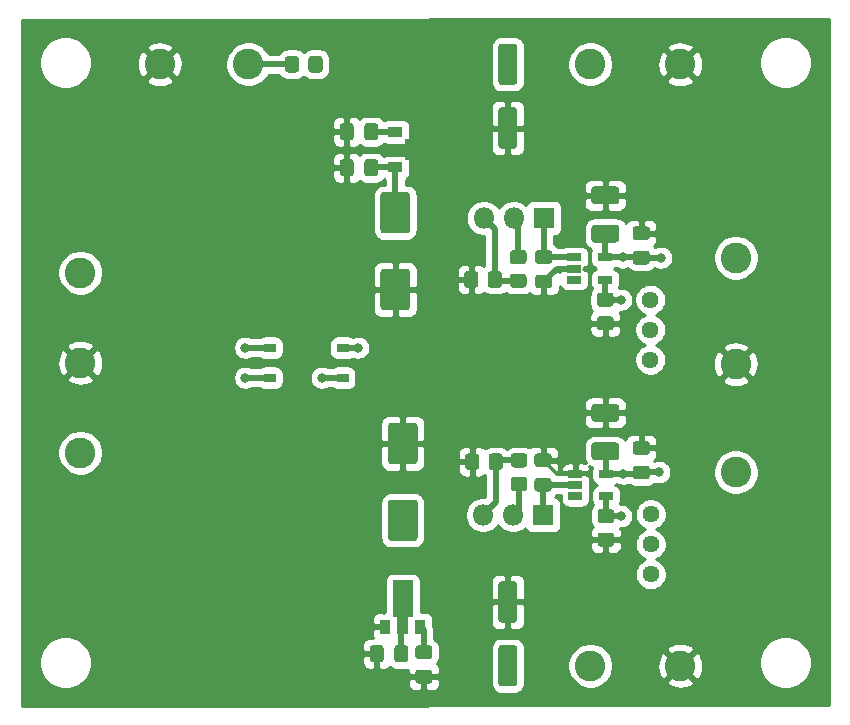
<source format=gbr>
G04 #@! TF.GenerationSoftware,KiCad,Pcbnew,(5.1.7-0-10_14)*
G04 #@! TF.CreationDate,2020-11-09T14:55:24+01:00*
G04 #@! TF.ProjectId,lv-lownoise-psu,6c762d6c-6f77-46e6-9f69-73652d707375,rev?*
G04 #@! TF.SameCoordinates,Original*
G04 #@! TF.FileFunction,Copper,L1,Top*
G04 #@! TF.FilePolarity,Positive*
%FSLAX46Y46*%
G04 Gerber Fmt 4.6, Leading zero omitted, Abs format (unit mm)*
G04 Created by KiCad (PCBNEW (5.1.7-0-10_14)) date 2020-11-09 14:55:24*
%MOMM*%
%LPD*%
G01*
G04 APERTURE LIST*
G04 #@! TA.AperFunction,SMDPad,CuDef*
%ADD10C,0.100000*%
G04 #@! TD*
G04 #@! TA.AperFunction,SMDPad,CuDef*
%ADD11R,0.900000X1.300000*%
G04 #@! TD*
G04 #@! TA.AperFunction,SMDPad,CuDef*
%ADD12R,1.300000X0.900000*%
G04 #@! TD*
G04 #@! TA.AperFunction,ComponentPad*
%ADD13C,2.600000*%
G04 #@! TD*
G04 #@! TA.AperFunction,ComponentPad*
%ADD14O,1.800000X1.800000*%
G04 #@! TD*
G04 #@! TA.AperFunction,ComponentPad*
%ADD15R,1.800000X1.800000*%
G04 #@! TD*
G04 #@! TA.AperFunction,SMDPad,CuDef*
%ADD16R,1.220000X0.650000*%
G04 #@! TD*
G04 #@! TA.AperFunction,ComponentPad*
%ADD17C,1.440000*%
G04 #@! TD*
G04 #@! TA.AperFunction,SMDPad,CuDef*
%ADD18R,1.000000X0.800000*%
G04 #@! TD*
G04 #@! TA.AperFunction,ViaPad*
%ADD19C,0.800000*%
G04 #@! TD*
G04 #@! TA.AperFunction,ViaPad*
%ADD20C,0.600000*%
G04 #@! TD*
G04 #@! TA.AperFunction,Conductor*
%ADD21C,0.500000*%
G04 #@! TD*
G04 #@! TA.AperFunction,Conductor*
%ADD22C,0.250000*%
G04 #@! TD*
G04 #@! TA.AperFunction,Conductor*
%ADD23C,0.254000*%
G04 #@! TD*
G04 #@! TA.AperFunction,Conductor*
%ADD24C,0.100000*%
G04 #@! TD*
G04 APERTURE END LIST*
G04 #@! TA.AperFunction,SMDPad,CuDef*
D10*
G36*
X114531500Y-80631000D02*
G01*
X114531500Y-83756000D01*
X114115000Y-83756000D01*
X114115000Y-85231000D01*
X113215000Y-85231000D01*
X113215000Y-83756000D01*
X112798500Y-83756000D01*
X112798500Y-80631000D01*
X114531500Y-80631000D01*
G37*
G04 #@! TD.AperFunction*
D11*
X115165000Y-84581000D03*
X112165000Y-84581000D03*
G04 #@! TA.AperFunction,SMDPad,CuDef*
D10*
G36*
X116981000Y-45062500D02*
G01*
X113856000Y-45062500D01*
X113856000Y-44646000D01*
X112381000Y-44646000D01*
X112381000Y-43746000D01*
X113856000Y-43746000D01*
X113856000Y-43329500D01*
X116981000Y-43329500D01*
X116981000Y-45062500D01*
G37*
G04 #@! TD.AperFunction*
D12*
X113031000Y-45696000D03*
X113031000Y-42696000D03*
G04 #@! TA.AperFunction,SMDPad,CuDef*
G36*
G01*
X105683000Y-37407001D02*
X105683000Y-36506999D01*
G75*
G02*
X105932999Y-36257000I249999J0D01*
G01*
X106633001Y-36257000D01*
G75*
G02*
X106883000Y-36506999I0J-249999D01*
G01*
X106883000Y-37407001D01*
G75*
G02*
X106633001Y-37657000I-249999J0D01*
G01*
X105932999Y-37657000D01*
G75*
G02*
X105683000Y-37407001I0J249999D01*
G01*
G37*
G04 #@! TD.AperFunction*
G04 #@! TA.AperFunction,SMDPad,CuDef*
G36*
G01*
X103683000Y-37407001D02*
X103683000Y-36506999D01*
G75*
G02*
X103932999Y-36257000I249999J0D01*
G01*
X104633001Y-36257000D01*
G75*
G02*
X104883000Y-36506999I0J-249999D01*
G01*
X104883000Y-37407001D01*
G75*
G02*
X104633001Y-37657000I-249999J0D01*
G01*
X103932999Y-37657000D01*
G75*
G02*
X103683000Y-37407001I0J249999D01*
G01*
G37*
G04 #@! TD.AperFunction*
D13*
X129540000Y-87884000D03*
X137160000Y-87884000D03*
X93091000Y-36957000D03*
X100584000Y-36957000D03*
G04 #@! TA.AperFunction,SMDPad,CuDef*
G36*
G01*
X122005000Y-86134000D02*
X123105000Y-86134000D01*
G75*
G02*
X123355000Y-86384000I0J-250000D01*
G01*
X123355000Y-89384000D01*
G75*
G02*
X123105000Y-89634000I-250000J0D01*
G01*
X122005000Y-89634000D01*
G75*
G02*
X121755000Y-89384000I0J250000D01*
G01*
X121755000Y-86384000D01*
G75*
G02*
X122005000Y-86134000I250000J0D01*
G01*
G37*
G04 #@! TD.AperFunction*
G04 #@! TA.AperFunction,SMDPad,CuDef*
G36*
G01*
X122005000Y-80734000D02*
X123105000Y-80734000D01*
G75*
G02*
X123355000Y-80984000I0J-250000D01*
G01*
X123355000Y-83984000D01*
G75*
G02*
X123105000Y-84234000I-250000J0D01*
G01*
X122005000Y-84234000D01*
G75*
G02*
X121755000Y-83984000I0J250000D01*
G01*
X121755000Y-80984000D01*
G75*
G02*
X122005000Y-80734000I250000J0D01*
G01*
G37*
G04 #@! TD.AperFunction*
G04 #@! TA.AperFunction,SMDPad,CuDef*
G36*
G01*
X115918000Y-87328500D02*
X114968000Y-87328500D01*
G75*
G02*
X114718000Y-87078500I0J250000D01*
G01*
X114718000Y-86403500D01*
G75*
G02*
X114968000Y-86153500I250000J0D01*
G01*
X115918000Y-86153500D01*
G75*
G02*
X116168000Y-86403500I0J-250000D01*
G01*
X116168000Y-87078500D01*
G75*
G02*
X115918000Y-87328500I-250000J0D01*
G01*
G37*
G04 #@! TD.AperFunction*
G04 #@! TA.AperFunction,SMDPad,CuDef*
G36*
G01*
X115918000Y-89403500D02*
X114968000Y-89403500D01*
G75*
G02*
X114718000Y-89153500I0J250000D01*
G01*
X114718000Y-88478500D01*
G75*
G02*
X114968000Y-88228500I250000J0D01*
G01*
X115918000Y-88228500D01*
G75*
G02*
X116168000Y-88478500I0J-250000D01*
G01*
X116168000Y-89153500D01*
G75*
G02*
X115918000Y-89403500I-250000J0D01*
G01*
G37*
G04 #@! TD.AperFunction*
G04 #@! TA.AperFunction,SMDPad,CuDef*
G36*
G01*
X112950500Y-87343000D02*
X112950500Y-86393000D01*
G75*
G02*
X113200500Y-86143000I250000J0D01*
G01*
X113875500Y-86143000D01*
G75*
G02*
X114125500Y-86393000I0J-250000D01*
G01*
X114125500Y-87343000D01*
G75*
G02*
X113875500Y-87593000I-250000J0D01*
G01*
X113200500Y-87593000D01*
G75*
G02*
X112950500Y-87343000I0J250000D01*
G01*
G37*
G04 #@! TD.AperFunction*
G04 #@! TA.AperFunction,SMDPad,CuDef*
G36*
G01*
X110875500Y-87343000D02*
X110875500Y-86393000D01*
G75*
G02*
X111125500Y-86143000I250000J0D01*
G01*
X111800500Y-86143000D01*
G75*
G02*
X112050500Y-86393000I0J-250000D01*
G01*
X112050500Y-87343000D01*
G75*
G02*
X111800500Y-87593000I-250000J0D01*
G01*
X111125500Y-87593000D01*
G75*
G02*
X110875500Y-87343000I0J250000D01*
G01*
G37*
G04 #@! TD.AperFunction*
G04 #@! TA.AperFunction,SMDPad,CuDef*
G36*
G01*
X112665000Y-73815000D02*
X114665000Y-73815000D01*
G75*
G02*
X114915000Y-74065000I0J-250000D01*
G01*
X114915000Y-77065000D01*
G75*
G02*
X114665000Y-77315000I-250000J0D01*
G01*
X112665000Y-77315000D01*
G75*
G02*
X112415000Y-77065000I0J250000D01*
G01*
X112415000Y-74065000D01*
G75*
G02*
X112665000Y-73815000I250000J0D01*
G01*
G37*
G04 #@! TD.AperFunction*
G04 #@! TA.AperFunction,SMDPad,CuDef*
G36*
G01*
X112665000Y-67315000D02*
X114665000Y-67315000D01*
G75*
G02*
X114915000Y-67565000I0J-250000D01*
G01*
X114915000Y-70565000D01*
G75*
G02*
X114665000Y-70815000I-250000J0D01*
G01*
X112665000Y-70815000D01*
G75*
G02*
X112415000Y-70565000I0J250000D01*
G01*
X112415000Y-67565000D01*
G75*
G02*
X112665000Y-67315000I250000J0D01*
G01*
G37*
G04 #@! TD.AperFunction*
X137160000Y-36957000D03*
X129540000Y-36957000D03*
G04 #@! TA.AperFunction,SMDPad,CuDef*
G36*
G01*
X122005000Y-40607000D02*
X123105000Y-40607000D01*
G75*
G02*
X123355000Y-40857000I0J-250000D01*
G01*
X123355000Y-43857000D01*
G75*
G02*
X123105000Y-44107000I-250000J0D01*
G01*
X122005000Y-44107000D01*
G75*
G02*
X121755000Y-43857000I0J250000D01*
G01*
X121755000Y-40857000D01*
G75*
G02*
X122005000Y-40607000I250000J0D01*
G01*
G37*
G04 #@! TD.AperFunction*
G04 #@! TA.AperFunction,SMDPad,CuDef*
G36*
G01*
X122005000Y-35207000D02*
X123105000Y-35207000D01*
G75*
G02*
X123355000Y-35457000I0J-250000D01*
G01*
X123355000Y-38457000D01*
G75*
G02*
X123105000Y-38707000I-250000J0D01*
G01*
X122005000Y-38707000D01*
G75*
G02*
X121755000Y-38457000I0J250000D01*
G01*
X121755000Y-35457000D01*
G75*
G02*
X122005000Y-35207000I250000J0D01*
G01*
G37*
G04 #@! TD.AperFunction*
G04 #@! TA.AperFunction,SMDPad,CuDef*
G36*
G01*
X109510500Y-42197000D02*
X109510500Y-43147000D01*
G75*
G02*
X109260500Y-43397000I-250000J0D01*
G01*
X108585500Y-43397000D01*
G75*
G02*
X108335500Y-43147000I0J250000D01*
G01*
X108335500Y-42197000D01*
G75*
G02*
X108585500Y-41947000I250000J0D01*
G01*
X109260500Y-41947000D01*
G75*
G02*
X109510500Y-42197000I0J-250000D01*
G01*
G37*
G04 #@! TD.AperFunction*
G04 #@! TA.AperFunction,SMDPad,CuDef*
G36*
G01*
X111585500Y-42197000D02*
X111585500Y-43147000D01*
G75*
G02*
X111335500Y-43397000I-250000J0D01*
G01*
X110660500Y-43397000D01*
G75*
G02*
X110410500Y-43147000I0J250000D01*
G01*
X110410500Y-42197000D01*
G75*
G02*
X110660500Y-41947000I250000J0D01*
G01*
X111335500Y-41947000D01*
G75*
G02*
X111585500Y-42197000I0J-250000D01*
G01*
G37*
G04 #@! TD.AperFunction*
G04 #@! TA.AperFunction,SMDPad,CuDef*
G36*
G01*
X109510500Y-45245000D02*
X109510500Y-46195000D01*
G75*
G02*
X109260500Y-46445000I-250000J0D01*
G01*
X108585500Y-46445000D01*
G75*
G02*
X108335500Y-46195000I0J250000D01*
G01*
X108335500Y-45245000D01*
G75*
G02*
X108585500Y-44995000I250000J0D01*
G01*
X109260500Y-44995000D01*
G75*
G02*
X109510500Y-45245000I0J-250000D01*
G01*
G37*
G04 #@! TD.AperFunction*
G04 #@! TA.AperFunction,SMDPad,CuDef*
G36*
G01*
X111585500Y-45245000D02*
X111585500Y-46195000D01*
G75*
G02*
X111335500Y-46445000I-250000J0D01*
G01*
X110660500Y-46445000D01*
G75*
G02*
X110410500Y-46195000I0J250000D01*
G01*
X110410500Y-45245000D01*
G75*
G02*
X110660500Y-44995000I250000J0D01*
G01*
X111335500Y-44995000D01*
G75*
G02*
X111585500Y-45245000I0J-250000D01*
G01*
G37*
G04 #@! TD.AperFunction*
G04 #@! TA.AperFunction,SMDPad,CuDef*
G36*
G01*
X123057499Y-71901000D02*
X123957501Y-71901000D01*
G75*
G02*
X124207500Y-72150999I0J-249999D01*
G01*
X124207500Y-72851001D01*
G75*
G02*
X123957501Y-73101000I-249999J0D01*
G01*
X123057499Y-73101000D01*
G75*
G02*
X122807500Y-72851001I0J249999D01*
G01*
X122807500Y-72150999D01*
G75*
G02*
X123057499Y-71901000I249999J0D01*
G01*
G37*
G04 #@! TD.AperFunction*
G04 #@! TA.AperFunction,SMDPad,CuDef*
G36*
G01*
X123057499Y-69901000D02*
X123957501Y-69901000D01*
G75*
G02*
X124207500Y-70150999I0J-249999D01*
G01*
X124207500Y-70851001D01*
G75*
G02*
X123957501Y-71101000I-249999J0D01*
G01*
X123057499Y-71101000D01*
G75*
G02*
X122807500Y-70851001I0J249999D01*
G01*
X122807500Y-70150999D01*
G75*
G02*
X123057499Y-69901000I249999J0D01*
G01*
G37*
G04 #@! TD.AperFunction*
G04 #@! TA.AperFunction,SMDPad,CuDef*
G36*
G01*
X120939000Y-71062001D02*
X120939000Y-70161999D01*
G75*
G02*
X121188999Y-69912000I249999J0D01*
G01*
X121889001Y-69912000D01*
G75*
G02*
X122139000Y-70161999I0J-249999D01*
G01*
X122139000Y-71062001D01*
G75*
G02*
X121889001Y-71312000I-249999J0D01*
G01*
X121188999Y-71312000D01*
G75*
G02*
X120939000Y-71062001I0J249999D01*
G01*
G37*
G04 #@! TD.AperFunction*
G04 #@! TA.AperFunction,SMDPad,CuDef*
G36*
G01*
X118939000Y-71062001D02*
X118939000Y-70161999D01*
G75*
G02*
X119188999Y-69912000I249999J0D01*
G01*
X119889001Y-69912000D01*
G75*
G02*
X120139000Y-70161999I0J-249999D01*
G01*
X120139000Y-71062001D01*
G75*
G02*
X119889001Y-71312000I-249999J0D01*
G01*
X119188999Y-71312000D01*
G75*
G02*
X118939000Y-71062001I0J249999D01*
G01*
G37*
G04 #@! TD.AperFunction*
G04 #@! TA.AperFunction,SMDPad,CuDef*
G36*
G01*
X120059500Y-54731499D02*
X120059500Y-55631501D01*
G75*
G02*
X119809501Y-55881500I-249999J0D01*
G01*
X119109499Y-55881500D01*
G75*
G02*
X118859500Y-55631501I0J249999D01*
G01*
X118859500Y-54731499D01*
G75*
G02*
X119109499Y-54481500I249999J0D01*
G01*
X119809501Y-54481500D01*
G75*
G02*
X120059500Y-54731499I0J-249999D01*
G01*
G37*
G04 #@! TD.AperFunction*
G04 #@! TA.AperFunction,SMDPad,CuDef*
G36*
G01*
X122059500Y-54731499D02*
X122059500Y-55631501D01*
G75*
G02*
X121809501Y-55881500I-249999J0D01*
G01*
X121109499Y-55881500D01*
G75*
G02*
X120859500Y-55631501I0J249999D01*
G01*
X120859500Y-54731499D01*
G75*
G02*
X121109499Y-54481500I249999J0D01*
G01*
X121809501Y-54481500D01*
G75*
G02*
X122059500Y-54731499I0J-249999D01*
G01*
G37*
G04 #@! TD.AperFunction*
G04 #@! TA.AperFunction,SMDPad,CuDef*
G36*
G01*
X122993999Y-54692500D02*
X123894001Y-54692500D01*
G75*
G02*
X124144000Y-54942499I0J-249999D01*
G01*
X124144000Y-55642501D01*
G75*
G02*
X123894001Y-55892500I-249999J0D01*
G01*
X122993999Y-55892500D01*
G75*
G02*
X122744000Y-55642501I0J249999D01*
G01*
X122744000Y-54942499D01*
G75*
G02*
X122993999Y-54692500I249999J0D01*
G01*
G37*
G04 #@! TD.AperFunction*
G04 #@! TA.AperFunction,SMDPad,CuDef*
G36*
G01*
X122993999Y-52692500D02*
X123894001Y-52692500D01*
G75*
G02*
X124144000Y-52942499I0J-249999D01*
G01*
X124144000Y-53642501D01*
G75*
G02*
X123894001Y-53892500I-249999J0D01*
G01*
X122993999Y-53892500D01*
G75*
G02*
X122744000Y-53642501I0J249999D01*
G01*
X122744000Y-52942499D01*
G75*
G02*
X122993999Y-52692500I249999J0D01*
G01*
G37*
G04 #@! TD.AperFunction*
D14*
X120459500Y-75120500D03*
X122999500Y-75120500D03*
D15*
X125539500Y-75120500D03*
D14*
X120523000Y-49974500D03*
X123063000Y-49974500D03*
D15*
X125603000Y-49974500D03*
D16*
X130890000Y-71628000D03*
X130890000Y-73528000D03*
X128270000Y-73528000D03*
X128270000Y-72578000D03*
X128270000Y-71628000D03*
X130791001Y-53302001D03*
X130791001Y-55202001D03*
X128171001Y-55202001D03*
X128171001Y-54252001D03*
X128171001Y-53302001D03*
D17*
X134670800Y-80137000D03*
X134670800Y-77597000D03*
X134670800Y-75057000D03*
X134620000Y-61976000D03*
X134620000Y-59436000D03*
X134620000Y-56896000D03*
G04 #@! TA.AperFunction,SMDPad,CuDef*
G36*
G01*
X131310801Y-75809400D02*
X130410799Y-75809400D01*
G75*
G02*
X130160800Y-75559401I0J249999D01*
G01*
X130160800Y-74859399D01*
G75*
G02*
X130410799Y-74609400I249999J0D01*
G01*
X131310801Y-74609400D01*
G75*
G02*
X131560800Y-74859399I0J-249999D01*
G01*
X131560800Y-75559401D01*
G75*
G02*
X131310801Y-75809400I-249999J0D01*
G01*
G37*
G04 #@! TD.AperFunction*
G04 #@! TA.AperFunction,SMDPad,CuDef*
G36*
G01*
X131310801Y-77809400D02*
X130410799Y-77809400D01*
G75*
G02*
X130160800Y-77559401I0J249999D01*
G01*
X130160800Y-76859399D01*
G75*
G02*
X130410799Y-76609400I249999J0D01*
G01*
X131310801Y-76609400D01*
G75*
G02*
X131560800Y-76859399I0J-249999D01*
G01*
X131560800Y-77559401D01*
G75*
G02*
X131310801Y-77809400I-249999J0D01*
G01*
G37*
G04 #@! TD.AperFunction*
G04 #@! TA.AperFunction,SMDPad,CuDef*
G36*
G01*
X130359999Y-58296000D02*
X131260001Y-58296000D01*
G75*
G02*
X131510000Y-58545999I0J-249999D01*
G01*
X131510000Y-59246001D01*
G75*
G02*
X131260001Y-59496000I-249999J0D01*
G01*
X130359999Y-59496000D01*
G75*
G02*
X130110000Y-59246001I0J249999D01*
G01*
X130110000Y-58545999D01*
G75*
G02*
X130359999Y-58296000I249999J0D01*
G01*
G37*
G04 #@! TD.AperFunction*
G04 #@! TA.AperFunction,SMDPad,CuDef*
G36*
G01*
X130359999Y-56296000D02*
X131260001Y-56296000D01*
G75*
G02*
X131510000Y-56545999I0J-249999D01*
G01*
X131510000Y-57246001D01*
G75*
G02*
X131260001Y-57496000I-249999J0D01*
G01*
X130359999Y-57496000D01*
G75*
G02*
X130110000Y-57246001I0J249999D01*
G01*
X130110000Y-56545999D01*
G75*
G02*
X130359999Y-56296000I249999J0D01*
G01*
G37*
G04 #@! TD.AperFunction*
D13*
X141859000Y-71501000D03*
X141859000Y-62357000D03*
X141859000Y-53340000D03*
X86360000Y-54610000D03*
X86360000Y-62230000D03*
X86360000Y-69850000D03*
D18*
X108585000Y-60960000D03*
X108585000Y-63500000D03*
X102435000Y-63500000D03*
X102435000Y-60960000D03*
G04 #@! TA.AperFunction,SMDPad,CuDef*
G36*
G01*
X133383000Y-70935000D02*
X134333000Y-70935000D01*
G75*
G02*
X134583000Y-71185000I0J-250000D01*
G01*
X134583000Y-71860000D01*
G75*
G02*
X134333000Y-72110000I-250000J0D01*
G01*
X133383000Y-72110000D01*
G75*
G02*
X133133000Y-71860000I0J250000D01*
G01*
X133133000Y-71185000D01*
G75*
G02*
X133383000Y-70935000I250000J0D01*
G01*
G37*
G04 #@! TD.AperFunction*
G04 #@! TA.AperFunction,SMDPad,CuDef*
G36*
G01*
X133383000Y-68860000D02*
X134333000Y-68860000D01*
G75*
G02*
X134583000Y-69110000I0J-250000D01*
G01*
X134583000Y-69785000D01*
G75*
G02*
X134333000Y-70035000I-250000J0D01*
G01*
X133383000Y-70035000D01*
G75*
G02*
X133133000Y-69785000I0J250000D01*
G01*
X133133000Y-69110000D01*
G75*
G02*
X133383000Y-68860000I250000J0D01*
G01*
G37*
G04 #@! TD.AperFunction*
G04 #@! TA.AperFunction,SMDPad,CuDef*
G36*
G01*
X134333000Y-51852500D02*
X133383000Y-51852500D01*
G75*
G02*
X133133000Y-51602500I0J250000D01*
G01*
X133133000Y-50927500D01*
G75*
G02*
X133383000Y-50677500I250000J0D01*
G01*
X134333000Y-50677500D01*
G75*
G02*
X134583000Y-50927500I0J-250000D01*
G01*
X134583000Y-51602500D01*
G75*
G02*
X134333000Y-51852500I-250000J0D01*
G01*
G37*
G04 #@! TD.AperFunction*
G04 #@! TA.AperFunction,SMDPad,CuDef*
G36*
G01*
X134333000Y-53927500D02*
X133383000Y-53927500D01*
G75*
G02*
X133133000Y-53677500I0J250000D01*
G01*
X133133000Y-53002500D01*
G75*
G02*
X133383000Y-52752500I250000J0D01*
G01*
X134333000Y-52752500D01*
G75*
G02*
X134583000Y-53002500I0J-250000D01*
G01*
X134583000Y-53677500D01*
G75*
G02*
X134333000Y-53927500I-250000J0D01*
G01*
G37*
G04 #@! TD.AperFunction*
G04 #@! TA.AperFunction,SMDPad,CuDef*
G36*
G01*
X129885000Y-68973000D02*
X131735000Y-68973000D01*
G75*
G02*
X131985000Y-69223000I0J-250000D01*
G01*
X131985000Y-70223000D01*
G75*
G02*
X131735000Y-70473000I-250000J0D01*
G01*
X129885000Y-70473000D01*
G75*
G02*
X129635000Y-70223000I0J250000D01*
G01*
X129635000Y-69223000D01*
G75*
G02*
X129885000Y-68973000I250000J0D01*
G01*
G37*
G04 #@! TD.AperFunction*
G04 #@! TA.AperFunction,SMDPad,CuDef*
G36*
G01*
X129885000Y-65723000D02*
X131735000Y-65723000D01*
G75*
G02*
X131985000Y-65973000I0J-250000D01*
G01*
X131985000Y-66973000D01*
G75*
G02*
X131735000Y-67223000I-250000J0D01*
G01*
X129885000Y-67223000D01*
G75*
G02*
X129635000Y-66973000I0J250000D01*
G01*
X129635000Y-65973000D01*
G75*
G02*
X129885000Y-65723000I250000J0D01*
G01*
G37*
G04 #@! TD.AperFunction*
G04 #@! TA.AperFunction,SMDPad,CuDef*
G36*
G01*
X131735000Y-48808000D02*
X129885000Y-48808000D01*
G75*
G02*
X129635000Y-48558000I0J250000D01*
G01*
X129635000Y-47558000D01*
G75*
G02*
X129885000Y-47308000I250000J0D01*
G01*
X131735000Y-47308000D01*
G75*
G02*
X131985000Y-47558000I0J-250000D01*
G01*
X131985000Y-48558000D01*
G75*
G02*
X131735000Y-48808000I-250000J0D01*
G01*
G37*
G04 #@! TD.AperFunction*
G04 #@! TA.AperFunction,SMDPad,CuDef*
G36*
G01*
X131735000Y-52058000D02*
X129885000Y-52058000D01*
G75*
G02*
X129635000Y-51808000I0J250000D01*
G01*
X129635000Y-50808000D01*
G75*
G02*
X129885000Y-50558000I250000J0D01*
G01*
X131735000Y-50558000D01*
G75*
G02*
X131985000Y-50808000I0J-250000D01*
G01*
X131985000Y-51808000D01*
G75*
G02*
X131735000Y-52058000I-250000J0D01*
G01*
G37*
G04 #@! TD.AperFunction*
G04 #@! TA.AperFunction,SMDPad,CuDef*
G36*
G01*
X125064500Y-71972500D02*
X126014500Y-71972500D01*
G75*
G02*
X126264500Y-72222500I0J-250000D01*
G01*
X126264500Y-72897500D01*
G75*
G02*
X126014500Y-73147500I-250000J0D01*
G01*
X125064500Y-73147500D01*
G75*
G02*
X124814500Y-72897500I0J250000D01*
G01*
X124814500Y-72222500D01*
G75*
G02*
X125064500Y-71972500I250000J0D01*
G01*
G37*
G04 #@! TD.AperFunction*
G04 #@! TA.AperFunction,SMDPad,CuDef*
G36*
G01*
X125064500Y-69897500D02*
X126014500Y-69897500D01*
G75*
G02*
X126264500Y-70147500I0J-250000D01*
G01*
X126264500Y-70822500D01*
G75*
G02*
X126014500Y-71072500I-250000J0D01*
G01*
X125064500Y-71072500D01*
G75*
G02*
X124814500Y-70822500I0J250000D01*
G01*
X124814500Y-70147500D01*
G75*
G02*
X125064500Y-69897500I250000J0D01*
G01*
G37*
G04 #@! TD.AperFunction*
G04 #@! TA.AperFunction,SMDPad,CuDef*
G36*
G01*
X125128000Y-54764000D02*
X126078000Y-54764000D01*
G75*
G02*
X126328000Y-55014000I0J-250000D01*
G01*
X126328000Y-55689000D01*
G75*
G02*
X126078000Y-55939000I-250000J0D01*
G01*
X125128000Y-55939000D01*
G75*
G02*
X124878000Y-55689000I0J250000D01*
G01*
X124878000Y-55014000D01*
G75*
G02*
X125128000Y-54764000I250000J0D01*
G01*
G37*
G04 #@! TD.AperFunction*
G04 #@! TA.AperFunction,SMDPad,CuDef*
G36*
G01*
X125128000Y-52689000D02*
X126078000Y-52689000D01*
G75*
G02*
X126328000Y-52939000I0J-250000D01*
G01*
X126328000Y-53614000D01*
G75*
G02*
X126078000Y-53864000I-250000J0D01*
G01*
X125128000Y-53864000D01*
G75*
G02*
X124878000Y-53614000I0J250000D01*
G01*
X124878000Y-52939000D01*
G75*
G02*
X125128000Y-52689000I250000J0D01*
G01*
G37*
G04 #@! TD.AperFunction*
G04 #@! TA.AperFunction,SMDPad,CuDef*
G36*
G01*
X112030000Y-54280000D02*
X114030000Y-54280000D01*
G75*
G02*
X114280000Y-54530000I0J-250000D01*
G01*
X114280000Y-57530000D01*
G75*
G02*
X114030000Y-57780000I-250000J0D01*
G01*
X112030000Y-57780000D01*
G75*
G02*
X111780000Y-57530000I0J250000D01*
G01*
X111780000Y-54530000D01*
G75*
G02*
X112030000Y-54280000I250000J0D01*
G01*
G37*
G04 #@! TD.AperFunction*
G04 #@! TA.AperFunction,SMDPad,CuDef*
G36*
G01*
X112030000Y-47780000D02*
X114030000Y-47780000D01*
G75*
G02*
X114280000Y-48030000I0J-250000D01*
G01*
X114280000Y-51030000D01*
G75*
G02*
X114030000Y-51280000I-250000J0D01*
G01*
X112030000Y-51280000D01*
G75*
G02*
X111780000Y-51030000I0J250000D01*
G01*
X111780000Y-48030000D01*
G75*
G02*
X112030000Y-47780000I250000J0D01*
G01*
G37*
G04 #@! TD.AperFunction*
D19*
X113030000Y-49530000D03*
X106807000Y-63500000D03*
X132296001Y-53302001D03*
X135509000Y-53340000D03*
D20*
X130791001Y-53302001D03*
D19*
X135382000Y-71501000D03*
X132334000Y-71628000D03*
D20*
X130890000Y-71628000D03*
D19*
X100330000Y-63500000D03*
X100330000Y-60960000D03*
X132130800Y-56896000D03*
X132130800Y-75209400D03*
D20*
X128171001Y-55202001D03*
X128270000Y-73528000D03*
D19*
X122555000Y-36957000D03*
X106283000Y-36957000D03*
X113031000Y-42696000D03*
X113665000Y-75565000D03*
X109855000Y-60960000D03*
X113665000Y-84493500D03*
X122555000Y-87884000D03*
X115443000Y-86741000D03*
D21*
X126702499Y-54252001D02*
X125603000Y-55351500D01*
X128171001Y-54252001D02*
X126702499Y-54252001D01*
D22*
X126682500Y-71628000D02*
X125539500Y-70485000D01*
X128270000Y-71628000D02*
X126682500Y-71628000D01*
D21*
X123460000Y-53276500D02*
X123444000Y-53292500D01*
X123444000Y-50355500D02*
X123063000Y-49974500D01*
X123444000Y-53292500D02*
X123444000Y-50355500D01*
X108585000Y-63500000D02*
X106807000Y-63500000D01*
X111022000Y-45696000D02*
X110998000Y-45720000D01*
X113031000Y-45696000D02*
X111022000Y-45696000D01*
X113031000Y-49529000D02*
X113030000Y-49530000D01*
X113031000Y-45696000D02*
X113031000Y-49529000D01*
X133820001Y-53302001D02*
X133858000Y-53340000D01*
X130791001Y-51326999D02*
X130810000Y-51308000D01*
X130791001Y-53302001D02*
X130791001Y-51326999D01*
X132296001Y-53302001D02*
X133820001Y-53302001D01*
X130791001Y-53302001D02*
X132296001Y-53302001D01*
X133858000Y-53340000D02*
X135509000Y-53340000D01*
X130890000Y-69803000D02*
X130810000Y-69723000D01*
X130890000Y-71628000D02*
X130890000Y-69803000D01*
X133752500Y-71628000D02*
X133858000Y-71522500D01*
X135360500Y-71522500D02*
X135382000Y-71501000D01*
X133858000Y-71522500D02*
X135360500Y-71522500D01*
X132334000Y-71628000D02*
X133752500Y-71628000D01*
X130890000Y-71628000D02*
X132334000Y-71628000D01*
X102435000Y-63500000D02*
X100330000Y-63500000D01*
X102435000Y-60960000D02*
X100330000Y-60960000D01*
X130791001Y-56877001D02*
X130810000Y-56896000D01*
X130791001Y-55202001D02*
X130791001Y-56877001D01*
X130810000Y-56896000D02*
X132130800Y-56896000D01*
X130890000Y-75180200D02*
X130860800Y-75209400D01*
X130890000Y-73528000D02*
X130890000Y-75180200D01*
X130860800Y-75209400D02*
X132130800Y-75209400D01*
X128145500Y-53276500D02*
X128171001Y-53302001D01*
X125603000Y-53276500D02*
X128145500Y-53276500D01*
X125603000Y-49720500D02*
X125539500Y-49657000D01*
X125603000Y-53276500D02*
X125603000Y-49974500D01*
X125496500Y-72517000D02*
X125539500Y-72560000D01*
X128252000Y-72560000D02*
X128270000Y-72578000D01*
X125539500Y-72560000D02*
X128252000Y-72560000D01*
X125539500Y-75120500D02*
X125539500Y-72560000D01*
X121570500Y-55292500D02*
X121459500Y-55181500D01*
X123444000Y-55292500D02*
X121570500Y-55292500D01*
X121459500Y-50911000D02*
X120523000Y-49974500D01*
X121459500Y-55181500D02*
X121459500Y-50911000D01*
X121650000Y-70501000D02*
X121539000Y-70612000D01*
X121539000Y-74041000D02*
X120459500Y-75120500D01*
X121539000Y-70612000D02*
X121539000Y-74041000D01*
X123507500Y-70501000D02*
X121650000Y-70501000D01*
X106172000Y-36957000D02*
X106283000Y-36957000D01*
X111022000Y-42696000D02*
X110998000Y-42672000D01*
X113031000Y-42696000D02*
X111022000Y-42696000D01*
X123566500Y-72560000D02*
X123507500Y-72501000D01*
X123507500Y-74612500D02*
X122999500Y-75120500D01*
X123507500Y-72501000D02*
X123507500Y-74612500D01*
X108585000Y-60960000D02*
X109855000Y-60960000D01*
X113538000Y-84620500D02*
X113665000Y-84493500D01*
X113538000Y-86868000D02*
X113538000Y-84620500D01*
X115443000Y-84859000D02*
X115165000Y-84581000D01*
X115443000Y-86741000D02*
X115443000Y-84859000D01*
X104283000Y-36957000D02*
X100584000Y-36957000D01*
D23*
X149733000Y-91233772D02*
X81407000Y-91312853D01*
X81407000Y-87409872D01*
X82855000Y-87409872D01*
X82855000Y-87850128D01*
X82940890Y-88281925D01*
X83109369Y-88688669D01*
X83353962Y-89054729D01*
X83665271Y-89366038D01*
X84031331Y-89610631D01*
X84438075Y-89779110D01*
X84869872Y-89865000D01*
X85310128Y-89865000D01*
X85741925Y-89779110D01*
X86148669Y-89610631D01*
X86458663Y-89403500D01*
X114079928Y-89403500D01*
X114092188Y-89527982D01*
X114128498Y-89647680D01*
X114187463Y-89757994D01*
X114266815Y-89854685D01*
X114363506Y-89934037D01*
X114473820Y-89993002D01*
X114593518Y-90029312D01*
X114718000Y-90041572D01*
X115157250Y-90038500D01*
X115316000Y-89879750D01*
X115316000Y-88943000D01*
X115570000Y-88943000D01*
X115570000Y-89879750D01*
X115728750Y-90038500D01*
X116168000Y-90041572D01*
X116292482Y-90029312D01*
X116412180Y-89993002D01*
X116522494Y-89934037D01*
X116619185Y-89854685D01*
X116698537Y-89757994D01*
X116757502Y-89647680D01*
X116793812Y-89527982D01*
X116806072Y-89403500D01*
X116803000Y-89101750D01*
X116644250Y-88943000D01*
X115570000Y-88943000D01*
X115316000Y-88943000D01*
X114241750Y-88943000D01*
X114083000Y-89101750D01*
X114079928Y-89403500D01*
X86458663Y-89403500D01*
X86514729Y-89366038D01*
X86826038Y-89054729D01*
X87070631Y-88688669D01*
X87239110Y-88281925D01*
X87325000Y-87850128D01*
X87325000Y-87593000D01*
X110237428Y-87593000D01*
X110249688Y-87717482D01*
X110285998Y-87837180D01*
X110344963Y-87947494D01*
X110424315Y-88044185D01*
X110521006Y-88123537D01*
X110631320Y-88182502D01*
X110751018Y-88218812D01*
X110875500Y-88231072D01*
X111177250Y-88228000D01*
X111336000Y-88069250D01*
X111336000Y-86995000D01*
X110399250Y-86995000D01*
X110240500Y-87153750D01*
X110237428Y-87593000D01*
X87325000Y-87593000D01*
X87325000Y-87409872D01*
X87239110Y-86978075D01*
X87070631Y-86571331D01*
X86826038Y-86205271D01*
X86763767Y-86143000D01*
X110237428Y-86143000D01*
X110240500Y-86582250D01*
X110399250Y-86741000D01*
X111336000Y-86741000D01*
X111336000Y-86721000D01*
X111590000Y-86721000D01*
X111590000Y-86741000D01*
X111610000Y-86741000D01*
X111610000Y-86995000D01*
X111590000Y-86995000D01*
X111590000Y-88069250D01*
X111748750Y-88228000D01*
X112050500Y-88231072D01*
X112174982Y-88218812D01*
X112294680Y-88182502D01*
X112404994Y-88123537D01*
X112501685Y-88044185D01*
X112567158Y-87964406D01*
X112572538Y-87970962D01*
X112707114Y-88081405D01*
X112860650Y-88163472D01*
X113027246Y-88214008D01*
X113200500Y-88231072D01*
X113875500Y-88231072D01*
X114048754Y-88214008D01*
X114082359Y-88203814D01*
X114079928Y-88228500D01*
X114083000Y-88530250D01*
X114241750Y-88689000D01*
X115316000Y-88689000D01*
X115316000Y-88669000D01*
X115570000Y-88669000D01*
X115570000Y-88689000D01*
X116644250Y-88689000D01*
X116803000Y-88530250D01*
X116806072Y-88228500D01*
X116793812Y-88104018D01*
X116757502Y-87984320D01*
X116698537Y-87874006D01*
X116619185Y-87777315D01*
X116539406Y-87711842D01*
X116545962Y-87706462D01*
X116656405Y-87571886D01*
X116738472Y-87418350D01*
X116789008Y-87251754D01*
X116806072Y-87078500D01*
X116806072Y-86403500D01*
X116804152Y-86384000D01*
X121116928Y-86384000D01*
X121116928Y-89384000D01*
X121133992Y-89557254D01*
X121184528Y-89723850D01*
X121266595Y-89877386D01*
X121377038Y-90011962D01*
X121511614Y-90122405D01*
X121665150Y-90204472D01*
X121831746Y-90255008D01*
X122005000Y-90272072D01*
X123105000Y-90272072D01*
X123278254Y-90255008D01*
X123444850Y-90204472D01*
X123598386Y-90122405D01*
X123732962Y-90011962D01*
X123843405Y-89877386D01*
X123925472Y-89723850D01*
X123976008Y-89557254D01*
X123993072Y-89384000D01*
X123993072Y-87693419D01*
X127605000Y-87693419D01*
X127605000Y-88074581D01*
X127679361Y-88448419D01*
X127825225Y-88800566D01*
X128036987Y-89117491D01*
X128306509Y-89387013D01*
X128623434Y-89598775D01*
X128975581Y-89744639D01*
X129349419Y-89819000D01*
X129730581Y-89819000D01*
X130104419Y-89744639D01*
X130456566Y-89598775D01*
X130773491Y-89387013D01*
X130927280Y-89233224D01*
X135990381Y-89233224D01*
X136122317Y-89528312D01*
X136463045Y-89699159D01*
X136830557Y-89800250D01*
X137210729Y-89827701D01*
X137588951Y-89780457D01*
X137950690Y-89660333D01*
X138197683Y-89528312D01*
X138329619Y-89233224D01*
X137160000Y-88063605D01*
X135990381Y-89233224D01*
X130927280Y-89233224D01*
X131043013Y-89117491D01*
X131254775Y-88800566D01*
X131400639Y-88448419D01*
X131475000Y-88074581D01*
X131475000Y-87934729D01*
X135216299Y-87934729D01*
X135263543Y-88312951D01*
X135383667Y-88674690D01*
X135515688Y-88921683D01*
X135810776Y-89053619D01*
X136980395Y-87884000D01*
X137339605Y-87884000D01*
X138509224Y-89053619D01*
X138804312Y-88921683D01*
X138975159Y-88580955D01*
X139076250Y-88213443D01*
X139103701Y-87833271D01*
X139056457Y-87455049D01*
X139041455Y-87409872D01*
X143815000Y-87409872D01*
X143815000Y-87850128D01*
X143900890Y-88281925D01*
X144069369Y-88688669D01*
X144313962Y-89054729D01*
X144625271Y-89366038D01*
X144991331Y-89610631D01*
X145398075Y-89779110D01*
X145829872Y-89865000D01*
X146270128Y-89865000D01*
X146701925Y-89779110D01*
X147108669Y-89610631D01*
X147474729Y-89366038D01*
X147786038Y-89054729D01*
X148030631Y-88688669D01*
X148199110Y-88281925D01*
X148285000Y-87850128D01*
X148285000Y-87409872D01*
X148199110Y-86978075D01*
X148030631Y-86571331D01*
X147786038Y-86205271D01*
X147474729Y-85893962D01*
X147108669Y-85649369D01*
X146701925Y-85480890D01*
X146270128Y-85395000D01*
X145829872Y-85395000D01*
X145398075Y-85480890D01*
X144991331Y-85649369D01*
X144625271Y-85893962D01*
X144313962Y-86205271D01*
X144069369Y-86571331D01*
X143900890Y-86978075D01*
X143815000Y-87409872D01*
X139041455Y-87409872D01*
X138936333Y-87093310D01*
X138804312Y-86846317D01*
X138509224Y-86714381D01*
X137339605Y-87884000D01*
X136980395Y-87884000D01*
X135810776Y-86714381D01*
X135515688Y-86846317D01*
X135344841Y-87187045D01*
X135243750Y-87554557D01*
X135216299Y-87934729D01*
X131475000Y-87934729D01*
X131475000Y-87693419D01*
X131400639Y-87319581D01*
X131254775Y-86967434D01*
X131043013Y-86650509D01*
X130927280Y-86534776D01*
X135990381Y-86534776D01*
X137160000Y-87704395D01*
X138329619Y-86534776D01*
X138197683Y-86239688D01*
X137856955Y-86068841D01*
X137489443Y-85967750D01*
X137109271Y-85940299D01*
X136731049Y-85987543D01*
X136369310Y-86107667D01*
X136122317Y-86239688D01*
X135990381Y-86534776D01*
X130927280Y-86534776D01*
X130773491Y-86380987D01*
X130456566Y-86169225D01*
X130104419Y-86023361D01*
X129730581Y-85949000D01*
X129349419Y-85949000D01*
X128975581Y-86023361D01*
X128623434Y-86169225D01*
X128306509Y-86380987D01*
X128036987Y-86650509D01*
X127825225Y-86967434D01*
X127679361Y-87319581D01*
X127605000Y-87693419D01*
X123993072Y-87693419D01*
X123993072Y-86384000D01*
X123976008Y-86210746D01*
X123925472Y-86044150D01*
X123843405Y-85890614D01*
X123732962Y-85756038D01*
X123598386Y-85645595D01*
X123444850Y-85563528D01*
X123278254Y-85512992D01*
X123105000Y-85495928D01*
X122005000Y-85495928D01*
X121831746Y-85512992D01*
X121665150Y-85563528D01*
X121511614Y-85645595D01*
X121377038Y-85756038D01*
X121266595Y-85890614D01*
X121184528Y-86044150D01*
X121133992Y-86210746D01*
X121116928Y-86384000D01*
X116804152Y-86384000D01*
X116789008Y-86230246D01*
X116738472Y-86063650D01*
X116656405Y-85910114D01*
X116545962Y-85775538D01*
X116411386Y-85665095D01*
X116328000Y-85620524D01*
X116328000Y-84902465D01*
X116332281Y-84858999D01*
X116328000Y-84815533D01*
X116328000Y-84815523D01*
X116315195Y-84685510D01*
X116264589Y-84518687D01*
X116253072Y-84497140D01*
X116253072Y-84234000D01*
X121116928Y-84234000D01*
X121129188Y-84358482D01*
X121165498Y-84478180D01*
X121224463Y-84588494D01*
X121303815Y-84685185D01*
X121400506Y-84764537D01*
X121510820Y-84823502D01*
X121630518Y-84859812D01*
X121755000Y-84872072D01*
X122269250Y-84869000D01*
X122428000Y-84710250D01*
X122428000Y-82611000D01*
X122682000Y-82611000D01*
X122682000Y-84710250D01*
X122840750Y-84869000D01*
X123355000Y-84872072D01*
X123479482Y-84859812D01*
X123599180Y-84823502D01*
X123709494Y-84764537D01*
X123806185Y-84685185D01*
X123885537Y-84588494D01*
X123944502Y-84478180D01*
X123980812Y-84358482D01*
X123993072Y-84234000D01*
X123990000Y-82769750D01*
X123831250Y-82611000D01*
X122682000Y-82611000D01*
X122428000Y-82611000D01*
X121278750Y-82611000D01*
X121120000Y-82769750D01*
X121116928Y-84234000D01*
X116253072Y-84234000D01*
X116253072Y-83931000D01*
X116240812Y-83806518D01*
X116204502Y-83686820D01*
X116145537Y-83576506D01*
X116066185Y-83479815D01*
X115969494Y-83400463D01*
X115859180Y-83341498D01*
X115739482Y-83305188D01*
X115615000Y-83292928D01*
X115169572Y-83292928D01*
X115169572Y-80734000D01*
X121116928Y-80734000D01*
X121120000Y-82198250D01*
X121278750Y-82357000D01*
X122428000Y-82357000D01*
X122428000Y-80257750D01*
X122682000Y-80257750D01*
X122682000Y-82357000D01*
X123831250Y-82357000D01*
X123990000Y-82198250D01*
X123993072Y-80734000D01*
X123980812Y-80609518D01*
X123944502Y-80489820D01*
X123885537Y-80379506D01*
X123806185Y-80282815D01*
X123709494Y-80203463D01*
X123599180Y-80144498D01*
X123479482Y-80108188D01*
X123355000Y-80095928D01*
X122840750Y-80099000D01*
X122682000Y-80257750D01*
X122428000Y-80257750D01*
X122269250Y-80099000D01*
X121755000Y-80095928D01*
X121630518Y-80108188D01*
X121510820Y-80144498D01*
X121400506Y-80203463D01*
X121303815Y-80282815D01*
X121224463Y-80379506D01*
X121165498Y-80489820D01*
X121129188Y-80609518D01*
X121116928Y-80734000D01*
X115169572Y-80734000D01*
X115169572Y-80631000D01*
X115157312Y-80506518D01*
X115121002Y-80386820D01*
X115062037Y-80276506D01*
X114982685Y-80179815D01*
X114885994Y-80100463D01*
X114775680Y-80041498D01*
X114655982Y-80005188D01*
X114531500Y-79992928D01*
X112798500Y-79992928D01*
X112674018Y-80005188D01*
X112554320Y-80041498D01*
X112444006Y-80100463D01*
X112347315Y-80179815D01*
X112267963Y-80276506D01*
X112208998Y-80386820D01*
X112172688Y-80506518D01*
X112160428Y-80631000D01*
X112160428Y-83296000D01*
X112037998Y-83296000D01*
X112037998Y-83454748D01*
X111879250Y-83296000D01*
X111715000Y-83292928D01*
X111590518Y-83305188D01*
X111470820Y-83341498D01*
X111360506Y-83400463D01*
X111263815Y-83479815D01*
X111184463Y-83576506D01*
X111125498Y-83686820D01*
X111089188Y-83806518D01*
X111076928Y-83931000D01*
X111080000Y-84295250D01*
X111238750Y-84454000D01*
X112038000Y-84454000D01*
X112038000Y-84434000D01*
X112292000Y-84434000D01*
X112292000Y-84454000D01*
X112312000Y-84454000D01*
X112312000Y-84708000D01*
X112292000Y-84708000D01*
X112292000Y-84728000D01*
X112038000Y-84728000D01*
X112038000Y-84708000D01*
X111238750Y-84708000D01*
X111080000Y-84866750D01*
X111076928Y-85231000D01*
X111089188Y-85355482D01*
X111125498Y-85475180D01*
X111142854Y-85507650D01*
X110875500Y-85504928D01*
X110751018Y-85517188D01*
X110631320Y-85553498D01*
X110521006Y-85612463D01*
X110424315Y-85691815D01*
X110344963Y-85788506D01*
X110285998Y-85898820D01*
X110249688Y-86018518D01*
X110237428Y-86143000D01*
X86763767Y-86143000D01*
X86514729Y-85893962D01*
X86148669Y-85649369D01*
X85741925Y-85480890D01*
X85310128Y-85395000D01*
X84869872Y-85395000D01*
X84438075Y-85480890D01*
X84031331Y-85649369D01*
X83665271Y-85893962D01*
X83353962Y-86205271D01*
X83109369Y-86571331D01*
X82940890Y-86978075D01*
X82855000Y-87409872D01*
X81407000Y-87409872D01*
X81407000Y-74065000D01*
X111776928Y-74065000D01*
X111776928Y-77065000D01*
X111793992Y-77238254D01*
X111844528Y-77404850D01*
X111926595Y-77558386D01*
X112037038Y-77692962D01*
X112171614Y-77803405D01*
X112325150Y-77885472D01*
X112491746Y-77936008D01*
X112665000Y-77953072D01*
X114665000Y-77953072D01*
X114838254Y-77936008D01*
X115004850Y-77885472D01*
X115147170Y-77809400D01*
X129522728Y-77809400D01*
X129534988Y-77933882D01*
X129571298Y-78053580D01*
X129630263Y-78163894D01*
X129709615Y-78260585D01*
X129806306Y-78339937D01*
X129916620Y-78398902D01*
X130036318Y-78435212D01*
X130160800Y-78447472D01*
X130575050Y-78444400D01*
X130733800Y-78285650D01*
X130733800Y-77336400D01*
X130987800Y-77336400D01*
X130987800Y-78285650D01*
X131146550Y-78444400D01*
X131560800Y-78447472D01*
X131685282Y-78435212D01*
X131804980Y-78398902D01*
X131915294Y-78339937D01*
X132011985Y-78260585D01*
X132091337Y-78163894D01*
X132150302Y-78053580D01*
X132186612Y-77933882D01*
X132198872Y-77809400D01*
X132195800Y-77495150D01*
X132037050Y-77336400D01*
X130987800Y-77336400D01*
X130733800Y-77336400D01*
X129684550Y-77336400D01*
X129525800Y-77495150D01*
X129522728Y-77809400D01*
X115147170Y-77809400D01*
X115158386Y-77803405D01*
X115292962Y-77692962D01*
X115403405Y-77558386D01*
X115485472Y-77404850D01*
X115536008Y-77238254D01*
X115553072Y-77065000D01*
X115553072Y-74969316D01*
X118924500Y-74969316D01*
X118924500Y-75271684D01*
X118983489Y-75568243D01*
X119099201Y-75847595D01*
X119267188Y-76099005D01*
X119480995Y-76312812D01*
X119732405Y-76480799D01*
X120011757Y-76596511D01*
X120308316Y-76655500D01*
X120610684Y-76655500D01*
X120907243Y-76596511D01*
X121186595Y-76480799D01*
X121438005Y-76312812D01*
X121651812Y-76099005D01*
X121729500Y-75982737D01*
X121807188Y-76099005D01*
X122020995Y-76312812D01*
X122272405Y-76480799D01*
X122551757Y-76596511D01*
X122848316Y-76655500D01*
X123150684Y-76655500D01*
X123447243Y-76596511D01*
X123726595Y-76480799D01*
X123978005Y-76312812D01*
X124044444Y-76246373D01*
X124049998Y-76264680D01*
X124108963Y-76374994D01*
X124188315Y-76471685D01*
X124285006Y-76551037D01*
X124395320Y-76610002D01*
X124515018Y-76646312D01*
X124639500Y-76658572D01*
X126439500Y-76658572D01*
X126563982Y-76646312D01*
X126683680Y-76610002D01*
X126793994Y-76551037D01*
X126890685Y-76471685D01*
X126970037Y-76374994D01*
X127029002Y-76264680D01*
X127065312Y-76144982D01*
X127077572Y-76020500D01*
X127077572Y-74220500D01*
X127065312Y-74096018D01*
X127029002Y-73976320D01*
X126970037Y-73866006D01*
X126890685Y-73769315D01*
X126793994Y-73689963D01*
X126683680Y-73630998D01*
X126563982Y-73594688D01*
X126558739Y-73594172D01*
X126642462Y-73525462D01*
X126708495Y-73445000D01*
X127021928Y-73445000D01*
X127021928Y-73853000D01*
X127034188Y-73977482D01*
X127070498Y-74097180D01*
X127129463Y-74207494D01*
X127208815Y-74304185D01*
X127305506Y-74383537D01*
X127415820Y-74442502D01*
X127535518Y-74478812D01*
X127660000Y-74491072D01*
X128880000Y-74491072D01*
X129004482Y-74478812D01*
X129124180Y-74442502D01*
X129234494Y-74383537D01*
X129331185Y-74304185D01*
X129410537Y-74207494D01*
X129469502Y-74097180D01*
X129505812Y-73977482D01*
X129518072Y-73853000D01*
X129518072Y-73203000D01*
X129505812Y-73078518D01*
X129498071Y-73053000D01*
X129505812Y-73027482D01*
X129518072Y-72903000D01*
X129518072Y-72253000D01*
X129505812Y-72128518D01*
X129498071Y-72103000D01*
X129505812Y-72077482D01*
X129518072Y-71953000D01*
X129515000Y-71913750D01*
X129356250Y-71755000D01*
X129274141Y-71755000D01*
X129234494Y-71722463D01*
X129124180Y-71663498D01*
X129004482Y-71627188D01*
X128880000Y-71614928D01*
X127660000Y-71614928D01*
X127535518Y-71627188D01*
X127415820Y-71663498D01*
X127394302Y-71675000D01*
X126708495Y-71675000D01*
X126642462Y-71594538D01*
X126635906Y-71589158D01*
X126715685Y-71523685D01*
X126795037Y-71426994D01*
X126854002Y-71316680D01*
X126858151Y-71303000D01*
X127021928Y-71303000D01*
X127025000Y-71342250D01*
X127183750Y-71501000D01*
X128143000Y-71501000D01*
X128143000Y-70826750D01*
X128397000Y-70826750D01*
X128397000Y-71501000D01*
X129356250Y-71501000D01*
X129515000Y-71342250D01*
X129518072Y-71303000D01*
X129505812Y-71178518D01*
X129469502Y-71058820D01*
X129427759Y-70980725D01*
X129545150Y-71043472D01*
X129682514Y-71085141D01*
X129654188Y-71178518D01*
X129641928Y-71303000D01*
X129641928Y-71953000D01*
X129654188Y-72077482D01*
X129690498Y-72197180D01*
X129749463Y-72307494D01*
X129828815Y-72404185D01*
X129925506Y-72483537D01*
X130035820Y-72542502D01*
X130152841Y-72578000D01*
X130035820Y-72613498D01*
X129925506Y-72672463D01*
X129828815Y-72751815D01*
X129749463Y-72848506D01*
X129690498Y-72958820D01*
X129654188Y-73078518D01*
X129641928Y-73203000D01*
X129641928Y-73853000D01*
X129654188Y-73977482D01*
X129690498Y-74097180D01*
X129749463Y-74207494D01*
X129775976Y-74239800D01*
X129672395Y-74366013D01*
X129590328Y-74519549D01*
X129539792Y-74686145D01*
X129522728Y-74859399D01*
X129522728Y-75559401D01*
X129539792Y-75732655D01*
X129590328Y-75899251D01*
X129672395Y-76052787D01*
X129739076Y-76134037D01*
X129709615Y-76158215D01*
X129630263Y-76254906D01*
X129571298Y-76365220D01*
X129534988Y-76484918D01*
X129522728Y-76609400D01*
X129525800Y-76923650D01*
X129684550Y-77082400D01*
X130733800Y-77082400D01*
X130733800Y-77062400D01*
X130987800Y-77062400D01*
X130987800Y-77082400D01*
X132037050Y-77082400D01*
X132195800Y-76923650D01*
X132198872Y-76609400D01*
X132186612Y-76484918D01*
X132150302Y-76365220D01*
X132091337Y-76254906D01*
X132082715Y-76244400D01*
X132232739Y-76244400D01*
X132432698Y-76204626D01*
X132621056Y-76126605D01*
X132790574Y-76013337D01*
X132934737Y-75869174D01*
X133048005Y-75699656D01*
X133126026Y-75511298D01*
X133165800Y-75311339D01*
X133165800Y-75107461D01*
X133129217Y-74923544D01*
X133315800Y-74923544D01*
X133315800Y-75190456D01*
X133367872Y-75452239D01*
X133470015Y-75698833D01*
X133618303Y-75920762D01*
X133807038Y-76109497D01*
X134028967Y-76257785D01*
X134196066Y-76327000D01*
X134028967Y-76396215D01*
X133807038Y-76544503D01*
X133618303Y-76733238D01*
X133470015Y-76955167D01*
X133367872Y-77201761D01*
X133315800Y-77463544D01*
X133315800Y-77730456D01*
X133367872Y-77992239D01*
X133470015Y-78238833D01*
X133618303Y-78460762D01*
X133807038Y-78649497D01*
X134028967Y-78797785D01*
X134196066Y-78867000D01*
X134028967Y-78936215D01*
X133807038Y-79084503D01*
X133618303Y-79273238D01*
X133470015Y-79495167D01*
X133367872Y-79741761D01*
X133315800Y-80003544D01*
X133315800Y-80270456D01*
X133367872Y-80532239D01*
X133470015Y-80778833D01*
X133618303Y-81000762D01*
X133807038Y-81189497D01*
X134028967Y-81337785D01*
X134275561Y-81439928D01*
X134537344Y-81492000D01*
X134804256Y-81492000D01*
X135066039Y-81439928D01*
X135312633Y-81337785D01*
X135534562Y-81189497D01*
X135723297Y-81000762D01*
X135871585Y-80778833D01*
X135973728Y-80532239D01*
X136025800Y-80270456D01*
X136025800Y-80003544D01*
X135973728Y-79741761D01*
X135871585Y-79495167D01*
X135723297Y-79273238D01*
X135534562Y-79084503D01*
X135312633Y-78936215D01*
X135145534Y-78867000D01*
X135312633Y-78797785D01*
X135534562Y-78649497D01*
X135723297Y-78460762D01*
X135871585Y-78238833D01*
X135973728Y-77992239D01*
X136025800Y-77730456D01*
X136025800Y-77463544D01*
X135973728Y-77201761D01*
X135871585Y-76955167D01*
X135723297Y-76733238D01*
X135534562Y-76544503D01*
X135312633Y-76396215D01*
X135145534Y-76327000D01*
X135312633Y-76257785D01*
X135534562Y-76109497D01*
X135723297Y-75920762D01*
X135871585Y-75698833D01*
X135973728Y-75452239D01*
X136025800Y-75190456D01*
X136025800Y-74923544D01*
X135973728Y-74661761D01*
X135871585Y-74415167D01*
X135723297Y-74193238D01*
X135534562Y-74004503D01*
X135312633Y-73856215D01*
X135066039Y-73754072D01*
X134804256Y-73702000D01*
X134537344Y-73702000D01*
X134275561Y-73754072D01*
X134028967Y-73856215D01*
X133807038Y-74004503D01*
X133618303Y-74193238D01*
X133470015Y-74415167D01*
X133367872Y-74661761D01*
X133315800Y-74923544D01*
X133129217Y-74923544D01*
X133126026Y-74907502D01*
X133048005Y-74719144D01*
X132934737Y-74549626D01*
X132790574Y-74405463D01*
X132621056Y-74292195D01*
X132432698Y-74214174D01*
X132232739Y-74174400D01*
X132048226Y-74174400D01*
X132089502Y-74097180D01*
X132125812Y-73977482D01*
X132138072Y-73853000D01*
X132138072Y-73203000D01*
X132125812Y-73078518D01*
X132089502Y-72958820D01*
X132030537Y-72848506D01*
X131951185Y-72751815D01*
X131854494Y-72672463D01*
X131744180Y-72613498D01*
X131627159Y-72578000D01*
X131744180Y-72542502D01*
X131797247Y-72514137D01*
X131843744Y-72545205D01*
X132032102Y-72623226D01*
X132232061Y-72663000D01*
X132435939Y-72663000D01*
X132635898Y-72623226D01*
X132824256Y-72545205D01*
X132824550Y-72545009D01*
X132889614Y-72598405D01*
X133043150Y-72680472D01*
X133209746Y-72731008D01*
X133383000Y-72748072D01*
X134333000Y-72748072D01*
X134506254Y-72731008D01*
X134672850Y-72680472D01*
X134826386Y-72598405D01*
X134960962Y-72487962D01*
X134986126Y-72457300D01*
X135080102Y-72496226D01*
X135280061Y-72536000D01*
X135483939Y-72536000D01*
X135683898Y-72496226D01*
X135872256Y-72418205D01*
X136041774Y-72304937D01*
X136185937Y-72160774D01*
X136299205Y-71991256D01*
X136377226Y-71802898D01*
X136417000Y-71602939D01*
X136417000Y-71399061D01*
X136399369Y-71310419D01*
X139924000Y-71310419D01*
X139924000Y-71691581D01*
X139998361Y-72065419D01*
X140144225Y-72417566D01*
X140355987Y-72734491D01*
X140625509Y-73004013D01*
X140942434Y-73215775D01*
X141294581Y-73361639D01*
X141668419Y-73436000D01*
X142049581Y-73436000D01*
X142423419Y-73361639D01*
X142775566Y-73215775D01*
X143092491Y-73004013D01*
X143362013Y-72734491D01*
X143573775Y-72417566D01*
X143719639Y-72065419D01*
X143794000Y-71691581D01*
X143794000Y-71310419D01*
X143719639Y-70936581D01*
X143573775Y-70584434D01*
X143362013Y-70267509D01*
X143092491Y-69997987D01*
X142775566Y-69786225D01*
X142423419Y-69640361D01*
X142049581Y-69566000D01*
X141668419Y-69566000D01*
X141294581Y-69640361D01*
X140942434Y-69786225D01*
X140625509Y-69997987D01*
X140355987Y-70267509D01*
X140144225Y-70584434D01*
X139998361Y-70936581D01*
X139924000Y-71310419D01*
X136399369Y-71310419D01*
X136377226Y-71199102D01*
X136299205Y-71010744D01*
X136185937Y-70841226D01*
X136041774Y-70697063D01*
X135872256Y-70583795D01*
X135683898Y-70505774D01*
X135483939Y-70466000D01*
X135280061Y-70466000D01*
X135080102Y-70505774D01*
X134959412Y-70555766D01*
X134954406Y-70551658D01*
X135034185Y-70486185D01*
X135113537Y-70389494D01*
X135172502Y-70279180D01*
X135208812Y-70159482D01*
X135221072Y-70035000D01*
X135218000Y-69733250D01*
X135059250Y-69574500D01*
X133985000Y-69574500D01*
X133985000Y-69594500D01*
X133731000Y-69594500D01*
X133731000Y-69574500D01*
X133711000Y-69574500D01*
X133711000Y-69320500D01*
X133731000Y-69320500D01*
X133731000Y-68383750D01*
X133985000Y-68383750D01*
X133985000Y-69320500D01*
X135059250Y-69320500D01*
X135218000Y-69161750D01*
X135221072Y-68860000D01*
X135208812Y-68735518D01*
X135172502Y-68615820D01*
X135113537Y-68505506D01*
X135034185Y-68408815D01*
X134937494Y-68329463D01*
X134827180Y-68270498D01*
X134707482Y-68234188D01*
X134583000Y-68221928D01*
X134143750Y-68225000D01*
X133985000Y-68383750D01*
X133731000Y-68383750D01*
X133572250Y-68225000D01*
X133133000Y-68221928D01*
X133008518Y-68234188D01*
X132888820Y-68270498D01*
X132778506Y-68329463D01*
X132681815Y-68408815D01*
X132602463Y-68505506D01*
X132543498Y-68615820D01*
X132507188Y-68735518D01*
X132502423Y-68783902D01*
X132473405Y-68729614D01*
X132362962Y-68595038D01*
X132228386Y-68484595D01*
X132074850Y-68402528D01*
X131908254Y-68351992D01*
X131735000Y-68334928D01*
X129885000Y-68334928D01*
X129711746Y-68351992D01*
X129545150Y-68402528D01*
X129391614Y-68484595D01*
X129257038Y-68595038D01*
X129146595Y-68729614D01*
X129064528Y-68883150D01*
X129013992Y-69049746D01*
X128996928Y-69223000D01*
X128996928Y-70223000D01*
X129013992Y-70396254D01*
X129064528Y-70562850D01*
X129146595Y-70716386D01*
X129159889Y-70732585D01*
X129124180Y-70713498D01*
X129004482Y-70677188D01*
X128880000Y-70664928D01*
X128555750Y-70668000D01*
X128397000Y-70826750D01*
X128143000Y-70826750D01*
X127984250Y-70668000D01*
X127660000Y-70664928D01*
X127535518Y-70677188D01*
X127415820Y-70713498D01*
X127305506Y-70772463D01*
X127208815Y-70851815D01*
X127129463Y-70948506D01*
X127070498Y-71058820D01*
X127034188Y-71178518D01*
X127021928Y-71303000D01*
X126858151Y-71303000D01*
X126890312Y-71196982D01*
X126902572Y-71072500D01*
X126899500Y-70770750D01*
X126740750Y-70612000D01*
X125666500Y-70612000D01*
X125666500Y-70632000D01*
X125412500Y-70632000D01*
X125412500Y-70612000D01*
X125392500Y-70612000D01*
X125392500Y-70358000D01*
X125412500Y-70358000D01*
X125412500Y-69421250D01*
X125666500Y-69421250D01*
X125666500Y-70358000D01*
X126740750Y-70358000D01*
X126899500Y-70199250D01*
X126902572Y-69897500D01*
X126890312Y-69773018D01*
X126854002Y-69653320D01*
X126795037Y-69543006D01*
X126715685Y-69446315D01*
X126618994Y-69366963D01*
X126508680Y-69307998D01*
X126388982Y-69271688D01*
X126264500Y-69259428D01*
X125825250Y-69262500D01*
X125666500Y-69421250D01*
X125412500Y-69421250D01*
X125253750Y-69262500D01*
X124814500Y-69259428D01*
X124690018Y-69271688D01*
X124570320Y-69307998D01*
X124460006Y-69366963D01*
X124422737Y-69397549D01*
X124297351Y-69330528D01*
X124130755Y-69279992D01*
X123957501Y-69262928D01*
X123057499Y-69262928D01*
X122884245Y-69279992D01*
X122717649Y-69330528D01*
X122564113Y-69412595D01*
X122466548Y-69492664D01*
X122382387Y-69423595D01*
X122228851Y-69341528D01*
X122062255Y-69290992D01*
X121889001Y-69273928D01*
X121188999Y-69273928D01*
X121015745Y-69290992D01*
X120849149Y-69341528D01*
X120695613Y-69423595D01*
X120614363Y-69490276D01*
X120590185Y-69460815D01*
X120493494Y-69381463D01*
X120383180Y-69322498D01*
X120263482Y-69286188D01*
X120139000Y-69273928D01*
X119824750Y-69277000D01*
X119666000Y-69435750D01*
X119666000Y-70485000D01*
X119686000Y-70485000D01*
X119686000Y-70739000D01*
X119666000Y-70739000D01*
X119666000Y-71788250D01*
X119824750Y-71947000D01*
X120139000Y-71950072D01*
X120263482Y-71937812D01*
X120383180Y-71901502D01*
X120493494Y-71842537D01*
X120590185Y-71763185D01*
X120614363Y-71733724D01*
X120654000Y-71766254D01*
X120654001Y-73594116D01*
X120610684Y-73585500D01*
X120308316Y-73585500D01*
X120011757Y-73644489D01*
X119732405Y-73760201D01*
X119480995Y-73928188D01*
X119267188Y-74141995D01*
X119099201Y-74393405D01*
X118983489Y-74672757D01*
X118924500Y-74969316D01*
X115553072Y-74969316D01*
X115553072Y-74065000D01*
X115536008Y-73891746D01*
X115485472Y-73725150D01*
X115403405Y-73571614D01*
X115292962Y-73437038D01*
X115158386Y-73326595D01*
X115004850Y-73244528D01*
X114838254Y-73193992D01*
X114665000Y-73176928D01*
X112665000Y-73176928D01*
X112491746Y-73193992D01*
X112325150Y-73244528D01*
X112171614Y-73326595D01*
X112037038Y-73437038D01*
X111926595Y-73571614D01*
X111844528Y-73725150D01*
X111793992Y-73891746D01*
X111776928Y-74065000D01*
X81407000Y-74065000D01*
X81407000Y-69659419D01*
X84425000Y-69659419D01*
X84425000Y-70040581D01*
X84499361Y-70414419D01*
X84645225Y-70766566D01*
X84856987Y-71083491D01*
X85126509Y-71353013D01*
X85443434Y-71564775D01*
X85795581Y-71710639D01*
X86169419Y-71785000D01*
X86550581Y-71785000D01*
X86924419Y-71710639D01*
X87276566Y-71564775D01*
X87593491Y-71353013D01*
X87863013Y-71083491D01*
X88042412Y-70815000D01*
X111776928Y-70815000D01*
X111789188Y-70939482D01*
X111825498Y-71059180D01*
X111884463Y-71169494D01*
X111963815Y-71266185D01*
X112060506Y-71345537D01*
X112170820Y-71404502D01*
X112290518Y-71440812D01*
X112415000Y-71453072D01*
X113379250Y-71450000D01*
X113538000Y-71291250D01*
X113538000Y-69192000D01*
X113792000Y-69192000D01*
X113792000Y-71291250D01*
X113950750Y-71450000D01*
X114915000Y-71453072D01*
X115039482Y-71440812D01*
X115159180Y-71404502D01*
X115269494Y-71345537D01*
X115310359Y-71312000D01*
X118300928Y-71312000D01*
X118313188Y-71436482D01*
X118349498Y-71556180D01*
X118408463Y-71666494D01*
X118487815Y-71763185D01*
X118584506Y-71842537D01*
X118694820Y-71901502D01*
X118814518Y-71937812D01*
X118939000Y-71950072D01*
X119253250Y-71947000D01*
X119412000Y-71788250D01*
X119412000Y-70739000D01*
X118462750Y-70739000D01*
X118304000Y-70897750D01*
X118300928Y-71312000D01*
X115310359Y-71312000D01*
X115366185Y-71266185D01*
X115445537Y-71169494D01*
X115504502Y-71059180D01*
X115540812Y-70939482D01*
X115553072Y-70815000D01*
X115551178Y-69912000D01*
X118300928Y-69912000D01*
X118304000Y-70326250D01*
X118462750Y-70485000D01*
X119412000Y-70485000D01*
X119412000Y-69435750D01*
X119253250Y-69277000D01*
X118939000Y-69273928D01*
X118814518Y-69286188D01*
X118694820Y-69322498D01*
X118584506Y-69381463D01*
X118487815Y-69460815D01*
X118408463Y-69557506D01*
X118349498Y-69667820D01*
X118313188Y-69787518D01*
X118300928Y-69912000D01*
X115551178Y-69912000D01*
X115550000Y-69350750D01*
X115391250Y-69192000D01*
X113792000Y-69192000D01*
X113538000Y-69192000D01*
X111938750Y-69192000D01*
X111780000Y-69350750D01*
X111776928Y-70815000D01*
X88042412Y-70815000D01*
X88074775Y-70766566D01*
X88220639Y-70414419D01*
X88295000Y-70040581D01*
X88295000Y-69659419D01*
X88220639Y-69285581D01*
X88074775Y-68933434D01*
X87863013Y-68616509D01*
X87593491Y-68346987D01*
X87276566Y-68135225D01*
X86924419Y-67989361D01*
X86550581Y-67915000D01*
X86169419Y-67915000D01*
X85795581Y-67989361D01*
X85443434Y-68135225D01*
X85126509Y-68346987D01*
X84856987Y-68616509D01*
X84645225Y-68933434D01*
X84499361Y-69285581D01*
X84425000Y-69659419D01*
X81407000Y-69659419D01*
X81407000Y-67315000D01*
X111776928Y-67315000D01*
X111780000Y-68779250D01*
X111938750Y-68938000D01*
X113538000Y-68938000D01*
X113538000Y-66838750D01*
X113792000Y-66838750D01*
X113792000Y-68938000D01*
X115391250Y-68938000D01*
X115550000Y-68779250D01*
X115553072Y-67315000D01*
X115544012Y-67223000D01*
X128996928Y-67223000D01*
X129009188Y-67347482D01*
X129045498Y-67467180D01*
X129104463Y-67577494D01*
X129183815Y-67674185D01*
X129280506Y-67753537D01*
X129390820Y-67812502D01*
X129510518Y-67848812D01*
X129635000Y-67861072D01*
X130524250Y-67858000D01*
X130683000Y-67699250D01*
X130683000Y-66600000D01*
X130937000Y-66600000D01*
X130937000Y-67699250D01*
X131095750Y-67858000D01*
X131985000Y-67861072D01*
X132109482Y-67848812D01*
X132229180Y-67812502D01*
X132339494Y-67753537D01*
X132436185Y-67674185D01*
X132515537Y-67577494D01*
X132574502Y-67467180D01*
X132610812Y-67347482D01*
X132623072Y-67223000D01*
X132620000Y-66758750D01*
X132461250Y-66600000D01*
X130937000Y-66600000D01*
X130683000Y-66600000D01*
X129158750Y-66600000D01*
X129000000Y-66758750D01*
X128996928Y-67223000D01*
X115544012Y-67223000D01*
X115540812Y-67190518D01*
X115504502Y-67070820D01*
X115445537Y-66960506D01*
X115366185Y-66863815D01*
X115269494Y-66784463D01*
X115159180Y-66725498D01*
X115039482Y-66689188D01*
X114915000Y-66676928D01*
X113950750Y-66680000D01*
X113792000Y-66838750D01*
X113538000Y-66838750D01*
X113379250Y-66680000D01*
X112415000Y-66676928D01*
X112290518Y-66689188D01*
X112170820Y-66725498D01*
X112060506Y-66784463D01*
X111963815Y-66863815D01*
X111884463Y-66960506D01*
X111825498Y-67070820D01*
X111789188Y-67190518D01*
X111776928Y-67315000D01*
X81407000Y-67315000D01*
X81407000Y-65723000D01*
X128996928Y-65723000D01*
X129000000Y-66187250D01*
X129158750Y-66346000D01*
X130683000Y-66346000D01*
X130683000Y-65246750D01*
X130937000Y-65246750D01*
X130937000Y-66346000D01*
X132461250Y-66346000D01*
X132620000Y-66187250D01*
X132623072Y-65723000D01*
X132610812Y-65598518D01*
X132574502Y-65478820D01*
X132515537Y-65368506D01*
X132436185Y-65271815D01*
X132339494Y-65192463D01*
X132229180Y-65133498D01*
X132109482Y-65097188D01*
X131985000Y-65084928D01*
X131095750Y-65088000D01*
X130937000Y-65246750D01*
X130683000Y-65246750D01*
X130524250Y-65088000D01*
X129635000Y-65084928D01*
X129510518Y-65097188D01*
X129390820Y-65133498D01*
X129280506Y-65192463D01*
X129183815Y-65271815D01*
X129104463Y-65368506D01*
X129045498Y-65478820D01*
X129009188Y-65598518D01*
X128996928Y-65723000D01*
X81407000Y-65723000D01*
X81407000Y-63579224D01*
X85190381Y-63579224D01*
X85322317Y-63874312D01*
X85663045Y-64045159D01*
X86030557Y-64146250D01*
X86410729Y-64173701D01*
X86788951Y-64126457D01*
X87150690Y-64006333D01*
X87397683Y-63874312D01*
X87529619Y-63579224D01*
X86360000Y-62409605D01*
X85190381Y-63579224D01*
X81407000Y-63579224D01*
X81407000Y-62280729D01*
X84416299Y-62280729D01*
X84463543Y-62658951D01*
X84583667Y-63020690D01*
X84715688Y-63267683D01*
X85010776Y-63399619D01*
X86180395Y-62230000D01*
X86539605Y-62230000D01*
X87709224Y-63399619D01*
X87712708Y-63398061D01*
X99295000Y-63398061D01*
X99295000Y-63601939D01*
X99334774Y-63801898D01*
X99412795Y-63990256D01*
X99526063Y-64159774D01*
X99670226Y-64303937D01*
X99839744Y-64417205D01*
X100028102Y-64495226D01*
X100228061Y-64535000D01*
X100431939Y-64535000D01*
X100631898Y-64495226D01*
X100820256Y-64417205D01*
X100868454Y-64385000D01*
X101525019Y-64385000D01*
X101580506Y-64430537D01*
X101690820Y-64489502D01*
X101810518Y-64525812D01*
X101935000Y-64538072D01*
X102935000Y-64538072D01*
X103059482Y-64525812D01*
X103179180Y-64489502D01*
X103289494Y-64430537D01*
X103386185Y-64351185D01*
X103465537Y-64254494D01*
X103524502Y-64144180D01*
X103560812Y-64024482D01*
X103573072Y-63900000D01*
X103573072Y-63398061D01*
X105772000Y-63398061D01*
X105772000Y-63601939D01*
X105811774Y-63801898D01*
X105889795Y-63990256D01*
X106003063Y-64159774D01*
X106147226Y-64303937D01*
X106316744Y-64417205D01*
X106505102Y-64495226D01*
X106705061Y-64535000D01*
X106908939Y-64535000D01*
X107108898Y-64495226D01*
X107297256Y-64417205D01*
X107345454Y-64385000D01*
X107675019Y-64385000D01*
X107730506Y-64430537D01*
X107840820Y-64489502D01*
X107960518Y-64525812D01*
X108085000Y-64538072D01*
X109085000Y-64538072D01*
X109209482Y-64525812D01*
X109329180Y-64489502D01*
X109439494Y-64430537D01*
X109536185Y-64351185D01*
X109615537Y-64254494D01*
X109674502Y-64144180D01*
X109710812Y-64024482D01*
X109723072Y-63900000D01*
X109723072Y-63706224D01*
X140689381Y-63706224D01*
X140821317Y-64001312D01*
X141162045Y-64172159D01*
X141529557Y-64273250D01*
X141909729Y-64300701D01*
X142287951Y-64253457D01*
X142649690Y-64133333D01*
X142896683Y-64001312D01*
X143028619Y-63706224D01*
X141859000Y-62536605D01*
X140689381Y-63706224D01*
X109723072Y-63706224D01*
X109723072Y-63100000D01*
X109710812Y-62975518D01*
X109674502Y-62855820D01*
X109615537Y-62745506D01*
X109536185Y-62648815D01*
X109439494Y-62569463D01*
X109329180Y-62510498D01*
X109209482Y-62474188D01*
X109085000Y-62461928D01*
X108085000Y-62461928D01*
X107960518Y-62474188D01*
X107840820Y-62510498D01*
X107730506Y-62569463D01*
X107675019Y-62615000D01*
X107345454Y-62615000D01*
X107297256Y-62582795D01*
X107108898Y-62504774D01*
X106908939Y-62465000D01*
X106705061Y-62465000D01*
X106505102Y-62504774D01*
X106316744Y-62582795D01*
X106147226Y-62696063D01*
X106003063Y-62840226D01*
X105889795Y-63009744D01*
X105811774Y-63198102D01*
X105772000Y-63398061D01*
X103573072Y-63398061D01*
X103573072Y-63100000D01*
X103560812Y-62975518D01*
X103524502Y-62855820D01*
X103465537Y-62745506D01*
X103386185Y-62648815D01*
X103289494Y-62569463D01*
X103179180Y-62510498D01*
X103059482Y-62474188D01*
X102935000Y-62461928D01*
X101935000Y-62461928D01*
X101810518Y-62474188D01*
X101690820Y-62510498D01*
X101580506Y-62569463D01*
X101525019Y-62615000D01*
X100868454Y-62615000D01*
X100820256Y-62582795D01*
X100631898Y-62504774D01*
X100431939Y-62465000D01*
X100228061Y-62465000D01*
X100028102Y-62504774D01*
X99839744Y-62582795D01*
X99670226Y-62696063D01*
X99526063Y-62840226D01*
X99412795Y-63009744D01*
X99334774Y-63198102D01*
X99295000Y-63398061D01*
X87712708Y-63398061D01*
X88004312Y-63267683D01*
X88175159Y-62926955D01*
X88276250Y-62559443D01*
X88303701Y-62179271D01*
X88256457Y-61801049D01*
X88136333Y-61439310D01*
X88004312Y-61192317D01*
X87709224Y-61060381D01*
X86539605Y-62230000D01*
X86180395Y-62230000D01*
X85010776Y-61060381D01*
X84715688Y-61192317D01*
X84544841Y-61533045D01*
X84443750Y-61900557D01*
X84416299Y-62280729D01*
X81407000Y-62280729D01*
X81407000Y-60880776D01*
X85190381Y-60880776D01*
X86360000Y-62050395D01*
X87529619Y-60880776D01*
X87519463Y-60858061D01*
X99295000Y-60858061D01*
X99295000Y-61061939D01*
X99334774Y-61261898D01*
X99412795Y-61450256D01*
X99526063Y-61619774D01*
X99670226Y-61763937D01*
X99839744Y-61877205D01*
X100028102Y-61955226D01*
X100228061Y-61995000D01*
X100431939Y-61995000D01*
X100631898Y-61955226D01*
X100820256Y-61877205D01*
X100868454Y-61845000D01*
X101525019Y-61845000D01*
X101580506Y-61890537D01*
X101690820Y-61949502D01*
X101810518Y-61985812D01*
X101935000Y-61998072D01*
X102935000Y-61998072D01*
X103059482Y-61985812D01*
X103179180Y-61949502D01*
X103289494Y-61890537D01*
X103386185Y-61811185D01*
X103465537Y-61714494D01*
X103524502Y-61604180D01*
X103560812Y-61484482D01*
X103573072Y-61360000D01*
X103573072Y-60560000D01*
X107446928Y-60560000D01*
X107446928Y-61360000D01*
X107459188Y-61484482D01*
X107495498Y-61604180D01*
X107554463Y-61714494D01*
X107633815Y-61811185D01*
X107730506Y-61890537D01*
X107840820Y-61949502D01*
X107960518Y-61985812D01*
X108085000Y-61998072D01*
X109085000Y-61998072D01*
X109209482Y-61985812D01*
X109329180Y-61949502D01*
X109420911Y-61900470D01*
X109553102Y-61955226D01*
X109753061Y-61995000D01*
X109956939Y-61995000D01*
X110156898Y-61955226D01*
X110345256Y-61877205D01*
X110514774Y-61763937D01*
X110658937Y-61619774D01*
X110772205Y-61450256D01*
X110850226Y-61261898D01*
X110890000Y-61061939D01*
X110890000Y-60858061D01*
X110850226Y-60658102D01*
X110772205Y-60469744D01*
X110658937Y-60300226D01*
X110514774Y-60156063D01*
X110345256Y-60042795D01*
X110156898Y-59964774D01*
X109956939Y-59925000D01*
X109753061Y-59925000D01*
X109553102Y-59964774D01*
X109420911Y-60019530D01*
X109329180Y-59970498D01*
X109209482Y-59934188D01*
X109085000Y-59921928D01*
X108085000Y-59921928D01*
X107960518Y-59934188D01*
X107840820Y-59970498D01*
X107730506Y-60029463D01*
X107633815Y-60108815D01*
X107554463Y-60205506D01*
X107495498Y-60315820D01*
X107459188Y-60435518D01*
X107446928Y-60560000D01*
X103573072Y-60560000D01*
X103560812Y-60435518D01*
X103524502Y-60315820D01*
X103465537Y-60205506D01*
X103386185Y-60108815D01*
X103289494Y-60029463D01*
X103179180Y-59970498D01*
X103059482Y-59934188D01*
X102935000Y-59921928D01*
X101935000Y-59921928D01*
X101810518Y-59934188D01*
X101690820Y-59970498D01*
X101580506Y-60029463D01*
X101525019Y-60075000D01*
X100868454Y-60075000D01*
X100820256Y-60042795D01*
X100631898Y-59964774D01*
X100431939Y-59925000D01*
X100228061Y-59925000D01*
X100028102Y-59964774D01*
X99839744Y-60042795D01*
X99670226Y-60156063D01*
X99526063Y-60300226D01*
X99412795Y-60469744D01*
X99334774Y-60658102D01*
X99295000Y-60858061D01*
X87519463Y-60858061D01*
X87397683Y-60585688D01*
X87056955Y-60414841D01*
X86689443Y-60313750D01*
X86309271Y-60286299D01*
X85931049Y-60333543D01*
X85569310Y-60453667D01*
X85322317Y-60585688D01*
X85190381Y-60880776D01*
X81407000Y-60880776D01*
X81407000Y-59496000D01*
X129471928Y-59496000D01*
X129484188Y-59620482D01*
X129520498Y-59740180D01*
X129579463Y-59850494D01*
X129658815Y-59947185D01*
X129755506Y-60026537D01*
X129865820Y-60085502D01*
X129985518Y-60121812D01*
X130110000Y-60134072D01*
X130524250Y-60131000D01*
X130683000Y-59972250D01*
X130683000Y-59023000D01*
X130937000Y-59023000D01*
X130937000Y-59972250D01*
X131095750Y-60131000D01*
X131510000Y-60134072D01*
X131634482Y-60121812D01*
X131754180Y-60085502D01*
X131864494Y-60026537D01*
X131961185Y-59947185D01*
X132040537Y-59850494D01*
X132099502Y-59740180D01*
X132135812Y-59620482D01*
X132148072Y-59496000D01*
X132145000Y-59181750D01*
X131986250Y-59023000D01*
X130937000Y-59023000D01*
X130683000Y-59023000D01*
X129633750Y-59023000D01*
X129475000Y-59181750D01*
X129471928Y-59496000D01*
X81407000Y-59496000D01*
X81407000Y-57780000D01*
X111141928Y-57780000D01*
X111154188Y-57904482D01*
X111190498Y-58024180D01*
X111249463Y-58134494D01*
X111328815Y-58231185D01*
X111425506Y-58310537D01*
X111535820Y-58369502D01*
X111655518Y-58405812D01*
X111780000Y-58418072D01*
X112744250Y-58415000D01*
X112903000Y-58256250D01*
X112903000Y-56157000D01*
X113157000Y-56157000D01*
X113157000Y-58256250D01*
X113315750Y-58415000D01*
X114280000Y-58418072D01*
X114404482Y-58405812D01*
X114524180Y-58369502D01*
X114634494Y-58310537D01*
X114731185Y-58231185D01*
X114810537Y-58134494D01*
X114869502Y-58024180D01*
X114905812Y-57904482D01*
X114918072Y-57780000D01*
X114915000Y-56315750D01*
X114756250Y-56157000D01*
X113157000Y-56157000D01*
X112903000Y-56157000D01*
X111303750Y-56157000D01*
X111145000Y-56315750D01*
X111141928Y-57780000D01*
X81407000Y-57780000D01*
X81407000Y-54419419D01*
X84425000Y-54419419D01*
X84425000Y-54800581D01*
X84499361Y-55174419D01*
X84645225Y-55526566D01*
X84856987Y-55843491D01*
X85126509Y-56113013D01*
X85443434Y-56324775D01*
X85795581Y-56470639D01*
X86169419Y-56545000D01*
X86550581Y-56545000D01*
X86924419Y-56470639D01*
X87276566Y-56324775D01*
X87593491Y-56113013D01*
X87863013Y-55843491D01*
X88074775Y-55526566D01*
X88220639Y-55174419D01*
X88295000Y-54800581D01*
X88295000Y-54419419D01*
X88267268Y-54280000D01*
X111141928Y-54280000D01*
X111145000Y-55744250D01*
X111303750Y-55903000D01*
X112903000Y-55903000D01*
X112903000Y-53803750D01*
X113157000Y-53803750D01*
X113157000Y-55903000D01*
X114756250Y-55903000D01*
X114777750Y-55881500D01*
X118221428Y-55881500D01*
X118233688Y-56005982D01*
X118269998Y-56125680D01*
X118328963Y-56235994D01*
X118408315Y-56332685D01*
X118505006Y-56412037D01*
X118615320Y-56471002D01*
X118735018Y-56507312D01*
X118859500Y-56519572D01*
X119173750Y-56516500D01*
X119332500Y-56357750D01*
X119332500Y-55308500D01*
X118383250Y-55308500D01*
X118224500Y-55467250D01*
X118221428Y-55881500D01*
X114777750Y-55881500D01*
X114915000Y-55744250D01*
X114917649Y-54481500D01*
X118221428Y-54481500D01*
X118224500Y-54895750D01*
X118383250Y-55054500D01*
X119332500Y-55054500D01*
X119332500Y-54005250D01*
X119173750Y-53846500D01*
X118859500Y-53843428D01*
X118735018Y-53855688D01*
X118615320Y-53891998D01*
X118505006Y-53950963D01*
X118408315Y-54030315D01*
X118328963Y-54127006D01*
X118269998Y-54237320D01*
X118233688Y-54357018D01*
X118221428Y-54481500D01*
X114917649Y-54481500D01*
X114918072Y-54280000D01*
X114905812Y-54155518D01*
X114869502Y-54035820D01*
X114810537Y-53925506D01*
X114731185Y-53828815D01*
X114634494Y-53749463D01*
X114524180Y-53690498D01*
X114404482Y-53654188D01*
X114280000Y-53641928D01*
X113315750Y-53645000D01*
X113157000Y-53803750D01*
X112903000Y-53803750D01*
X112744250Y-53645000D01*
X111780000Y-53641928D01*
X111655518Y-53654188D01*
X111535820Y-53690498D01*
X111425506Y-53749463D01*
X111328815Y-53828815D01*
X111249463Y-53925506D01*
X111190498Y-54035820D01*
X111154188Y-54155518D01*
X111141928Y-54280000D01*
X88267268Y-54280000D01*
X88220639Y-54045581D01*
X88074775Y-53693434D01*
X87863013Y-53376509D01*
X87593491Y-53106987D01*
X87276566Y-52895225D01*
X86924419Y-52749361D01*
X86550581Y-52675000D01*
X86169419Y-52675000D01*
X85795581Y-52749361D01*
X85443434Y-52895225D01*
X85126509Y-53106987D01*
X84856987Y-53376509D01*
X84645225Y-53693434D01*
X84499361Y-54045581D01*
X84425000Y-54419419D01*
X81407000Y-54419419D01*
X81407000Y-46445000D01*
X107697428Y-46445000D01*
X107709688Y-46569482D01*
X107745998Y-46689180D01*
X107804963Y-46799494D01*
X107884315Y-46896185D01*
X107981006Y-46975537D01*
X108091320Y-47034502D01*
X108211018Y-47070812D01*
X108335500Y-47083072D01*
X108637250Y-47080000D01*
X108796000Y-46921250D01*
X108796000Y-45847000D01*
X107859250Y-45847000D01*
X107700500Y-46005750D01*
X107697428Y-46445000D01*
X81407000Y-46445000D01*
X81407000Y-44995000D01*
X107697428Y-44995000D01*
X107700500Y-45434250D01*
X107859250Y-45593000D01*
X108796000Y-45593000D01*
X108796000Y-44518750D01*
X109050000Y-44518750D01*
X109050000Y-45593000D01*
X109070000Y-45593000D01*
X109070000Y-45847000D01*
X109050000Y-45847000D01*
X109050000Y-46921250D01*
X109208750Y-47080000D01*
X109510500Y-47083072D01*
X109634982Y-47070812D01*
X109754680Y-47034502D01*
X109864994Y-46975537D01*
X109961685Y-46896185D01*
X110027158Y-46816406D01*
X110032538Y-46822962D01*
X110167114Y-46933405D01*
X110320650Y-47015472D01*
X110487246Y-47066008D01*
X110660500Y-47083072D01*
X111335500Y-47083072D01*
X111508754Y-47066008D01*
X111675350Y-47015472D01*
X111828886Y-46933405D01*
X111963462Y-46822962D01*
X112066212Y-46697760D01*
X112136820Y-46735502D01*
X112146000Y-46738287D01*
X112146000Y-47141928D01*
X112030000Y-47141928D01*
X111856746Y-47158992D01*
X111690150Y-47209528D01*
X111536614Y-47291595D01*
X111402038Y-47402038D01*
X111291595Y-47536614D01*
X111209528Y-47690150D01*
X111158992Y-47856746D01*
X111141928Y-48030000D01*
X111141928Y-51030000D01*
X111158992Y-51203254D01*
X111209528Y-51369850D01*
X111291595Y-51523386D01*
X111402038Y-51657962D01*
X111536614Y-51768405D01*
X111690150Y-51850472D01*
X111856746Y-51901008D01*
X112030000Y-51918072D01*
X114030000Y-51918072D01*
X114203254Y-51901008D01*
X114369850Y-51850472D01*
X114523386Y-51768405D01*
X114657962Y-51657962D01*
X114768405Y-51523386D01*
X114850472Y-51369850D01*
X114901008Y-51203254D01*
X114918072Y-51030000D01*
X114918072Y-49823316D01*
X118988000Y-49823316D01*
X118988000Y-50125684D01*
X119046989Y-50422243D01*
X119162701Y-50701595D01*
X119330688Y-50953005D01*
X119544495Y-51166812D01*
X119795905Y-51334799D01*
X120075257Y-51450511D01*
X120371816Y-51509500D01*
X120574501Y-51509500D01*
X120574500Y-54027246D01*
X120534863Y-54059776D01*
X120510685Y-54030315D01*
X120413994Y-53950963D01*
X120303680Y-53891998D01*
X120183982Y-53855688D01*
X120059500Y-53843428D01*
X119745250Y-53846500D01*
X119586500Y-54005250D01*
X119586500Y-55054500D01*
X119606500Y-55054500D01*
X119606500Y-55308500D01*
X119586500Y-55308500D01*
X119586500Y-56357750D01*
X119745250Y-56516500D01*
X120059500Y-56519572D01*
X120183982Y-56507312D01*
X120303680Y-56471002D01*
X120413994Y-56412037D01*
X120510685Y-56332685D01*
X120534863Y-56303224D01*
X120616113Y-56369905D01*
X120769649Y-56451972D01*
X120936245Y-56502508D01*
X121109499Y-56519572D01*
X121809501Y-56519572D01*
X121982755Y-56502508D01*
X122149351Y-56451972D01*
X122302887Y-56369905D01*
X122395048Y-56294270D01*
X122500613Y-56380905D01*
X122654149Y-56462972D01*
X122820745Y-56513508D01*
X122993999Y-56530572D01*
X123894001Y-56530572D01*
X124067255Y-56513508D01*
X124233851Y-56462972D01*
X124387387Y-56380905D01*
X124406396Y-56365305D01*
X124426815Y-56390185D01*
X124523506Y-56469537D01*
X124633820Y-56528502D01*
X124753518Y-56564812D01*
X124878000Y-56577072D01*
X125317250Y-56574000D01*
X125476000Y-56415250D01*
X125476000Y-55478500D01*
X125456000Y-55478500D01*
X125456000Y-55224500D01*
X125476000Y-55224500D01*
X125476000Y-55204500D01*
X125730000Y-55204500D01*
X125730000Y-55224500D01*
X125750000Y-55224500D01*
X125750000Y-55478500D01*
X125730000Y-55478500D01*
X125730000Y-56415250D01*
X125888750Y-56574000D01*
X126328000Y-56577072D01*
X126452482Y-56564812D01*
X126572180Y-56528502D01*
X126682494Y-56469537D01*
X126779185Y-56390185D01*
X126858537Y-56293494D01*
X126917502Y-56183180D01*
X126953812Y-56063482D01*
X126966072Y-55939000D01*
X126964116Y-55746842D01*
X126971499Y-55771181D01*
X127030464Y-55881495D01*
X127109816Y-55978186D01*
X127206507Y-56057538D01*
X127316821Y-56116503D01*
X127436519Y-56152813D01*
X127561001Y-56165073D01*
X128781001Y-56165073D01*
X128905483Y-56152813D01*
X129025181Y-56116503D01*
X129135495Y-56057538D01*
X129232186Y-55978186D01*
X129311538Y-55881495D01*
X129370503Y-55771181D01*
X129406813Y-55651483D01*
X129419073Y-55527001D01*
X129419073Y-54877001D01*
X129406813Y-54752519D01*
X129399072Y-54727001D01*
X129406813Y-54701483D01*
X129419073Y-54577001D01*
X129416001Y-54537751D01*
X129257251Y-54379001D01*
X129175142Y-54379001D01*
X129135495Y-54346464D01*
X129025181Y-54287499D01*
X128908160Y-54252001D01*
X129025181Y-54216503D01*
X129135495Y-54157538D01*
X129175142Y-54125001D01*
X129257251Y-54125001D01*
X129416001Y-53966251D01*
X129419073Y-53927001D01*
X129406813Y-53802519D01*
X129399072Y-53777001D01*
X129406813Y-53751483D01*
X129419073Y-53627001D01*
X129419073Y-52977001D01*
X129406813Y-52852519D01*
X129370503Y-52732821D01*
X129311538Y-52622507D01*
X129232186Y-52525816D01*
X129135495Y-52446464D01*
X129025181Y-52387499D01*
X128905483Y-52351189D01*
X128781001Y-52338929D01*
X127561001Y-52338929D01*
X127436519Y-52351189D01*
X127316821Y-52387499D01*
X127309336Y-52391500D01*
X126771995Y-52391500D01*
X126705962Y-52311038D01*
X126571386Y-52200595D01*
X126488000Y-52156024D01*
X126488000Y-51512572D01*
X126503000Y-51512572D01*
X126627482Y-51500312D01*
X126747180Y-51464002D01*
X126857494Y-51405037D01*
X126954185Y-51325685D01*
X127033537Y-51228994D01*
X127092502Y-51118680D01*
X127128812Y-50998982D01*
X127141072Y-50874500D01*
X127141072Y-50808000D01*
X128996928Y-50808000D01*
X128996928Y-51808000D01*
X129013992Y-51981254D01*
X129064528Y-52147850D01*
X129146595Y-52301386D01*
X129257038Y-52435962D01*
X129391614Y-52546405D01*
X129545150Y-52628472D01*
X129633027Y-52655129D01*
X129591499Y-52732821D01*
X129555189Y-52852519D01*
X129542929Y-52977001D01*
X129542929Y-53627001D01*
X129555189Y-53751483D01*
X129591499Y-53871181D01*
X129650464Y-53981495D01*
X129729816Y-54078186D01*
X129826507Y-54157538D01*
X129936821Y-54216503D01*
X130053842Y-54252001D01*
X129936821Y-54287499D01*
X129826507Y-54346464D01*
X129729816Y-54425816D01*
X129650464Y-54522507D01*
X129591499Y-54632821D01*
X129555189Y-54752519D01*
X129542929Y-54877001D01*
X129542929Y-55527001D01*
X129555189Y-55651483D01*
X129591499Y-55771181D01*
X129650464Y-55881495D01*
X129706246Y-55949466D01*
X129621595Y-56052613D01*
X129539528Y-56206149D01*
X129488992Y-56372745D01*
X129471928Y-56545999D01*
X129471928Y-57246001D01*
X129488992Y-57419255D01*
X129539528Y-57585851D01*
X129621595Y-57739387D01*
X129688276Y-57820637D01*
X129658815Y-57844815D01*
X129579463Y-57941506D01*
X129520498Y-58051820D01*
X129484188Y-58171518D01*
X129471928Y-58296000D01*
X129475000Y-58610250D01*
X129633750Y-58769000D01*
X130683000Y-58769000D01*
X130683000Y-58749000D01*
X130937000Y-58749000D01*
X130937000Y-58769000D01*
X131986250Y-58769000D01*
X132145000Y-58610250D01*
X132148072Y-58296000D01*
X132135812Y-58171518D01*
X132099502Y-58051820D01*
X132040537Y-57941506D01*
X132031915Y-57931000D01*
X132232739Y-57931000D01*
X132432698Y-57891226D01*
X132621056Y-57813205D01*
X132790574Y-57699937D01*
X132934737Y-57555774D01*
X133048005Y-57386256D01*
X133126026Y-57197898D01*
X133165800Y-56997939D01*
X133165800Y-56794061D01*
X133159531Y-56762544D01*
X133265000Y-56762544D01*
X133265000Y-57029456D01*
X133317072Y-57291239D01*
X133419215Y-57537833D01*
X133567503Y-57759762D01*
X133756238Y-57948497D01*
X133978167Y-58096785D01*
X134145266Y-58166000D01*
X133978167Y-58235215D01*
X133756238Y-58383503D01*
X133567503Y-58572238D01*
X133419215Y-58794167D01*
X133317072Y-59040761D01*
X133265000Y-59302544D01*
X133265000Y-59569456D01*
X133317072Y-59831239D01*
X133419215Y-60077833D01*
X133567503Y-60299762D01*
X133756238Y-60488497D01*
X133978167Y-60636785D01*
X134145266Y-60706000D01*
X133978167Y-60775215D01*
X133756238Y-60923503D01*
X133567503Y-61112238D01*
X133419215Y-61334167D01*
X133317072Y-61580761D01*
X133265000Y-61842544D01*
X133265000Y-62109456D01*
X133317072Y-62371239D01*
X133419215Y-62617833D01*
X133567503Y-62839762D01*
X133756238Y-63028497D01*
X133978167Y-63176785D01*
X134224761Y-63278928D01*
X134486544Y-63331000D01*
X134753456Y-63331000D01*
X135015239Y-63278928D01*
X135261833Y-63176785D01*
X135483762Y-63028497D01*
X135672497Y-62839762D01*
X135820785Y-62617833D01*
X135907813Y-62407729D01*
X139915299Y-62407729D01*
X139962543Y-62785951D01*
X140082667Y-63147690D01*
X140214688Y-63394683D01*
X140509776Y-63526619D01*
X141679395Y-62357000D01*
X142038605Y-62357000D01*
X143208224Y-63526619D01*
X143503312Y-63394683D01*
X143674159Y-63053955D01*
X143775250Y-62686443D01*
X143802701Y-62306271D01*
X143755457Y-61928049D01*
X143635333Y-61566310D01*
X143503312Y-61319317D01*
X143208224Y-61187381D01*
X142038605Y-62357000D01*
X141679395Y-62357000D01*
X140509776Y-61187381D01*
X140214688Y-61319317D01*
X140043841Y-61660045D01*
X139942750Y-62027557D01*
X139915299Y-62407729D01*
X135907813Y-62407729D01*
X135922928Y-62371239D01*
X135975000Y-62109456D01*
X135975000Y-61842544D01*
X135922928Y-61580761D01*
X135820785Y-61334167D01*
X135672497Y-61112238D01*
X135568035Y-61007776D01*
X140689381Y-61007776D01*
X141859000Y-62177395D01*
X143028619Y-61007776D01*
X142896683Y-60712688D01*
X142555955Y-60541841D01*
X142188443Y-60440750D01*
X141808271Y-60413299D01*
X141430049Y-60460543D01*
X141068310Y-60580667D01*
X140821317Y-60712688D01*
X140689381Y-61007776D01*
X135568035Y-61007776D01*
X135483762Y-60923503D01*
X135261833Y-60775215D01*
X135094734Y-60706000D01*
X135261833Y-60636785D01*
X135483762Y-60488497D01*
X135672497Y-60299762D01*
X135820785Y-60077833D01*
X135922928Y-59831239D01*
X135975000Y-59569456D01*
X135975000Y-59302544D01*
X135922928Y-59040761D01*
X135820785Y-58794167D01*
X135672497Y-58572238D01*
X135483762Y-58383503D01*
X135261833Y-58235215D01*
X135094734Y-58166000D01*
X135261833Y-58096785D01*
X135483762Y-57948497D01*
X135672497Y-57759762D01*
X135820785Y-57537833D01*
X135922928Y-57291239D01*
X135975000Y-57029456D01*
X135975000Y-56762544D01*
X135922928Y-56500761D01*
X135820785Y-56254167D01*
X135672497Y-56032238D01*
X135483762Y-55843503D01*
X135261833Y-55695215D01*
X135015239Y-55593072D01*
X134753456Y-55541000D01*
X134486544Y-55541000D01*
X134224761Y-55593072D01*
X133978167Y-55695215D01*
X133756238Y-55843503D01*
X133567503Y-56032238D01*
X133419215Y-56254167D01*
X133317072Y-56500761D01*
X133265000Y-56762544D01*
X133159531Y-56762544D01*
X133126026Y-56594102D01*
X133048005Y-56405744D01*
X132934737Y-56236226D01*
X132790574Y-56092063D01*
X132621056Y-55978795D01*
X132432698Y-55900774D01*
X132232739Y-55861000D01*
X132028861Y-55861000D01*
X131932218Y-55880223D01*
X131990503Y-55771181D01*
X132026813Y-55651483D01*
X132039073Y-55527001D01*
X132039073Y-54877001D01*
X132026813Y-54752519D01*
X131990503Y-54632821D01*
X131931538Y-54522507D01*
X131852186Y-54425816D01*
X131755495Y-54346464D01*
X131645181Y-54287499D01*
X131528160Y-54252001D01*
X131645181Y-54216503D01*
X131700374Y-54187001D01*
X131757547Y-54187001D01*
X131805745Y-54219206D01*
X131994103Y-54297227D01*
X132194062Y-54337001D01*
X132397940Y-54337001D01*
X132597899Y-54297227D01*
X132710129Y-54250740D01*
X132755038Y-54305462D01*
X132889614Y-54415905D01*
X133043150Y-54497972D01*
X133209746Y-54548508D01*
X133383000Y-54565572D01*
X134333000Y-54565572D01*
X134506254Y-54548508D01*
X134672850Y-54497972D01*
X134826386Y-54415905D01*
X134960962Y-54305462D01*
X135007003Y-54249360D01*
X135018744Y-54257205D01*
X135207102Y-54335226D01*
X135407061Y-54375000D01*
X135610939Y-54375000D01*
X135810898Y-54335226D01*
X135999256Y-54257205D01*
X136168774Y-54143937D01*
X136312937Y-53999774D01*
X136426205Y-53830256D01*
X136504226Y-53641898D01*
X136544000Y-53441939D01*
X136544000Y-53238061D01*
X136526369Y-53149419D01*
X139924000Y-53149419D01*
X139924000Y-53530581D01*
X139998361Y-53904419D01*
X140144225Y-54256566D01*
X140355987Y-54573491D01*
X140625509Y-54843013D01*
X140942434Y-55054775D01*
X141294581Y-55200639D01*
X141668419Y-55275000D01*
X142049581Y-55275000D01*
X142423419Y-55200639D01*
X142775566Y-55054775D01*
X143092491Y-54843013D01*
X143362013Y-54573491D01*
X143573775Y-54256566D01*
X143719639Y-53904419D01*
X143794000Y-53530581D01*
X143794000Y-53149419D01*
X143719639Y-52775581D01*
X143573775Y-52423434D01*
X143362013Y-52106509D01*
X143092491Y-51836987D01*
X142775566Y-51625225D01*
X142423419Y-51479361D01*
X142049581Y-51405000D01*
X141668419Y-51405000D01*
X141294581Y-51479361D01*
X140942434Y-51625225D01*
X140625509Y-51836987D01*
X140355987Y-52106509D01*
X140144225Y-52423434D01*
X139998361Y-52775581D01*
X139924000Y-53149419D01*
X136526369Y-53149419D01*
X136504226Y-53038102D01*
X136426205Y-52849744D01*
X136312937Y-52680226D01*
X136168774Y-52536063D01*
X135999256Y-52422795D01*
X135810898Y-52344774D01*
X135610939Y-52305000D01*
X135407061Y-52305000D01*
X135207102Y-52344774D01*
X135018744Y-52422795D01*
X135007003Y-52430640D01*
X134960962Y-52374538D01*
X134954406Y-52369158D01*
X135034185Y-52303685D01*
X135113537Y-52206994D01*
X135172502Y-52096680D01*
X135208812Y-51976982D01*
X135221072Y-51852500D01*
X135218000Y-51550750D01*
X135059250Y-51392000D01*
X133985000Y-51392000D01*
X133985000Y-51412000D01*
X133731000Y-51412000D01*
X133731000Y-51392000D01*
X133711000Y-51392000D01*
X133711000Y-51138000D01*
X133731000Y-51138000D01*
X133731000Y-50201250D01*
X133985000Y-50201250D01*
X133985000Y-51138000D01*
X135059250Y-51138000D01*
X135218000Y-50979250D01*
X135221072Y-50677500D01*
X135208812Y-50553018D01*
X135172502Y-50433320D01*
X135113537Y-50323006D01*
X135034185Y-50226315D01*
X134937494Y-50146963D01*
X134827180Y-50087998D01*
X134707482Y-50051688D01*
X134583000Y-50039428D01*
X134143750Y-50042500D01*
X133985000Y-50201250D01*
X133731000Y-50201250D01*
X133572250Y-50042500D01*
X133133000Y-50039428D01*
X133008518Y-50051688D01*
X132888820Y-50087998D01*
X132778506Y-50146963D01*
X132681815Y-50226315D01*
X132602463Y-50323006D01*
X132543498Y-50433320D01*
X132541093Y-50441249D01*
X132473405Y-50314614D01*
X132362962Y-50180038D01*
X132228386Y-50069595D01*
X132074850Y-49987528D01*
X131908254Y-49936992D01*
X131735000Y-49919928D01*
X129885000Y-49919928D01*
X129711746Y-49936992D01*
X129545150Y-49987528D01*
X129391614Y-50069595D01*
X129257038Y-50180038D01*
X129146595Y-50314614D01*
X129064528Y-50468150D01*
X129013992Y-50634746D01*
X128996928Y-50808000D01*
X127141072Y-50808000D01*
X127141072Y-49074500D01*
X127128812Y-48950018D01*
X127092502Y-48830320D01*
X127080572Y-48808000D01*
X128996928Y-48808000D01*
X129009188Y-48932482D01*
X129045498Y-49052180D01*
X129104463Y-49162494D01*
X129183815Y-49259185D01*
X129280506Y-49338537D01*
X129390820Y-49397502D01*
X129510518Y-49433812D01*
X129635000Y-49446072D01*
X130524250Y-49443000D01*
X130683000Y-49284250D01*
X130683000Y-48185000D01*
X130937000Y-48185000D01*
X130937000Y-49284250D01*
X131095750Y-49443000D01*
X131985000Y-49446072D01*
X132109482Y-49433812D01*
X132229180Y-49397502D01*
X132339494Y-49338537D01*
X132436185Y-49259185D01*
X132515537Y-49162494D01*
X132574502Y-49052180D01*
X132610812Y-48932482D01*
X132623072Y-48808000D01*
X132620000Y-48343750D01*
X132461250Y-48185000D01*
X130937000Y-48185000D01*
X130683000Y-48185000D01*
X129158750Y-48185000D01*
X129000000Y-48343750D01*
X128996928Y-48808000D01*
X127080572Y-48808000D01*
X127033537Y-48720006D01*
X126954185Y-48623315D01*
X126857494Y-48543963D01*
X126747180Y-48484998D01*
X126627482Y-48448688D01*
X126503000Y-48436428D01*
X124703000Y-48436428D01*
X124578518Y-48448688D01*
X124458820Y-48484998D01*
X124348506Y-48543963D01*
X124251815Y-48623315D01*
X124172463Y-48720006D01*
X124113498Y-48830320D01*
X124107944Y-48848627D01*
X124041505Y-48782188D01*
X123790095Y-48614201D01*
X123510743Y-48498489D01*
X123214184Y-48439500D01*
X122911816Y-48439500D01*
X122615257Y-48498489D01*
X122335905Y-48614201D01*
X122084495Y-48782188D01*
X121870688Y-48995995D01*
X121793000Y-49112263D01*
X121715312Y-48995995D01*
X121501505Y-48782188D01*
X121250095Y-48614201D01*
X120970743Y-48498489D01*
X120674184Y-48439500D01*
X120371816Y-48439500D01*
X120075257Y-48498489D01*
X119795905Y-48614201D01*
X119544495Y-48782188D01*
X119330688Y-48995995D01*
X119162701Y-49247405D01*
X119046989Y-49526757D01*
X118988000Y-49823316D01*
X114918072Y-49823316D01*
X114918072Y-48030000D01*
X114901008Y-47856746D01*
X114850472Y-47690150D01*
X114768405Y-47536614D01*
X114657962Y-47402038D01*
X114543376Y-47308000D01*
X128996928Y-47308000D01*
X129000000Y-47772250D01*
X129158750Y-47931000D01*
X130683000Y-47931000D01*
X130683000Y-46831750D01*
X130937000Y-46831750D01*
X130937000Y-47931000D01*
X132461250Y-47931000D01*
X132620000Y-47772250D01*
X132623072Y-47308000D01*
X132610812Y-47183518D01*
X132574502Y-47063820D01*
X132515537Y-46953506D01*
X132436185Y-46856815D01*
X132339494Y-46777463D01*
X132229180Y-46718498D01*
X132109482Y-46682188D01*
X131985000Y-46669928D01*
X131095750Y-46673000D01*
X130937000Y-46831750D01*
X130683000Y-46831750D01*
X130524250Y-46673000D01*
X129635000Y-46669928D01*
X129510518Y-46682188D01*
X129390820Y-46718498D01*
X129280506Y-46777463D01*
X129183815Y-46856815D01*
X129104463Y-46953506D01*
X129045498Y-47063820D01*
X129009188Y-47183518D01*
X128996928Y-47308000D01*
X114543376Y-47308000D01*
X114523386Y-47291595D01*
X114369850Y-47209528D01*
X114203254Y-47158992D01*
X114030000Y-47141928D01*
X113916000Y-47141928D01*
X113916000Y-46738287D01*
X113925180Y-46735502D01*
X114035494Y-46676537D01*
X114132185Y-46597185D01*
X114211537Y-46500494D01*
X114270502Y-46390180D01*
X114306812Y-46270482D01*
X114319072Y-46146000D01*
X114319072Y-45246000D01*
X114306812Y-45121518D01*
X114270502Y-45001820D01*
X114211537Y-44891506D01*
X114132185Y-44794815D01*
X114035494Y-44715463D01*
X113925180Y-44656498D01*
X113805482Y-44620188D01*
X113681000Y-44607928D01*
X112381000Y-44607928D01*
X112256518Y-44620188D01*
X112136820Y-44656498D01*
X112038830Y-44708875D01*
X111963462Y-44617038D01*
X111828886Y-44506595D01*
X111675350Y-44424528D01*
X111508754Y-44373992D01*
X111335500Y-44356928D01*
X110660500Y-44356928D01*
X110487246Y-44373992D01*
X110320650Y-44424528D01*
X110167114Y-44506595D01*
X110032538Y-44617038D01*
X110027158Y-44623594D01*
X109961685Y-44543815D01*
X109864994Y-44464463D01*
X109754680Y-44405498D01*
X109634982Y-44369188D01*
X109510500Y-44356928D01*
X109208750Y-44360000D01*
X109050000Y-44518750D01*
X108796000Y-44518750D01*
X108637250Y-44360000D01*
X108335500Y-44356928D01*
X108211018Y-44369188D01*
X108091320Y-44405498D01*
X107981006Y-44464463D01*
X107884315Y-44543815D01*
X107804963Y-44640506D01*
X107745998Y-44750820D01*
X107709688Y-44870518D01*
X107697428Y-44995000D01*
X81407000Y-44995000D01*
X81407000Y-44107000D01*
X121116928Y-44107000D01*
X121129188Y-44231482D01*
X121165498Y-44351180D01*
X121224463Y-44461494D01*
X121303815Y-44558185D01*
X121400506Y-44637537D01*
X121510820Y-44696502D01*
X121630518Y-44732812D01*
X121755000Y-44745072D01*
X122269250Y-44742000D01*
X122428000Y-44583250D01*
X122428000Y-42484000D01*
X122682000Y-42484000D01*
X122682000Y-44583250D01*
X122840750Y-44742000D01*
X123355000Y-44745072D01*
X123479482Y-44732812D01*
X123599180Y-44696502D01*
X123709494Y-44637537D01*
X123806185Y-44558185D01*
X123885537Y-44461494D01*
X123944502Y-44351180D01*
X123980812Y-44231482D01*
X123993072Y-44107000D01*
X123990000Y-42642750D01*
X123831250Y-42484000D01*
X122682000Y-42484000D01*
X122428000Y-42484000D01*
X121278750Y-42484000D01*
X121120000Y-42642750D01*
X121116928Y-44107000D01*
X81407000Y-44107000D01*
X81407000Y-43397000D01*
X107697428Y-43397000D01*
X107709688Y-43521482D01*
X107745998Y-43641180D01*
X107804963Y-43751494D01*
X107884315Y-43848185D01*
X107981006Y-43927537D01*
X108091320Y-43986502D01*
X108211018Y-44022812D01*
X108335500Y-44035072D01*
X108637250Y-44032000D01*
X108796000Y-43873250D01*
X108796000Y-42799000D01*
X107859250Y-42799000D01*
X107700500Y-42957750D01*
X107697428Y-43397000D01*
X81407000Y-43397000D01*
X81407000Y-41947000D01*
X107697428Y-41947000D01*
X107700500Y-42386250D01*
X107859250Y-42545000D01*
X108796000Y-42545000D01*
X108796000Y-41470750D01*
X109050000Y-41470750D01*
X109050000Y-42545000D01*
X109070000Y-42545000D01*
X109070000Y-42799000D01*
X109050000Y-42799000D01*
X109050000Y-43873250D01*
X109208750Y-44032000D01*
X109510500Y-44035072D01*
X109634982Y-44022812D01*
X109754680Y-43986502D01*
X109864994Y-43927537D01*
X109961685Y-43848185D01*
X110027158Y-43768406D01*
X110032538Y-43774962D01*
X110167114Y-43885405D01*
X110320650Y-43967472D01*
X110487246Y-44018008D01*
X110660500Y-44035072D01*
X111335500Y-44035072D01*
X111508754Y-44018008D01*
X111675350Y-43967472D01*
X111828886Y-43885405D01*
X111963462Y-43774962D01*
X112038830Y-43683125D01*
X112136820Y-43735502D01*
X112256518Y-43771812D01*
X112381000Y-43784072D01*
X113681000Y-43784072D01*
X113805482Y-43771812D01*
X113925180Y-43735502D01*
X114035494Y-43676537D01*
X114132185Y-43597185D01*
X114211537Y-43500494D01*
X114270502Y-43390180D01*
X114306812Y-43270482D01*
X114319072Y-43146000D01*
X114319072Y-42246000D01*
X114306812Y-42121518D01*
X114270502Y-42001820D01*
X114211537Y-41891506D01*
X114132185Y-41794815D01*
X114035494Y-41715463D01*
X113925180Y-41656498D01*
X113805482Y-41620188D01*
X113681000Y-41607928D01*
X112381000Y-41607928D01*
X112256518Y-41620188D01*
X112136820Y-41656498D01*
X112066212Y-41694240D01*
X111963462Y-41569038D01*
X111828886Y-41458595D01*
X111675350Y-41376528D01*
X111508754Y-41325992D01*
X111335500Y-41308928D01*
X110660500Y-41308928D01*
X110487246Y-41325992D01*
X110320650Y-41376528D01*
X110167114Y-41458595D01*
X110032538Y-41569038D01*
X110027158Y-41575594D01*
X109961685Y-41495815D01*
X109864994Y-41416463D01*
X109754680Y-41357498D01*
X109634982Y-41321188D01*
X109510500Y-41308928D01*
X109208750Y-41312000D01*
X109050000Y-41470750D01*
X108796000Y-41470750D01*
X108637250Y-41312000D01*
X108335500Y-41308928D01*
X108211018Y-41321188D01*
X108091320Y-41357498D01*
X107981006Y-41416463D01*
X107884315Y-41495815D01*
X107804963Y-41592506D01*
X107745998Y-41702820D01*
X107709688Y-41822518D01*
X107697428Y-41947000D01*
X81407000Y-41947000D01*
X81407000Y-40607000D01*
X121116928Y-40607000D01*
X121120000Y-42071250D01*
X121278750Y-42230000D01*
X122428000Y-42230000D01*
X122428000Y-40130750D01*
X122682000Y-40130750D01*
X122682000Y-42230000D01*
X123831250Y-42230000D01*
X123990000Y-42071250D01*
X123993072Y-40607000D01*
X123980812Y-40482518D01*
X123944502Y-40362820D01*
X123885537Y-40252506D01*
X123806185Y-40155815D01*
X123709494Y-40076463D01*
X123599180Y-40017498D01*
X123479482Y-39981188D01*
X123355000Y-39968928D01*
X122840750Y-39972000D01*
X122682000Y-40130750D01*
X122428000Y-40130750D01*
X122269250Y-39972000D01*
X121755000Y-39968928D01*
X121630518Y-39981188D01*
X121510820Y-40017498D01*
X121400506Y-40076463D01*
X121303815Y-40155815D01*
X121224463Y-40252506D01*
X121165498Y-40362820D01*
X121129188Y-40482518D01*
X121116928Y-40607000D01*
X81407000Y-40607000D01*
X81407000Y-36609872D01*
X82855000Y-36609872D01*
X82855000Y-37050128D01*
X82940890Y-37481925D01*
X83109369Y-37888669D01*
X83353962Y-38254729D01*
X83665271Y-38566038D01*
X84031331Y-38810631D01*
X84438075Y-38979110D01*
X84869872Y-39065000D01*
X85310128Y-39065000D01*
X85741925Y-38979110D01*
X86148669Y-38810631D01*
X86514729Y-38566038D01*
X86774543Y-38306224D01*
X91921381Y-38306224D01*
X92053317Y-38601312D01*
X92394045Y-38772159D01*
X92761557Y-38873250D01*
X93141729Y-38900701D01*
X93519951Y-38853457D01*
X93881690Y-38733333D01*
X94128683Y-38601312D01*
X94260619Y-38306224D01*
X93091000Y-37136605D01*
X91921381Y-38306224D01*
X86774543Y-38306224D01*
X86826038Y-38254729D01*
X87070631Y-37888669D01*
X87239110Y-37481925D01*
X87325000Y-37050128D01*
X87325000Y-37007729D01*
X91147299Y-37007729D01*
X91194543Y-37385951D01*
X91314667Y-37747690D01*
X91446688Y-37994683D01*
X91741776Y-38126619D01*
X92911395Y-36957000D01*
X93270605Y-36957000D01*
X94440224Y-38126619D01*
X94735312Y-37994683D01*
X94906159Y-37653955D01*
X95007250Y-37286443D01*
X95034701Y-36906271D01*
X95017232Y-36766419D01*
X98649000Y-36766419D01*
X98649000Y-37147581D01*
X98723361Y-37521419D01*
X98869225Y-37873566D01*
X99080987Y-38190491D01*
X99350509Y-38460013D01*
X99667434Y-38671775D01*
X100019581Y-38817639D01*
X100393419Y-38892000D01*
X100774581Y-38892000D01*
X101148419Y-38817639D01*
X101500566Y-38671775D01*
X101817491Y-38460013D01*
X102087013Y-38190491D01*
X102298775Y-37873566D01*
X102311850Y-37842000D01*
X103163386Y-37842000D01*
X103194595Y-37900387D01*
X103305038Y-38034962D01*
X103439613Y-38145405D01*
X103593149Y-38227472D01*
X103759745Y-38278008D01*
X103932999Y-38295072D01*
X104633001Y-38295072D01*
X104806255Y-38278008D01*
X104972851Y-38227472D01*
X105126387Y-38145405D01*
X105260962Y-38034962D01*
X105283000Y-38008109D01*
X105305038Y-38034962D01*
X105439613Y-38145405D01*
X105593149Y-38227472D01*
X105759745Y-38278008D01*
X105932999Y-38295072D01*
X106633001Y-38295072D01*
X106806255Y-38278008D01*
X106972851Y-38227472D01*
X107126387Y-38145405D01*
X107260962Y-38034962D01*
X107371405Y-37900387D01*
X107453472Y-37746851D01*
X107504008Y-37580255D01*
X107521072Y-37407001D01*
X107521072Y-36506999D01*
X107504008Y-36333745D01*
X107453472Y-36167149D01*
X107371405Y-36013613D01*
X107260962Y-35879038D01*
X107126387Y-35768595D01*
X106972851Y-35686528D01*
X106806255Y-35635992D01*
X106633001Y-35618928D01*
X105932999Y-35618928D01*
X105759745Y-35635992D01*
X105593149Y-35686528D01*
X105439613Y-35768595D01*
X105305038Y-35879038D01*
X105283000Y-35905891D01*
X105260962Y-35879038D01*
X105126387Y-35768595D01*
X104972851Y-35686528D01*
X104806255Y-35635992D01*
X104633001Y-35618928D01*
X103932999Y-35618928D01*
X103759745Y-35635992D01*
X103593149Y-35686528D01*
X103439613Y-35768595D01*
X103305038Y-35879038D01*
X103194595Y-36013613D01*
X103163386Y-36072000D01*
X102311850Y-36072000D01*
X102298775Y-36040434D01*
X102087013Y-35723509D01*
X101820504Y-35457000D01*
X121116928Y-35457000D01*
X121116928Y-38457000D01*
X121133992Y-38630254D01*
X121184528Y-38796850D01*
X121266595Y-38950386D01*
X121377038Y-39084962D01*
X121511614Y-39195405D01*
X121665150Y-39277472D01*
X121831746Y-39328008D01*
X122005000Y-39345072D01*
X123105000Y-39345072D01*
X123278254Y-39328008D01*
X123444850Y-39277472D01*
X123598386Y-39195405D01*
X123732962Y-39084962D01*
X123843405Y-38950386D01*
X123925472Y-38796850D01*
X123976008Y-38630254D01*
X123993072Y-38457000D01*
X123993072Y-36766419D01*
X127605000Y-36766419D01*
X127605000Y-37147581D01*
X127679361Y-37521419D01*
X127825225Y-37873566D01*
X128036987Y-38190491D01*
X128306509Y-38460013D01*
X128623434Y-38671775D01*
X128975581Y-38817639D01*
X129349419Y-38892000D01*
X129730581Y-38892000D01*
X130104419Y-38817639D01*
X130456566Y-38671775D01*
X130773491Y-38460013D01*
X130927280Y-38306224D01*
X135990381Y-38306224D01*
X136122317Y-38601312D01*
X136463045Y-38772159D01*
X136830557Y-38873250D01*
X137210729Y-38900701D01*
X137588951Y-38853457D01*
X137950690Y-38733333D01*
X138197683Y-38601312D01*
X138329619Y-38306224D01*
X137160000Y-37136605D01*
X135990381Y-38306224D01*
X130927280Y-38306224D01*
X131043013Y-38190491D01*
X131254775Y-37873566D01*
X131400639Y-37521419D01*
X131475000Y-37147581D01*
X131475000Y-37007729D01*
X135216299Y-37007729D01*
X135263543Y-37385951D01*
X135383667Y-37747690D01*
X135515688Y-37994683D01*
X135810776Y-38126619D01*
X136980395Y-36957000D01*
X137339605Y-36957000D01*
X138509224Y-38126619D01*
X138804312Y-37994683D01*
X138975159Y-37653955D01*
X139076250Y-37286443D01*
X139103701Y-36906271D01*
X139066678Y-36609872D01*
X143815000Y-36609872D01*
X143815000Y-37050128D01*
X143900890Y-37481925D01*
X144069369Y-37888669D01*
X144313962Y-38254729D01*
X144625271Y-38566038D01*
X144991331Y-38810631D01*
X145398075Y-38979110D01*
X145829872Y-39065000D01*
X146270128Y-39065000D01*
X146701925Y-38979110D01*
X147108669Y-38810631D01*
X147474729Y-38566038D01*
X147786038Y-38254729D01*
X148030631Y-37888669D01*
X148199110Y-37481925D01*
X148285000Y-37050128D01*
X148285000Y-36609872D01*
X148199110Y-36178075D01*
X148030631Y-35771331D01*
X147786038Y-35405271D01*
X147474729Y-35093962D01*
X147108669Y-34849369D01*
X146701925Y-34680890D01*
X146270128Y-34595000D01*
X145829872Y-34595000D01*
X145398075Y-34680890D01*
X144991331Y-34849369D01*
X144625271Y-35093962D01*
X144313962Y-35405271D01*
X144069369Y-35771331D01*
X143900890Y-36178075D01*
X143815000Y-36609872D01*
X139066678Y-36609872D01*
X139056457Y-36528049D01*
X138936333Y-36166310D01*
X138804312Y-35919317D01*
X138509224Y-35787381D01*
X137339605Y-36957000D01*
X136980395Y-36957000D01*
X135810776Y-35787381D01*
X135515688Y-35919317D01*
X135344841Y-36260045D01*
X135243750Y-36627557D01*
X135216299Y-37007729D01*
X131475000Y-37007729D01*
X131475000Y-36766419D01*
X131400639Y-36392581D01*
X131254775Y-36040434D01*
X131043013Y-35723509D01*
X130927280Y-35607776D01*
X135990381Y-35607776D01*
X137160000Y-36777395D01*
X138329619Y-35607776D01*
X138197683Y-35312688D01*
X137856955Y-35141841D01*
X137489443Y-35040750D01*
X137109271Y-35013299D01*
X136731049Y-35060543D01*
X136369310Y-35180667D01*
X136122317Y-35312688D01*
X135990381Y-35607776D01*
X130927280Y-35607776D01*
X130773491Y-35453987D01*
X130456566Y-35242225D01*
X130104419Y-35096361D01*
X129730581Y-35022000D01*
X129349419Y-35022000D01*
X128975581Y-35096361D01*
X128623434Y-35242225D01*
X128306509Y-35453987D01*
X128036987Y-35723509D01*
X127825225Y-36040434D01*
X127679361Y-36392581D01*
X127605000Y-36766419D01*
X123993072Y-36766419D01*
X123993072Y-35457000D01*
X123976008Y-35283746D01*
X123925472Y-35117150D01*
X123843405Y-34963614D01*
X123732962Y-34829038D01*
X123598386Y-34718595D01*
X123444850Y-34636528D01*
X123278254Y-34585992D01*
X123105000Y-34568928D01*
X122005000Y-34568928D01*
X121831746Y-34585992D01*
X121665150Y-34636528D01*
X121511614Y-34718595D01*
X121377038Y-34829038D01*
X121266595Y-34963614D01*
X121184528Y-35117150D01*
X121133992Y-35283746D01*
X121116928Y-35457000D01*
X101820504Y-35457000D01*
X101817491Y-35453987D01*
X101500566Y-35242225D01*
X101148419Y-35096361D01*
X100774581Y-35022000D01*
X100393419Y-35022000D01*
X100019581Y-35096361D01*
X99667434Y-35242225D01*
X99350509Y-35453987D01*
X99080987Y-35723509D01*
X98869225Y-36040434D01*
X98723361Y-36392581D01*
X98649000Y-36766419D01*
X95017232Y-36766419D01*
X94987457Y-36528049D01*
X94867333Y-36166310D01*
X94735312Y-35919317D01*
X94440224Y-35787381D01*
X93270605Y-36957000D01*
X92911395Y-36957000D01*
X91741776Y-35787381D01*
X91446688Y-35919317D01*
X91275841Y-36260045D01*
X91174750Y-36627557D01*
X91147299Y-37007729D01*
X87325000Y-37007729D01*
X87325000Y-36609872D01*
X87239110Y-36178075D01*
X87070631Y-35771331D01*
X86961348Y-35607776D01*
X91921381Y-35607776D01*
X93091000Y-36777395D01*
X94260619Y-35607776D01*
X94128683Y-35312688D01*
X93787955Y-35141841D01*
X93420443Y-35040750D01*
X93040271Y-35013299D01*
X92662049Y-35060543D01*
X92300310Y-35180667D01*
X92053317Y-35312688D01*
X91921381Y-35607776D01*
X86961348Y-35607776D01*
X86826038Y-35405271D01*
X86514729Y-35093962D01*
X86148669Y-34849369D01*
X85741925Y-34680890D01*
X85310128Y-34595000D01*
X84869872Y-34595000D01*
X84438075Y-34680890D01*
X84031331Y-34849369D01*
X83665271Y-35093962D01*
X83353962Y-35405271D01*
X83109369Y-35771331D01*
X82940890Y-36178075D01*
X82855000Y-36609872D01*
X81407000Y-36609872D01*
X81407000Y-33186541D01*
X149733000Y-33107460D01*
X149733000Y-91233772D01*
G04 #@! TA.AperFunction,Conductor*
D24*
G36*
X149733000Y-91233772D02*
G01*
X81407000Y-91312853D01*
X81407000Y-87409872D01*
X82855000Y-87409872D01*
X82855000Y-87850128D01*
X82940890Y-88281925D01*
X83109369Y-88688669D01*
X83353962Y-89054729D01*
X83665271Y-89366038D01*
X84031331Y-89610631D01*
X84438075Y-89779110D01*
X84869872Y-89865000D01*
X85310128Y-89865000D01*
X85741925Y-89779110D01*
X86148669Y-89610631D01*
X86458663Y-89403500D01*
X114079928Y-89403500D01*
X114092188Y-89527982D01*
X114128498Y-89647680D01*
X114187463Y-89757994D01*
X114266815Y-89854685D01*
X114363506Y-89934037D01*
X114473820Y-89993002D01*
X114593518Y-90029312D01*
X114718000Y-90041572D01*
X115157250Y-90038500D01*
X115316000Y-89879750D01*
X115316000Y-88943000D01*
X115570000Y-88943000D01*
X115570000Y-89879750D01*
X115728750Y-90038500D01*
X116168000Y-90041572D01*
X116292482Y-90029312D01*
X116412180Y-89993002D01*
X116522494Y-89934037D01*
X116619185Y-89854685D01*
X116698537Y-89757994D01*
X116757502Y-89647680D01*
X116793812Y-89527982D01*
X116806072Y-89403500D01*
X116803000Y-89101750D01*
X116644250Y-88943000D01*
X115570000Y-88943000D01*
X115316000Y-88943000D01*
X114241750Y-88943000D01*
X114083000Y-89101750D01*
X114079928Y-89403500D01*
X86458663Y-89403500D01*
X86514729Y-89366038D01*
X86826038Y-89054729D01*
X87070631Y-88688669D01*
X87239110Y-88281925D01*
X87325000Y-87850128D01*
X87325000Y-87593000D01*
X110237428Y-87593000D01*
X110249688Y-87717482D01*
X110285998Y-87837180D01*
X110344963Y-87947494D01*
X110424315Y-88044185D01*
X110521006Y-88123537D01*
X110631320Y-88182502D01*
X110751018Y-88218812D01*
X110875500Y-88231072D01*
X111177250Y-88228000D01*
X111336000Y-88069250D01*
X111336000Y-86995000D01*
X110399250Y-86995000D01*
X110240500Y-87153750D01*
X110237428Y-87593000D01*
X87325000Y-87593000D01*
X87325000Y-87409872D01*
X87239110Y-86978075D01*
X87070631Y-86571331D01*
X86826038Y-86205271D01*
X86763767Y-86143000D01*
X110237428Y-86143000D01*
X110240500Y-86582250D01*
X110399250Y-86741000D01*
X111336000Y-86741000D01*
X111336000Y-86721000D01*
X111590000Y-86721000D01*
X111590000Y-86741000D01*
X111610000Y-86741000D01*
X111610000Y-86995000D01*
X111590000Y-86995000D01*
X111590000Y-88069250D01*
X111748750Y-88228000D01*
X112050500Y-88231072D01*
X112174982Y-88218812D01*
X112294680Y-88182502D01*
X112404994Y-88123537D01*
X112501685Y-88044185D01*
X112567158Y-87964406D01*
X112572538Y-87970962D01*
X112707114Y-88081405D01*
X112860650Y-88163472D01*
X113027246Y-88214008D01*
X113200500Y-88231072D01*
X113875500Y-88231072D01*
X114048754Y-88214008D01*
X114082359Y-88203814D01*
X114079928Y-88228500D01*
X114083000Y-88530250D01*
X114241750Y-88689000D01*
X115316000Y-88689000D01*
X115316000Y-88669000D01*
X115570000Y-88669000D01*
X115570000Y-88689000D01*
X116644250Y-88689000D01*
X116803000Y-88530250D01*
X116806072Y-88228500D01*
X116793812Y-88104018D01*
X116757502Y-87984320D01*
X116698537Y-87874006D01*
X116619185Y-87777315D01*
X116539406Y-87711842D01*
X116545962Y-87706462D01*
X116656405Y-87571886D01*
X116738472Y-87418350D01*
X116789008Y-87251754D01*
X116806072Y-87078500D01*
X116806072Y-86403500D01*
X116804152Y-86384000D01*
X121116928Y-86384000D01*
X121116928Y-89384000D01*
X121133992Y-89557254D01*
X121184528Y-89723850D01*
X121266595Y-89877386D01*
X121377038Y-90011962D01*
X121511614Y-90122405D01*
X121665150Y-90204472D01*
X121831746Y-90255008D01*
X122005000Y-90272072D01*
X123105000Y-90272072D01*
X123278254Y-90255008D01*
X123444850Y-90204472D01*
X123598386Y-90122405D01*
X123732962Y-90011962D01*
X123843405Y-89877386D01*
X123925472Y-89723850D01*
X123976008Y-89557254D01*
X123993072Y-89384000D01*
X123993072Y-87693419D01*
X127605000Y-87693419D01*
X127605000Y-88074581D01*
X127679361Y-88448419D01*
X127825225Y-88800566D01*
X128036987Y-89117491D01*
X128306509Y-89387013D01*
X128623434Y-89598775D01*
X128975581Y-89744639D01*
X129349419Y-89819000D01*
X129730581Y-89819000D01*
X130104419Y-89744639D01*
X130456566Y-89598775D01*
X130773491Y-89387013D01*
X130927280Y-89233224D01*
X135990381Y-89233224D01*
X136122317Y-89528312D01*
X136463045Y-89699159D01*
X136830557Y-89800250D01*
X137210729Y-89827701D01*
X137588951Y-89780457D01*
X137950690Y-89660333D01*
X138197683Y-89528312D01*
X138329619Y-89233224D01*
X137160000Y-88063605D01*
X135990381Y-89233224D01*
X130927280Y-89233224D01*
X131043013Y-89117491D01*
X131254775Y-88800566D01*
X131400639Y-88448419D01*
X131475000Y-88074581D01*
X131475000Y-87934729D01*
X135216299Y-87934729D01*
X135263543Y-88312951D01*
X135383667Y-88674690D01*
X135515688Y-88921683D01*
X135810776Y-89053619D01*
X136980395Y-87884000D01*
X137339605Y-87884000D01*
X138509224Y-89053619D01*
X138804312Y-88921683D01*
X138975159Y-88580955D01*
X139076250Y-88213443D01*
X139103701Y-87833271D01*
X139056457Y-87455049D01*
X139041455Y-87409872D01*
X143815000Y-87409872D01*
X143815000Y-87850128D01*
X143900890Y-88281925D01*
X144069369Y-88688669D01*
X144313962Y-89054729D01*
X144625271Y-89366038D01*
X144991331Y-89610631D01*
X145398075Y-89779110D01*
X145829872Y-89865000D01*
X146270128Y-89865000D01*
X146701925Y-89779110D01*
X147108669Y-89610631D01*
X147474729Y-89366038D01*
X147786038Y-89054729D01*
X148030631Y-88688669D01*
X148199110Y-88281925D01*
X148285000Y-87850128D01*
X148285000Y-87409872D01*
X148199110Y-86978075D01*
X148030631Y-86571331D01*
X147786038Y-86205271D01*
X147474729Y-85893962D01*
X147108669Y-85649369D01*
X146701925Y-85480890D01*
X146270128Y-85395000D01*
X145829872Y-85395000D01*
X145398075Y-85480890D01*
X144991331Y-85649369D01*
X144625271Y-85893962D01*
X144313962Y-86205271D01*
X144069369Y-86571331D01*
X143900890Y-86978075D01*
X143815000Y-87409872D01*
X139041455Y-87409872D01*
X138936333Y-87093310D01*
X138804312Y-86846317D01*
X138509224Y-86714381D01*
X137339605Y-87884000D01*
X136980395Y-87884000D01*
X135810776Y-86714381D01*
X135515688Y-86846317D01*
X135344841Y-87187045D01*
X135243750Y-87554557D01*
X135216299Y-87934729D01*
X131475000Y-87934729D01*
X131475000Y-87693419D01*
X131400639Y-87319581D01*
X131254775Y-86967434D01*
X131043013Y-86650509D01*
X130927280Y-86534776D01*
X135990381Y-86534776D01*
X137160000Y-87704395D01*
X138329619Y-86534776D01*
X138197683Y-86239688D01*
X137856955Y-86068841D01*
X137489443Y-85967750D01*
X137109271Y-85940299D01*
X136731049Y-85987543D01*
X136369310Y-86107667D01*
X136122317Y-86239688D01*
X135990381Y-86534776D01*
X130927280Y-86534776D01*
X130773491Y-86380987D01*
X130456566Y-86169225D01*
X130104419Y-86023361D01*
X129730581Y-85949000D01*
X129349419Y-85949000D01*
X128975581Y-86023361D01*
X128623434Y-86169225D01*
X128306509Y-86380987D01*
X128036987Y-86650509D01*
X127825225Y-86967434D01*
X127679361Y-87319581D01*
X127605000Y-87693419D01*
X123993072Y-87693419D01*
X123993072Y-86384000D01*
X123976008Y-86210746D01*
X123925472Y-86044150D01*
X123843405Y-85890614D01*
X123732962Y-85756038D01*
X123598386Y-85645595D01*
X123444850Y-85563528D01*
X123278254Y-85512992D01*
X123105000Y-85495928D01*
X122005000Y-85495928D01*
X121831746Y-85512992D01*
X121665150Y-85563528D01*
X121511614Y-85645595D01*
X121377038Y-85756038D01*
X121266595Y-85890614D01*
X121184528Y-86044150D01*
X121133992Y-86210746D01*
X121116928Y-86384000D01*
X116804152Y-86384000D01*
X116789008Y-86230246D01*
X116738472Y-86063650D01*
X116656405Y-85910114D01*
X116545962Y-85775538D01*
X116411386Y-85665095D01*
X116328000Y-85620524D01*
X116328000Y-84902465D01*
X116332281Y-84858999D01*
X116328000Y-84815533D01*
X116328000Y-84815523D01*
X116315195Y-84685510D01*
X116264589Y-84518687D01*
X116253072Y-84497140D01*
X116253072Y-84234000D01*
X121116928Y-84234000D01*
X121129188Y-84358482D01*
X121165498Y-84478180D01*
X121224463Y-84588494D01*
X121303815Y-84685185D01*
X121400506Y-84764537D01*
X121510820Y-84823502D01*
X121630518Y-84859812D01*
X121755000Y-84872072D01*
X122269250Y-84869000D01*
X122428000Y-84710250D01*
X122428000Y-82611000D01*
X122682000Y-82611000D01*
X122682000Y-84710250D01*
X122840750Y-84869000D01*
X123355000Y-84872072D01*
X123479482Y-84859812D01*
X123599180Y-84823502D01*
X123709494Y-84764537D01*
X123806185Y-84685185D01*
X123885537Y-84588494D01*
X123944502Y-84478180D01*
X123980812Y-84358482D01*
X123993072Y-84234000D01*
X123990000Y-82769750D01*
X123831250Y-82611000D01*
X122682000Y-82611000D01*
X122428000Y-82611000D01*
X121278750Y-82611000D01*
X121120000Y-82769750D01*
X121116928Y-84234000D01*
X116253072Y-84234000D01*
X116253072Y-83931000D01*
X116240812Y-83806518D01*
X116204502Y-83686820D01*
X116145537Y-83576506D01*
X116066185Y-83479815D01*
X115969494Y-83400463D01*
X115859180Y-83341498D01*
X115739482Y-83305188D01*
X115615000Y-83292928D01*
X115169572Y-83292928D01*
X115169572Y-80734000D01*
X121116928Y-80734000D01*
X121120000Y-82198250D01*
X121278750Y-82357000D01*
X122428000Y-82357000D01*
X122428000Y-80257750D01*
X122682000Y-80257750D01*
X122682000Y-82357000D01*
X123831250Y-82357000D01*
X123990000Y-82198250D01*
X123993072Y-80734000D01*
X123980812Y-80609518D01*
X123944502Y-80489820D01*
X123885537Y-80379506D01*
X123806185Y-80282815D01*
X123709494Y-80203463D01*
X123599180Y-80144498D01*
X123479482Y-80108188D01*
X123355000Y-80095928D01*
X122840750Y-80099000D01*
X122682000Y-80257750D01*
X122428000Y-80257750D01*
X122269250Y-80099000D01*
X121755000Y-80095928D01*
X121630518Y-80108188D01*
X121510820Y-80144498D01*
X121400506Y-80203463D01*
X121303815Y-80282815D01*
X121224463Y-80379506D01*
X121165498Y-80489820D01*
X121129188Y-80609518D01*
X121116928Y-80734000D01*
X115169572Y-80734000D01*
X115169572Y-80631000D01*
X115157312Y-80506518D01*
X115121002Y-80386820D01*
X115062037Y-80276506D01*
X114982685Y-80179815D01*
X114885994Y-80100463D01*
X114775680Y-80041498D01*
X114655982Y-80005188D01*
X114531500Y-79992928D01*
X112798500Y-79992928D01*
X112674018Y-80005188D01*
X112554320Y-80041498D01*
X112444006Y-80100463D01*
X112347315Y-80179815D01*
X112267963Y-80276506D01*
X112208998Y-80386820D01*
X112172688Y-80506518D01*
X112160428Y-80631000D01*
X112160428Y-83296000D01*
X112037998Y-83296000D01*
X112037998Y-83454748D01*
X111879250Y-83296000D01*
X111715000Y-83292928D01*
X111590518Y-83305188D01*
X111470820Y-83341498D01*
X111360506Y-83400463D01*
X111263815Y-83479815D01*
X111184463Y-83576506D01*
X111125498Y-83686820D01*
X111089188Y-83806518D01*
X111076928Y-83931000D01*
X111080000Y-84295250D01*
X111238750Y-84454000D01*
X112038000Y-84454000D01*
X112038000Y-84434000D01*
X112292000Y-84434000D01*
X112292000Y-84454000D01*
X112312000Y-84454000D01*
X112312000Y-84708000D01*
X112292000Y-84708000D01*
X112292000Y-84728000D01*
X112038000Y-84728000D01*
X112038000Y-84708000D01*
X111238750Y-84708000D01*
X111080000Y-84866750D01*
X111076928Y-85231000D01*
X111089188Y-85355482D01*
X111125498Y-85475180D01*
X111142854Y-85507650D01*
X110875500Y-85504928D01*
X110751018Y-85517188D01*
X110631320Y-85553498D01*
X110521006Y-85612463D01*
X110424315Y-85691815D01*
X110344963Y-85788506D01*
X110285998Y-85898820D01*
X110249688Y-86018518D01*
X110237428Y-86143000D01*
X86763767Y-86143000D01*
X86514729Y-85893962D01*
X86148669Y-85649369D01*
X85741925Y-85480890D01*
X85310128Y-85395000D01*
X84869872Y-85395000D01*
X84438075Y-85480890D01*
X84031331Y-85649369D01*
X83665271Y-85893962D01*
X83353962Y-86205271D01*
X83109369Y-86571331D01*
X82940890Y-86978075D01*
X82855000Y-87409872D01*
X81407000Y-87409872D01*
X81407000Y-74065000D01*
X111776928Y-74065000D01*
X111776928Y-77065000D01*
X111793992Y-77238254D01*
X111844528Y-77404850D01*
X111926595Y-77558386D01*
X112037038Y-77692962D01*
X112171614Y-77803405D01*
X112325150Y-77885472D01*
X112491746Y-77936008D01*
X112665000Y-77953072D01*
X114665000Y-77953072D01*
X114838254Y-77936008D01*
X115004850Y-77885472D01*
X115147170Y-77809400D01*
X129522728Y-77809400D01*
X129534988Y-77933882D01*
X129571298Y-78053580D01*
X129630263Y-78163894D01*
X129709615Y-78260585D01*
X129806306Y-78339937D01*
X129916620Y-78398902D01*
X130036318Y-78435212D01*
X130160800Y-78447472D01*
X130575050Y-78444400D01*
X130733800Y-78285650D01*
X130733800Y-77336400D01*
X130987800Y-77336400D01*
X130987800Y-78285650D01*
X131146550Y-78444400D01*
X131560800Y-78447472D01*
X131685282Y-78435212D01*
X131804980Y-78398902D01*
X131915294Y-78339937D01*
X132011985Y-78260585D01*
X132091337Y-78163894D01*
X132150302Y-78053580D01*
X132186612Y-77933882D01*
X132198872Y-77809400D01*
X132195800Y-77495150D01*
X132037050Y-77336400D01*
X130987800Y-77336400D01*
X130733800Y-77336400D01*
X129684550Y-77336400D01*
X129525800Y-77495150D01*
X129522728Y-77809400D01*
X115147170Y-77809400D01*
X115158386Y-77803405D01*
X115292962Y-77692962D01*
X115403405Y-77558386D01*
X115485472Y-77404850D01*
X115536008Y-77238254D01*
X115553072Y-77065000D01*
X115553072Y-74969316D01*
X118924500Y-74969316D01*
X118924500Y-75271684D01*
X118983489Y-75568243D01*
X119099201Y-75847595D01*
X119267188Y-76099005D01*
X119480995Y-76312812D01*
X119732405Y-76480799D01*
X120011757Y-76596511D01*
X120308316Y-76655500D01*
X120610684Y-76655500D01*
X120907243Y-76596511D01*
X121186595Y-76480799D01*
X121438005Y-76312812D01*
X121651812Y-76099005D01*
X121729500Y-75982737D01*
X121807188Y-76099005D01*
X122020995Y-76312812D01*
X122272405Y-76480799D01*
X122551757Y-76596511D01*
X122848316Y-76655500D01*
X123150684Y-76655500D01*
X123447243Y-76596511D01*
X123726595Y-76480799D01*
X123978005Y-76312812D01*
X124044444Y-76246373D01*
X124049998Y-76264680D01*
X124108963Y-76374994D01*
X124188315Y-76471685D01*
X124285006Y-76551037D01*
X124395320Y-76610002D01*
X124515018Y-76646312D01*
X124639500Y-76658572D01*
X126439500Y-76658572D01*
X126563982Y-76646312D01*
X126683680Y-76610002D01*
X126793994Y-76551037D01*
X126890685Y-76471685D01*
X126970037Y-76374994D01*
X127029002Y-76264680D01*
X127065312Y-76144982D01*
X127077572Y-76020500D01*
X127077572Y-74220500D01*
X127065312Y-74096018D01*
X127029002Y-73976320D01*
X126970037Y-73866006D01*
X126890685Y-73769315D01*
X126793994Y-73689963D01*
X126683680Y-73630998D01*
X126563982Y-73594688D01*
X126558739Y-73594172D01*
X126642462Y-73525462D01*
X126708495Y-73445000D01*
X127021928Y-73445000D01*
X127021928Y-73853000D01*
X127034188Y-73977482D01*
X127070498Y-74097180D01*
X127129463Y-74207494D01*
X127208815Y-74304185D01*
X127305506Y-74383537D01*
X127415820Y-74442502D01*
X127535518Y-74478812D01*
X127660000Y-74491072D01*
X128880000Y-74491072D01*
X129004482Y-74478812D01*
X129124180Y-74442502D01*
X129234494Y-74383537D01*
X129331185Y-74304185D01*
X129410537Y-74207494D01*
X129469502Y-74097180D01*
X129505812Y-73977482D01*
X129518072Y-73853000D01*
X129518072Y-73203000D01*
X129505812Y-73078518D01*
X129498071Y-73053000D01*
X129505812Y-73027482D01*
X129518072Y-72903000D01*
X129518072Y-72253000D01*
X129505812Y-72128518D01*
X129498071Y-72103000D01*
X129505812Y-72077482D01*
X129518072Y-71953000D01*
X129515000Y-71913750D01*
X129356250Y-71755000D01*
X129274141Y-71755000D01*
X129234494Y-71722463D01*
X129124180Y-71663498D01*
X129004482Y-71627188D01*
X128880000Y-71614928D01*
X127660000Y-71614928D01*
X127535518Y-71627188D01*
X127415820Y-71663498D01*
X127394302Y-71675000D01*
X126708495Y-71675000D01*
X126642462Y-71594538D01*
X126635906Y-71589158D01*
X126715685Y-71523685D01*
X126795037Y-71426994D01*
X126854002Y-71316680D01*
X126858151Y-71303000D01*
X127021928Y-71303000D01*
X127025000Y-71342250D01*
X127183750Y-71501000D01*
X128143000Y-71501000D01*
X128143000Y-70826750D01*
X128397000Y-70826750D01*
X128397000Y-71501000D01*
X129356250Y-71501000D01*
X129515000Y-71342250D01*
X129518072Y-71303000D01*
X129505812Y-71178518D01*
X129469502Y-71058820D01*
X129427759Y-70980725D01*
X129545150Y-71043472D01*
X129682514Y-71085141D01*
X129654188Y-71178518D01*
X129641928Y-71303000D01*
X129641928Y-71953000D01*
X129654188Y-72077482D01*
X129690498Y-72197180D01*
X129749463Y-72307494D01*
X129828815Y-72404185D01*
X129925506Y-72483537D01*
X130035820Y-72542502D01*
X130152841Y-72578000D01*
X130035820Y-72613498D01*
X129925506Y-72672463D01*
X129828815Y-72751815D01*
X129749463Y-72848506D01*
X129690498Y-72958820D01*
X129654188Y-73078518D01*
X129641928Y-73203000D01*
X129641928Y-73853000D01*
X129654188Y-73977482D01*
X129690498Y-74097180D01*
X129749463Y-74207494D01*
X129775976Y-74239800D01*
X129672395Y-74366013D01*
X129590328Y-74519549D01*
X129539792Y-74686145D01*
X129522728Y-74859399D01*
X129522728Y-75559401D01*
X129539792Y-75732655D01*
X129590328Y-75899251D01*
X129672395Y-76052787D01*
X129739076Y-76134037D01*
X129709615Y-76158215D01*
X129630263Y-76254906D01*
X129571298Y-76365220D01*
X129534988Y-76484918D01*
X129522728Y-76609400D01*
X129525800Y-76923650D01*
X129684550Y-77082400D01*
X130733800Y-77082400D01*
X130733800Y-77062400D01*
X130987800Y-77062400D01*
X130987800Y-77082400D01*
X132037050Y-77082400D01*
X132195800Y-76923650D01*
X132198872Y-76609400D01*
X132186612Y-76484918D01*
X132150302Y-76365220D01*
X132091337Y-76254906D01*
X132082715Y-76244400D01*
X132232739Y-76244400D01*
X132432698Y-76204626D01*
X132621056Y-76126605D01*
X132790574Y-76013337D01*
X132934737Y-75869174D01*
X133048005Y-75699656D01*
X133126026Y-75511298D01*
X133165800Y-75311339D01*
X133165800Y-75107461D01*
X133129217Y-74923544D01*
X133315800Y-74923544D01*
X133315800Y-75190456D01*
X133367872Y-75452239D01*
X133470015Y-75698833D01*
X133618303Y-75920762D01*
X133807038Y-76109497D01*
X134028967Y-76257785D01*
X134196066Y-76327000D01*
X134028967Y-76396215D01*
X133807038Y-76544503D01*
X133618303Y-76733238D01*
X133470015Y-76955167D01*
X133367872Y-77201761D01*
X133315800Y-77463544D01*
X133315800Y-77730456D01*
X133367872Y-77992239D01*
X133470015Y-78238833D01*
X133618303Y-78460762D01*
X133807038Y-78649497D01*
X134028967Y-78797785D01*
X134196066Y-78867000D01*
X134028967Y-78936215D01*
X133807038Y-79084503D01*
X133618303Y-79273238D01*
X133470015Y-79495167D01*
X133367872Y-79741761D01*
X133315800Y-80003544D01*
X133315800Y-80270456D01*
X133367872Y-80532239D01*
X133470015Y-80778833D01*
X133618303Y-81000762D01*
X133807038Y-81189497D01*
X134028967Y-81337785D01*
X134275561Y-81439928D01*
X134537344Y-81492000D01*
X134804256Y-81492000D01*
X135066039Y-81439928D01*
X135312633Y-81337785D01*
X135534562Y-81189497D01*
X135723297Y-81000762D01*
X135871585Y-80778833D01*
X135973728Y-80532239D01*
X136025800Y-80270456D01*
X136025800Y-80003544D01*
X135973728Y-79741761D01*
X135871585Y-79495167D01*
X135723297Y-79273238D01*
X135534562Y-79084503D01*
X135312633Y-78936215D01*
X135145534Y-78867000D01*
X135312633Y-78797785D01*
X135534562Y-78649497D01*
X135723297Y-78460762D01*
X135871585Y-78238833D01*
X135973728Y-77992239D01*
X136025800Y-77730456D01*
X136025800Y-77463544D01*
X135973728Y-77201761D01*
X135871585Y-76955167D01*
X135723297Y-76733238D01*
X135534562Y-76544503D01*
X135312633Y-76396215D01*
X135145534Y-76327000D01*
X135312633Y-76257785D01*
X135534562Y-76109497D01*
X135723297Y-75920762D01*
X135871585Y-75698833D01*
X135973728Y-75452239D01*
X136025800Y-75190456D01*
X136025800Y-74923544D01*
X135973728Y-74661761D01*
X135871585Y-74415167D01*
X135723297Y-74193238D01*
X135534562Y-74004503D01*
X135312633Y-73856215D01*
X135066039Y-73754072D01*
X134804256Y-73702000D01*
X134537344Y-73702000D01*
X134275561Y-73754072D01*
X134028967Y-73856215D01*
X133807038Y-74004503D01*
X133618303Y-74193238D01*
X133470015Y-74415167D01*
X133367872Y-74661761D01*
X133315800Y-74923544D01*
X133129217Y-74923544D01*
X133126026Y-74907502D01*
X133048005Y-74719144D01*
X132934737Y-74549626D01*
X132790574Y-74405463D01*
X132621056Y-74292195D01*
X132432698Y-74214174D01*
X132232739Y-74174400D01*
X132048226Y-74174400D01*
X132089502Y-74097180D01*
X132125812Y-73977482D01*
X132138072Y-73853000D01*
X132138072Y-73203000D01*
X132125812Y-73078518D01*
X132089502Y-72958820D01*
X132030537Y-72848506D01*
X131951185Y-72751815D01*
X131854494Y-72672463D01*
X131744180Y-72613498D01*
X131627159Y-72578000D01*
X131744180Y-72542502D01*
X131797247Y-72514137D01*
X131843744Y-72545205D01*
X132032102Y-72623226D01*
X132232061Y-72663000D01*
X132435939Y-72663000D01*
X132635898Y-72623226D01*
X132824256Y-72545205D01*
X132824550Y-72545009D01*
X132889614Y-72598405D01*
X133043150Y-72680472D01*
X133209746Y-72731008D01*
X133383000Y-72748072D01*
X134333000Y-72748072D01*
X134506254Y-72731008D01*
X134672850Y-72680472D01*
X134826386Y-72598405D01*
X134960962Y-72487962D01*
X134986126Y-72457300D01*
X135080102Y-72496226D01*
X135280061Y-72536000D01*
X135483939Y-72536000D01*
X135683898Y-72496226D01*
X135872256Y-72418205D01*
X136041774Y-72304937D01*
X136185937Y-72160774D01*
X136299205Y-71991256D01*
X136377226Y-71802898D01*
X136417000Y-71602939D01*
X136417000Y-71399061D01*
X136399369Y-71310419D01*
X139924000Y-71310419D01*
X139924000Y-71691581D01*
X139998361Y-72065419D01*
X140144225Y-72417566D01*
X140355987Y-72734491D01*
X140625509Y-73004013D01*
X140942434Y-73215775D01*
X141294581Y-73361639D01*
X141668419Y-73436000D01*
X142049581Y-73436000D01*
X142423419Y-73361639D01*
X142775566Y-73215775D01*
X143092491Y-73004013D01*
X143362013Y-72734491D01*
X143573775Y-72417566D01*
X143719639Y-72065419D01*
X143794000Y-71691581D01*
X143794000Y-71310419D01*
X143719639Y-70936581D01*
X143573775Y-70584434D01*
X143362013Y-70267509D01*
X143092491Y-69997987D01*
X142775566Y-69786225D01*
X142423419Y-69640361D01*
X142049581Y-69566000D01*
X141668419Y-69566000D01*
X141294581Y-69640361D01*
X140942434Y-69786225D01*
X140625509Y-69997987D01*
X140355987Y-70267509D01*
X140144225Y-70584434D01*
X139998361Y-70936581D01*
X139924000Y-71310419D01*
X136399369Y-71310419D01*
X136377226Y-71199102D01*
X136299205Y-71010744D01*
X136185937Y-70841226D01*
X136041774Y-70697063D01*
X135872256Y-70583795D01*
X135683898Y-70505774D01*
X135483939Y-70466000D01*
X135280061Y-70466000D01*
X135080102Y-70505774D01*
X134959412Y-70555766D01*
X134954406Y-70551658D01*
X135034185Y-70486185D01*
X135113537Y-70389494D01*
X135172502Y-70279180D01*
X135208812Y-70159482D01*
X135221072Y-70035000D01*
X135218000Y-69733250D01*
X135059250Y-69574500D01*
X133985000Y-69574500D01*
X133985000Y-69594500D01*
X133731000Y-69594500D01*
X133731000Y-69574500D01*
X133711000Y-69574500D01*
X133711000Y-69320500D01*
X133731000Y-69320500D01*
X133731000Y-68383750D01*
X133985000Y-68383750D01*
X133985000Y-69320500D01*
X135059250Y-69320500D01*
X135218000Y-69161750D01*
X135221072Y-68860000D01*
X135208812Y-68735518D01*
X135172502Y-68615820D01*
X135113537Y-68505506D01*
X135034185Y-68408815D01*
X134937494Y-68329463D01*
X134827180Y-68270498D01*
X134707482Y-68234188D01*
X134583000Y-68221928D01*
X134143750Y-68225000D01*
X133985000Y-68383750D01*
X133731000Y-68383750D01*
X133572250Y-68225000D01*
X133133000Y-68221928D01*
X133008518Y-68234188D01*
X132888820Y-68270498D01*
X132778506Y-68329463D01*
X132681815Y-68408815D01*
X132602463Y-68505506D01*
X132543498Y-68615820D01*
X132507188Y-68735518D01*
X132502423Y-68783902D01*
X132473405Y-68729614D01*
X132362962Y-68595038D01*
X132228386Y-68484595D01*
X132074850Y-68402528D01*
X131908254Y-68351992D01*
X131735000Y-68334928D01*
X129885000Y-68334928D01*
X129711746Y-68351992D01*
X129545150Y-68402528D01*
X129391614Y-68484595D01*
X129257038Y-68595038D01*
X129146595Y-68729614D01*
X129064528Y-68883150D01*
X129013992Y-69049746D01*
X128996928Y-69223000D01*
X128996928Y-70223000D01*
X129013992Y-70396254D01*
X129064528Y-70562850D01*
X129146595Y-70716386D01*
X129159889Y-70732585D01*
X129124180Y-70713498D01*
X129004482Y-70677188D01*
X128880000Y-70664928D01*
X128555750Y-70668000D01*
X128397000Y-70826750D01*
X128143000Y-70826750D01*
X127984250Y-70668000D01*
X127660000Y-70664928D01*
X127535518Y-70677188D01*
X127415820Y-70713498D01*
X127305506Y-70772463D01*
X127208815Y-70851815D01*
X127129463Y-70948506D01*
X127070498Y-71058820D01*
X127034188Y-71178518D01*
X127021928Y-71303000D01*
X126858151Y-71303000D01*
X126890312Y-71196982D01*
X126902572Y-71072500D01*
X126899500Y-70770750D01*
X126740750Y-70612000D01*
X125666500Y-70612000D01*
X125666500Y-70632000D01*
X125412500Y-70632000D01*
X125412500Y-70612000D01*
X125392500Y-70612000D01*
X125392500Y-70358000D01*
X125412500Y-70358000D01*
X125412500Y-69421250D01*
X125666500Y-69421250D01*
X125666500Y-70358000D01*
X126740750Y-70358000D01*
X126899500Y-70199250D01*
X126902572Y-69897500D01*
X126890312Y-69773018D01*
X126854002Y-69653320D01*
X126795037Y-69543006D01*
X126715685Y-69446315D01*
X126618994Y-69366963D01*
X126508680Y-69307998D01*
X126388982Y-69271688D01*
X126264500Y-69259428D01*
X125825250Y-69262500D01*
X125666500Y-69421250D01*
X125412500Y-69421250D01*
X125253750Y-69262500D01*
X124814500Y-69259428D01*
X124690018Y-69271688D01*
X124570320Y-69307998D01*
X124460006Y-69366963D01*
X124422737Y-69397549D01*
X124297351Y-69330528D01*
X124130755Y-69279992D01*
X123957501Y-69262928D01*
X123057499Y-69262928D01*
X122884245Y-69279992D01*
X122717649Y-69330528D01*
X122564113Y-69412595D01*
X122466548Y-69492664D01*
X122382387Y-69423595D01*
X122228851Y-69341528D01*
X122062255Y-69290992D01*
X121889001Y-69273928D01*
X121188999Y-69273928D01*
X121015745Y-69290992D01*
X120849149Y-69341528D01*
X120695613Y-69423595D01*
X120614363Y-69490276D01*
X120590185Y-69460815D01*
X120493494Y-69381463D01*
X120383180Y-69322498D01*
X120263482Y-69286188D01*
X120139000Y-69273928D01*
X119824750Y-69277000D01*
X119666000Y-69435750D01*
X119666000Y-70485000D01*
X119686000Y-70485000D01*
X119686000Y-70739000D01*
X119666000Y-70739000D01*
X119666000Y-71788250D01*
X119824750Y-71947000D01*
X120139000Y-71950072D01*
X120263482Y-71937812D01*
X120383180Y-71901502D01*
X120493494Y-71842537D01*
X120590185Y-71763185D01*
X120614363Y-71733724D01*
X120654000Y-71766254D01*
X120654001Y-73594116D01*
X120610684Y-73585500D01*
X120308316Y-73585500D01*
X120011757Y-73644489D01*
X119732405Y-73760201D01*
X119480995Y-73928188D01*
X119267188Y-74141995D01*
X119099201Y-74393405D01*
X118983489Y-74672757D01*
X118924500Y-74969316D01*
X115553072Y-74969316D01*
X115553072Y-74065000D01*
X115536008Y-73891746D01*
X115485472Y-73725150D01*
X115403405Y-73571614D01*
X115292962Y-73437038D01*
X115158386Y-73326595D01*
X115004850Y-73244528D01*
X114838254Y-73193992D01*
X114665000Y-73176928D01*
X112665000Y-73176928D01*
X112491746Y-73193992D01*
X112325150Y-73244528D01*
X112171614Y-73326595D01*
X112037038Y-73437038D01*
X111926595Y-73571614D01*
X111844528Y-73725150D01*
X111793992Y-73891746D01*
X111776928Y-74065000D01*
X81407000Y-74065000D01*
X81407000Y-69659419D01*
X84425000Y-69659419D01*
X84425000Y-70040581D01*
X84499361Y-70414419D01*
X84645225Y-70766566D01*
X84856987Y-71083491D01*
X85126509Y-71353013D01*
X85443434Y-71564775D01*
X85795581Y-71710639D01*
X86169419Y-71785000D01*
X86550581Y-71785000D01*
X86924419Y-71710639D01*
X87276566Y-71564775D01*
X87593491Y-71353013D01*
X87863013Y-71083491D01*
X88042412Y-70815000D01*
X111776928Y-70815000D01*
X111789188Y-70939482D01*
X111825498Y-71059180D01*
X111884463Y-71169494D01*
X111963815Y-71266185D01*
X112060506Y-71345537D01*
X112170820Y-71404502D01*
X112290518Y-71440812D01*
X112415000Y-71453072D01*
X113379250Y-71450000D01*
X113538000Y-71291250D01*
X113538000Y-69192000D01*
X113792000Y-69192000D01*
X113792000Y-71291250D01*
X113950750Y-71450000D01*
X114915000Y-71453072D01*
X115039482Y-71440812D01*
X115159180Y-71404502D01*
X115269494Y-71345537D01*
X115310359Y-71312000D01*
X118300928Y-71312000D01*
X118313188Y-71436482D01*
X118349498Y-71556180D01*
X118408463Y-71666494D01*
X118487815Y-71763185D01*
X118584506Y-71842537D01*
X118694820Y-71901502D01*
X118814518Y-71937812D01*
X118939000Y-71950072D01*
X119253250Y-71947000D01*
X119412000Y-71788250D01*
X119412000Y-70739000D01*
X118462750Y-70739000D01*
X118304000Y-70897750D01*
X118300928Y-71312000D01*
X115310359Y-71312000D01*
X115366185Y-71266185D01*
X115445537Y-71169494D01*
X115504502Y-71059180D01*
X115540812Y-70939482D01*
X115553072Y-70815000D01*
X115551178Y-69912000D01*
X118300928Y-69912000D01*
X118304000Y-70326250D01*
X118462750Y-70485000D01*
X119412000Y-70485000D01*
X119412000Y-69435750D01*
X119253250Y-69277000D01*
X118939000Y-69273928D01*
X118814518Y-69286188D01*
X118694820Y-69322498D01*
X118584506Y-69381463D01*
X118487815Y-69460815D01*
X118408463Y-69557506D01*
X118349498Y-69667820D01*
X118313188Y-69787518D01*
X118300928Y-69912000D01*
X115551178Y-69912000D01*
X115550000Y-69350750D01*
X115391250Y-69192000D01*
X113792000Y-69192000D01*
X113538000Y-69192000D01*
X111938750Y-69192000D01*
X111780000Y-69350750D01*
X111776928Y-70815000D01*
X88042412Y-70815000D01*
X88074775Y-70766566D01*
X88220639Y-70414419D01*
X88295000Y-70040581D01*
X88295000Y-69659419D01*
X88220639Y-69285581D01*
X88074775Y-68933434D01*
X87863013Y-68616509D01*
X87593491Y-68346987D01*
X87276566Y-68135225D01*
X86924419Y-67989361D01*
X86550581Y-67915000D01*
X86169419Y-67915000D01*
X85795581Y-67989361D01*
X85443434Y-68135225D01*
X85126509Y-68346987D01*
X84856987Y-68616509D01*
X84645225Y-68933434D01*
X84499361Y-69285581D01*
X84425000Y-69659419D01*
X81407000Y-69659419D01*
X81407000Y-67315000D01*
X111776928Y-67315000D01*
X111780000Y-68779250D01*
X111938750Y-68938000D01*
X113538000Y-68938000D01*
X113538000Y-66838750D01*
X113792000Y-66838750D01*
X113792000Y-68938000D01*
X115391250Y-68938000D01*
X115550000Y-68779250D01*
X115553072Y-67315000D01*
X115544012Y-67223000D01*
X128996928Y-67223000D01*
X129009188Y-67347482D01*
X129045498Y-67467180D01*
X129104463Y-67577494D01*
X129183815Y-67674185D01*
X129280506Y-67753537D01*
X129390820Y-67812502D01*
X129510518Y-67848812D01*
X129635000Y-67861072D01*
X130524250Y-67858000D01*
X130683000Y-67699250D01*
X130683000Y-66600000D01*
X130937000Y-66600000D01*
X130937000Y-67699250D01*
X131095750Y-67858000D01*
X131985000Y-67861072D01*
X132109482Y-67848812D01*
X132229180Y-67812502D01*
X132339494Y-67753537D01*
X132436185Y-67674185D01*
X132515537Y-67577494D01*
X132574502Y-67467180D01*
X132610812Y-67347482D01*
X132623072Y-67223000D01*
X132620000Y-66758750D01*
X132461250Y-66600000D01*
X130937000Y-66600000D01*
X130683000Y-66600000D01*
X129158750Y-66600000D01*
X129000000Y-66758750D01*
X128996928Y-67223000D01*
X115544012Y-67223000D01*
X115540812Y-67190518D01*
X115504502Y-67070820D01*
X115445537Y-66960506D01*
X115366185Y-66863815D01*
X115269494Y-66784463D01*
X115159180Y-66725498D01*
X115039482Y-66689188D01*
X114915000Y-66676928D01*
X113950750Y-66680000D01*
X113792000Y-66838750D01*
X113538000Y-66838750D01*
X113379250Y-66680000D01*
X112415000Y-66676928D01*
X112290518Y-66689188D01*
X112170820Y-66725498D01*
X112060506Y-66784463D01*
X111963815Y-66863815D01*
X111884463Y-66960506D01*
X111825498Y-67070820D01*
X111789188Y-67190518D01*
X111776928Y-67315000D01*
X81407000Y-67315000D01*
X81407000Y-65723000D01*
X128996928Y-65723000D01*
X129000000Y-66187250D01*
X129158750Y-66346000D01*
X130683000Y-66346000D01*
X130683000Y-65246750D01*
X130937000Y-65246750D01*
X130937000Y-66346000D01*
X132461250Y-66346000D01*
X132620000Y-66187250D01*
X132623072Y-65723000D01*
X132610812Y-65598518D01*
X132574502Y-65478820D01*
X132515537Y-65368506D01*
X132436185Y-65271815D01*
X132339494Y-65192463D01*
X132229180Y-65133498D01*
X132109482Y-65097188D01*
X131985000Y-65084928D01*
X131095750Y-65088000D01*
X130937000Y-65246750D01*
X130683000Y-65246750D01*
X130524250Y-65088000D01*
X129635000Y-65084928D01*
X129510518Y-65097188D01*
X129390820Y-65133498D01*
X129280506Y-65192463D01*
X129183815Y-65271815D01*
X129104463Y-65368506D01*
X129045498Y-65478820D01*
X129009188Y-65598518D01*
X128996928Y-65723000D01*
X81407000Y-65723000D01*
X81407000Y-63579224D01*
X85190381Y-63579224D01*
X85322317Y-63874312D01*
X85663045Y-64045159D01*
X86030557Y-64146250D01*
X86410729Y-64173701D01*
X86788951Y-64126457D01*
X87150690Y-64006333D01*
X87397683Y-63874312D01*
X87529619Y-63579224D01*
X86360000Y-62409605D01*
X85190381Y-63579224D01*
X81407000Y-63579224D01*
X81407000Y-62280729D01*
X84416299Y-62280729D01*
X84463543Y-62658951D01*
X84583667Y-63020690D01*
X84715688Y-63267683D01*
X85010776Y-63399619D01*
X86180395Y-62230000D01*
X86539605Y-62230000D01*
X87709224Y-63399619D01*
X87712708Y-63398061D01*
X99295000Y-63398061D01*
X99295000Y-63601939D01*
X99334774Y-63801898D01*
X99412795Y-63990256D01*
X99526063Y-64159774D01*
X99670226Y-64303937D01*
X99839744Y-64417205D01*
X100028102Y-64495226D01*
X100228061Y-64535000D01*
X100431939Y-64535000D01*
X100631898Y-64495226D01*
X100820256Y-64417205D01*
X100868454Y-64385000D01*
X101525019Y-64385000D01*
X101580506Y-64430537D01*
X101690820Y-64489502D01*
X101810518Y-64525812D01*
X101935000Y-64538072D01*
X102935000Y-64538072D01*
X103059482Y-64525812D01*
X103179180Y-64489502D01*
X103289494Y-64430537D01*
X103386185Y-64351185D01*
X103465537Y-64254494D01*
X103524502Y-64144180D01*
X103560812Y-64024482D01*
X103573072Y-63900000D01*
X103573072Y-63398061D01*
X105772000Y-63398061D01*
X105772000Y-63601939D01*
X105811774Y-63801898D01*
X105889795Y-63990256D01*
X106003063Y-64159774D01*
X106147226Y-64303937D01*
X106316744Y-64417205D01*
X106505102Y-64495226D01*
X106705061Y-64535000D01*
X106908939Y-64535000D01*
X107108898Y-64495226D01*
X107297256Y-64417205D01*
X107345454Y-64385000D01*
X107675019Y-64385000D01*
X107730506Y-64430537D01*
X107840820Y-64489502D01*
X107960518Y-64525812D01*
X108085000Y-64538072D01*
X109085000Y-64538072D01*
X109209482Y-64525812D01*
X109329180Y-64489502D01*
X109439494Y-64430537D01*
X109536185Y-64351185D01*
X109615537Y-64254494D01*
X109674502Y-64144180D01*
X109710812Y-64024482D01*
X109723072Y-63900000D01*
X109723072Y-63706224D01*
X140689381Y-63706224D01*
X140821317Y-64001312D01*
X141162045Y-64172159D01*
X141529557Y-64273250D01*
X141909729Y-64300701D01*
X142287951Y-64253457D01*
X142649690Y-64133333D01*
X142896683Y-64001312D01*
X143028619Y-63706224D01*
X141859000Y-62536605D01*
X140689381Y-63706224D01*
X109723072Y-63706224D01*
X109723072Y-63100000D01*
X109710812Y-62975518D01*
X109674502Y-62855820D01*
X109615537Y-62745506D01*
X109536185Y-62648815D01*
X109439494Y-62569463D01*
X109329180Y-62510498D01*
X109209482Y-62474188D01*
X109085000Y-62461928D01*
X108085000Y-62461928D01*
X107960518Y-62474188D01*
X107840820Y-62510498D01*
X107730506Y-62569463D01*
X107675019Y-62615000D01*
X107345454Y-62615000D01*
X107297256Y-62582795D01*
X107108898Y-62504774D01*
X106908939Y-62465000D01*
X106705061Y-62465000D01*
X106505102Y-62504774D01*
X106316744Y-62582795D01*
X106147226Y-62696063D01*
X106003063Y-62840226D01*
X105889795Y-63009744D01*
X105811774Y-63198102D01*
X105772000Y-63398061D01*
X103573072Y-63398061D01*
X103573072Y-63100000D01*
X103560812Y-62975518D01*
X103524502Y-62855820D01*
X103465537Y-62745506D01*
X103386185Y-62648815D01*
X103289494Y-62569463D01*
X103179180Y-62510498D01*
X103059482Y-62474188D01*
X102935000Y-62461928D01*
X101935000Y-62461928D01*
X101810518Y-62474188D01*
X101690820Y-62510498D01*
X101580506Y-62569463D01*
X101525019Y-62615000D01*
X100868454Y-62615000D01*
X100820256Y-62582795D01*
X100631898Y-62504774D01*
X100431939Y-62465000D01*
X100228061Y-62465000D01*
X100028102Y-62504774D01*
X99839744Y-62582795D01*
X99670226Y-62696063D01*
X99526063Y-62840226D01*
X99412795Y-63009744D01*
X99334774Y-63198102D01*
X99295000Y-63398061D01*
X87712708Y-63398061D01*
X88004312Y-63267683D01*
X88175159Y-62926955D01*
X88276250Y-62559443D01*
X88303701Y-62179271D01*
X88256457Y-61801049D01*
X88136333Y-61439310D01*
X88004312Y-61192317D01*
X87709224Y-61060381D01*
X86539605Y-62230000D01*
X86180395Y-62230000D01*
X85010776Y-61060381D01*
X84715688Y-61192317D01*
X84544841Y-61533045D01*
X84443750Y-61900557D01*
X84416299Y-62280729D01*
X81407000Y-62280729D01*
X81407000Y-60880776D01*
X85190381Y-60880776D01*
X86360000Y-62050395D01*
X87529619Y-60880776D01*
X87519463Y-60858061D01*
X99295000Y-60858061D01*
X99295000Y-61061939D01*
X99334774Y-61261898D01*
X99412795Y-61450256D01*
X99526063Y-61619774D01*
X99670226Y-61763937D01*
X99839744Y-61877205D01*
X100028102Y-61955226D01*
X100228061Y-61995000D01*
X100431939Y-61995000D01*
X100631898Y-61955226D01*
X100820256Y-61877205D01*
X100868454Y-61845000D01*
X101525019Y-61845000D01*
X101580506Y-61890537D01*
X101690820Y-61949502D01*
X101810518Y-61985812D01*
X101935000Y-61998072D01*
X102935000Y-61998072D01*
X103059482Y-61985812D01*
X103179180Y-61949502D01*
X103289494Y-61890537D01*
X103386185Y-61811185D01*
X103465537Y-61714494D01*
X103524502Y-61604180D01*
X103560812Y-61484482D01*
X103573072Y-61360000D01*
X103573072Y-60560000D01*
X107446928Y-60560000D01*
X107446928Y-61360000D01*
X107459188Y-61484482D01*
X107495498Y-61604180D01*
X107554463Y-61714494D01*
X107633815Y-61811185D01*
X107730506Y-61890537D01*
X107840820Y-61949502D01*
X107960518Y-61985812D01*
X108085000Y-61998072D01*
X109085000Y-61998072D01*
X109209482Y-61985812D01*
X109329180Y-61949502D01*
X109420911Y-61900470D01*
X109553102Y-61955226D01*
X109753061Y-61995000D01*
X109956939Y-61995000D01*
X110156898Y-61955226D01*
X110345256Y-61877205D01*
X110514774Y-61763937D01*
X110658937Y-61619774D01*
X110772205Y-61450256D01*
X110850226Y-61261898D01*
X110890000Y-61061939D01*
X110890000Y-60858061D01*
X110850226Y-60658102D01*
X110772205Y-60469744D01*
X110658937Y-60300226D01*
X110514774Y-60156063D01*
X110345256Y-60042795D01*
X110156898Y-59964774D01*
X109956939Y-59925000D01*
X109753061Y-59925000D01*
X109553102Y-59964774D01*
X109420911Y-60019530D01*
X109329180Y-59970498D01*
X109209482Y-59934188D01*
X109085000Y-59921928D01*
X108085000Y-59921928D01*
X107960518Y-59934188D01*
X107840820Y-59970498D01*
X107730506Y-60029463D01*
X107633815Y-60108815D01*
X107554463Y-60205506D01*
X107495498Y-60315820D01*
X107459188Y-60435518D01*
X107446928Y-60560000D01*
X103573072Y-60560000D01*
X103560812Y-60435518D01*
X103524502Y-60315820D01*
X103465537Y-60205506D01*
X103386185Y-60108815D01*
X103289494Y-60029463D01*
X103179180Y-59970498D01*
X103059482Y-59934188D01*
X102935000Y-59921928D01*
X101935000Y-59921928D01*
X101810518Y-59934188D01*
X101690820Y-59970498D01*
X101580506Y-60029463D01*
X101525019Y-60075000D01*
X100868454Y-60075000D01*
X100820256Y-60042795D01*
X100631898Y-59964774D01*
X100431939Y-59925000D01*
X100228061Y-59925000D01*
X100028102Y-59964774D01*
X99839744Y-60042795D01*
X99670226Y-60156063D01*
X99526063Y-60300226D01*
X99412795Y-60469744D01*
X99334774Y-60658102D01*
X99295000Y-60858061D01*
X87519463Y-60858061D01*
X87397683Y-60585688D01*
X87056955Y-60414841D01*
X86689443Y-60313750D01*
X86309271Y-60286299D01*
X85931049Y-60333543D01*
X85569310Y-60453667D01*
X85322317Y-60585688D01*
X85190381Y-60880776D01*
X81407000Y-60880776D01*
X81407000Y-59496000D01*
X129471928Y-59496000D01*
X129484188Y-59620482D01*
X129520498Y-59740180D01*
X129579463Y-59850494D01*
X129658815Y-59947185D01*
X129755506Y-60026537D01*
X129865820Y-60085502D01*
X129985518Y-60121812D01*
X130110000Y-60134072D01*
X130524250Y-60131000D01*
X130683000Y-59972250D01*
X130683000Y-59023000D01*
X130937000Y-59023000D01*
X130937000Y-59972250D01*
X131095750Y-60131000D01*
X131510000Y-60134072D01*
X131634482Y-60121812D01*
X131754180Y-60085502D01*
X131864494Y-60026537D01*
X131961185Y-59947185D01*
X132040537Y-59850494D01*
X132099502Y-59740180D01*
X132135812Y-59620482D01*
X132148072Y-59496000D01*
X132145000Y-59181750D01*
X131986250Y-59023000D01*
X130937000Y-59023000D01*
X130683000Y-59023000D01*
X129633750Y-59023000D01*
X129475000Y-59181750D01*
X129471928Y-59496000D01*
X81407000Y-59496000D01*
X81407000Y-57780000D01*
X111141928Y-57780000D01*
X111154188Y-57904482D01*
X111190498Y-58024180D01*
X111249463Y-58134494D01*
X111328815Y-58231185D01*
X111425506Y-58310537D01*
X111535820Y-58369502D01*
X111655518Y-58405812D01*
X111780000Y-58418072D01*
X112744250Y-58415000D01*
X112903000Y-58256250D01*
X112903000Y-56157000D01*
X113157000Y-56157000D01*
X113157000Y-58256250D01*
X113315750Y-58415000D01*
X114280000Y-58418072D01*
X114404482Y-58405812D01*
X114524180Y-58369502D01*
X114634494Y-58310537D01*
X114731185Y-58231185D01*
X114810537Y-58134494D01*
X114869502Y-58024180D01*
X114905812Y-57904482D01*
X114918072Y-57780000D01*
X114915000Y-56315750D01*
X114756250Y-56157000D01*
X113157000Y-56157000D01*
X112903000Y-56157000D01*
X111303750Y-56157000D01*
X111145000Y-56315750D01*
X111141928Y-57780000D01*
X81407000Y-57780000D01*
X81407000Y-54419419D01*
X84425000Y-54419419D01*
X84425000Y-54800581D01*
X84499361Y-55174419D01*
X84645225Y-55526566D01*
X84856987Y-55843491D01*
X85126509Y-56113013D01*
X85443434Y-56324775D01*
X85795581Y-56470639D01*
X86169419Y-56545000D01*
X86550581Y-56545000D01*
X86924419Y-56470639D01*
X87276566Y-56324775D01*
X87593491Y-56113013D01*
X87863013Y-55843491D01*
X88074775Y-55526566D01*
X88220639Y-55174419D01*
X88295000Y-54800581D01*
X88295000Y-54419419D01*
X88267268Y-54280000D01*
X111141928Y-54280000D01*
X111145000Y-55744250D01*
X111303750Y-55903000D01*
X112903000Y-55903000D01*
X112903000Y-53803750D01*
X113157000Y-53803750D01*
X113157000Y-55903000D01*
X114756250Y-55903000D01*
X114777750Y-55881500D01*
X118221428Y-55881500D01*
X118233688Y-56005982D01*
X118269998Y-56125680D01*
X118328963Y-56235994D01*
X118408315Y-56332685D01*
X118505006Y-56412037D01*
X118615320Y-56471002D01*
X118735018Y-56507312D01*
X118859500Y-56519572D01*
X119173750Y-56516500D01*
X119332500Y-56357750D01*
X119332500Y-55308500D01*
X118383250Y-55308500D01*
X118224500Y-55467250D01*
X118221428Y-55881500D01*
X114777750Y-55881500D01*
X114915000Y-55744250D01*
X114917649Y-54481500D01*
X118221428Y-54481500D01*
X118224500Y-54895750D01*
X118383250Y-55054500D01*
X119332500Y-55054500D01*
X119332500Y-54005250D01*
X119173750Y-53846500D01*
X118859500Y-53843428D01*
X118735018Y-53855688D01*
X118615320Y-53891998D01*
X118505006Y-53950963D01*
X118408315Y-54030315D01*
X118328963Y-54127006D01*
X118269998Y-54237320D01*
X118233688Y-54357018D01*
X118221428Y-54481500D01*
X114917649Y-54481500D01*
X114918072Y-54280000D01*
X114905812Y-54155518D01*
X114869502Y-54035820D01*
X114810537Y-53925506D01*
X114731185Y-53828815D01*
X114634494Y-53749463D01*
X114524180Y-53690498D01*
X114404482Y-53654188D01*
X114280000Y-53641928D01*
X113315750Y-53645000D01*
X113157000Y-53803750D01*
X112903000Y-53803750D01*
X112744250Y-53645000D01*
X111780000Y-53641928D01*
X111655518Y-53654188D01*
X111535820Y-53690498D01*
X111425506Y-53749463D01*
X111328815Y-53828815D01*
X111249463Y-53925506D01*
X111190498Y-54035820D01*
X111154188Y-54155518D01*
X111141928Y-54280000D01*
X88267268Y-54280000D01*
X88220639Y-54045581D01*
X88074775Y-53693434D01*
X87863013Y-53376509D01*
X87593491Y-53106987D01*
X87276566Y-52895225D01*
X86924419Y-52749361D01*
X86550581Y-52675000D01*
X86169419Y-52675000D01*
X85795581Y-52749361D01*
X85443434Y-52895225D01*
X85126509Y-53106987D01*
X84856987Y-53376509D01*
X84645225Y-53693434D01*
X84499361Y-54045581D01*
X84425000Y-54419419D01*
X81407000Y-54419419D01*
X81407000Y-46445000D01*
X107697428Y-46445000D01*
X107709688Y-46569482D01*
X107745998Y-46689180D01*
X107804963Y-46799494D01*
X107884315Y-46896185D01*
X107981006Y-46975537D01*
X108091320Y-47034502D01*
X108211018Y-47070812D01*
X108335500Y-47083072D01*
X108637250Y-47080000D01*
X108796000Y-46921250D01*
X108796000Y-45847000D01*
X107859250Y-45847000D01*
X107700500Y-46005750D01*
X107697428Y-46445000D01*
X81407000Y-46445000D01*
X81407000Y-44995000D01*
X107697428Y-44995000D01*
X107700500Y-45434250D01*
X107859250Y-45593000D01*
X108796000Y-45593000D01*
X108796000Y-44518750D01*
X109050000Y-44518750D01*
X109050000Y-45593000D01*
X109070000Y-45593000D01*
X109070000Y-45847000D01*
X109050000Y-45847000D01*
X109050000Y-46921250D01*
X109208750Y-47080000D01*
X109510500Y-47083072D01*
X109634982Y-47070812D01*
X109754680Y-47034502D01*
X109864994Y-46975537D01*
X109961685Y-46896185D01*
X110027158Y-46816406D01*
X110032538Y-46822962D01*
X110167114Y-46933405D01*
X110320650Y-47015472D01*
X110487246Y-47066008D01*
X110660500Y-47083072D01*
X111335500Y-47083072D01*
X111508754Y-47066008D01*
X111675350Y-47015472D01*
X111828886Y-46933405D01*
X111963462Y-46822962D01*
X112066212Y-46697760D01*
X112136820Y-46735502D01*
X112146000Y-46738287D01*
X112146000Y-47141928D01*
X112030000Y-47141928D01*
X111856746Y-47158992D01*
X111690150Y-47209528D01*
X111536614Y-47291595D01*
X111402038Y-47402038D01*
X111291595Y-47536614D01*
X111209528Y-47690150D01*
X111158992Y-47856746D01*
X111141928Y-48030000D01*
X111141928Y-51030000D01*
X111158992Y-51203254D01*
X111209528Y-51369850D01*
X111291595Y-51523386D01*
X111402038Y-51657962D01*
X111536614Y-51768405D01*
X111690150Y-51850472D01*
X111856746Y-51901008D01*
X112030000Y-51918072D01*
X114030000Y-51918072D01*
X114203254Y-51901008D01*
X114369850Y-51850472D01*
X114523386Y-51768405D01*
X114657962Y-51657962D01*
X114768405Y-51523386D01*
X114850472Y-51369850D01*
X114901008Y-51203254D01*
X114918072Y-51030000D01*
X114918072Y-49823316D01*
X118988000Y-49823316D01*
X118988000Y-50125684D01*
X119046989Y-50422243D01*
X119162701Y-50701595D01*
X119330688Y-50953005D01*
X119544495Y-51166812D01*
X119795905Y-51334799D01*
X120075257Y-51450511D01*
X120371816Y-51509500D01*
X120574501Y-51509500D01*
X120574500Y-54027246D01*
X120534863Y-54059776D01*
X120510685Y-54030315D01*
X120413994Y-53950963D01*
X120303680Y-53891998D01*
X120183982Y-53855688D01*
X120059500Y-53843428D01*
X119745250Y-53846500D01*
X119586500Y-54005250D01*
X119586500Y-55054500D01*
X119606500Y-55054500D01*
X119606500Y-55308500D01*
X119586500Y-55308500D01*
X119586500Y-56357750D01*
X119745250Y-56516500D01*
X120059500Y-56519572D01*
X120183982Y-56507312D01*
X120303680Y-56471002D01*
X120413994Y-56412037D01*
X120510685Y-56332685D01*
X120534863Y-56303224D01*
X120616113Y-56369905D01*
X120769649Y-56451972D01*
X120936245Y-56502508D01*
X121109499Y-56519572D01*
X121809501Y-56519572D01*
X121982755Y-56502508D01*
X122149351Y-56451972D01*
X122302887Y-56369905D01*
X122395048Y-56294270D01*
X122500613Y-56380905D01*
X122654149Y-56462972D01*
X122820745Y-56513508D01*
X122993999Y-56530572D01*
X123894001Y-56530572D01*
X124067255Y-56513508D01*
X124233851Y-56462972D01*
X124387387Y-56380905D01*
X124406396Y-56365305D01*
X124426815Y-56390185D01*
X124523506Y-56469537D01*
X124633820Y-56528502D01*
X124753518Y-56564812D01*
X124878000Y-56577072D01*
X125317250Y-56574000D01*
X125476000Y-56415250D01*
X125476000Y-55478500D01*
X125456000Y-55478500D01*
X125456000Y-55224500D01*
X125476000Y-55224500D01*
X125476000Y-55204500D01*
X125730000Y-55204500D01*
X125730000Y-55224500D01*
X125750000Y-55224500D01*
X125750000Y-55478500D01*
X125730000Y-55478500D01*
X125730000Y-56415250D01*
X125888750Y-56574000D01*
X126328000Y-56577072D01*
X126452482Y-56564812D01*
X126572180Y-56528502D01*
X126682494Y-56469537D01*
X126779185Y-56390185D01*
X126858537Y-56293494D01*
X126917502Y-56183180D01*
X126953812Y-56063482D01*
X126966072Y-55939000D01*
X126964116Y-55746842D01*
X126971499Y-55771181D01*
X127030464Y-55881495D01*
X127109816Y-55978186D01*
X127206507Y-56057538D01*
X127316821Y-56116503D01*
X127436519Y-56152813D01*
X127561001Y-56165073D01*
X128781001Y-56165073D01*
X128905483Y-56152813D01*
X129025181Y-56116503D01*
X129135495Y-56057538D01*
X129232186Y-55978186D01*
X129311538Y-55881495D01*
X129370503Y-55771181D01*
X129406813Y-55651483D01*
X129419073Y-55527001D01*
X129419073Y-54877001D01*
X129406813Y-54752519D01*
X129399072Y-54727001D01*
X129406813Y-54701483D01*
X129419073Y-54577001D01*
X129416001Y-54537751D01*
X129257251Y-54379001D01*
X129175142Y-54379001D01*
X129135495Y-54346464D01*
X129025181Y-54287499D01*
X128908160Y-54252001D01*
X129025181Y-54216503D01*
X129135495Y-54157538D01*
X129175142Y-54125001D01*
X129257251Y-54125001D01*
X129416001Y-53966251D01*
X129419073Y-53927001D01*
X129406813Y-53802519D01*
X129399072Y-53777001D01*
X129406813Y-53751483D01*
X129419073Y-53627001D01*
X129419073Y-52977001D01*
X129406813Y-52852519D01*
X129370503Y-52732821D01*
X129311538Y-52622507D01*
X129232186Y-52525816D01*
X129135495Y-52446464D01*
X129025181Y-52387499D01*
X128905483Y-52351189D01*
X128781001Y-52338929D01*
X127561001Y-52338929D01*
X127436519Y-52351189D01*
X127316821Y-52387499D01*
X127309336Y-52391500D01*
X126771995Y-52391500D01*
X126705962Y-52311038D01*
X126571386Y-52200595D01*
X126488000Y-52156024D01*
X126488000Y-51512572D01*
X126503000Y-51512572D01*
X126627482Y-51500312D01*
X126747180Y-51464002D01*
X126857494Y-51405037D01*
X126954185Y-51325685D01*
X127033537Y-51228994D01*
X127092502Y-51118680D01*
X127128812Y-50998982D01*
X127141072Y-50874500D01*
X127141072Y-50808000D01*
X128996928Y-50808000D01*
X128996928Y-51808000D01*
X129013992Y-51981254D01*
X129064528Y-52147850D01*
X129146595Y-52301386D01*
X129257038Y-52435962D01*
X129391614Y-52546405D01*
X129545150Y-52628472D01*
X129633027Y-52655129D01*
X129591499Y-52732821D01*
X129555189Y-52852519D01*
X129542929Y-52977001D01*
X129542929Y-53627001D01*
X129555189Y-53751483D01*
X129591499Y-53871181D01*
X129650464Y-53981495D01*
X129729816Y-54078186D01*
X129826507Y-54157538D01*
X129936821Y-54216503D01*
X130053842Y-54252001D01*
X129936821Y-54287499D01*
X129826507Y-54346464D01*
X129729816Y-54425816D01*
X129650464Y-54522507D01*
X129591499Y-54632821D01*
X129555189Y-54752519D01*
X129542929Y-54877001D01*
X129542929Y-55527001D01*
X129555189Y-55651483D01*
X129591499Y-55771181D01*
X129650464Y-55881495D01*
X129706246Y-55949466D01*
X129621595Y-56052613D01*
X129539528Y-56206149D01*
X129488992Y-56372745D01*
X129471928Y-56545999D01*
X129471928Y-57246001D01*
X129488992Y-57419255D01*
X129539528Y-57585851D01*
X129621595Y-57739387D01*
X129688276Y-57820637D01*
X129658815Y-57844815D01*
X129579463Y-57941506D01*
X129520498Y-58051820D01*
X129484188Y-58171518D01*
X129471928Y-58296000D01*
X129475000Y-58610250D01*
X129633750Y-58769000D01*
X130683000Y-58769000D01*
X130683000Y-58749000D01*
X130937000Y-58749000D01*
X130937000Y-58769000D01*
X131986250Y-58769000D01*
X132145000Y-58610250D01*
X132148072Y-58296000D01*
X132135812Y-58171518D01*
X132099502Y-58051820D01*
X132040537Y-57941506D01*
X132031915Y-57931000D01*
X132232739Y-57931000D01*
X132432698Y-57891226D01*
X132621056Y-57813205D01*
X132790574Y-57699937D01*
X132934737Y-57555774D01*
X133048005Y-57386256D01*
X133126026Y-57197898D01*
X133165800Y-56997939D01*
X133165800Y-56794061D01*
X133159531Y-56762544D01*
X133265000Y-56762544D01*
X133265000Y-57029456D01*
X133317072Y-57291239D01*
X133419215Y-57537833D01*
X133567503Y-57759762D01*
X133756238Y-57948497D01*
X133978167Y-58096785D01*
X134145266Y-58166000D01*
X133978167Y-58235215D01*
X133756238Y-58383503D01*
X133567503Y-58572238D01*
X133419215Y-58794167D01*
X133317072Y-59040761D01*
X133265000Y-59302544D01*
X133265000Y-59569456D01*
X133317072Y-59831239D01*
X133419215Y-60077833D01*
X133567503Y-60299762D01*
X133756238Y-60488497D01*
X133978167Y-60636785D01*
X134145266Y-60706000D01*
X133978167Y-60775215D01*
X133756238Y-60923503D01*
X133567503Y-61112238D01*
X133419215Y-61334167D01*
X133317072Y-61580761D01*
X133265000Y-61842544D01*
X133265000Y-62109456D01*
X133317072Y-62371239D01*
X133419215Y-62617833D01*
X133567503Y-62839762D01*
X133756238Y-63028497D01*
X133978167Y-63176785D01*
X134224761Y-63278928D01*
X134486544Y-63331000D01*
X134753456Y-63331000D01*
X135015239Y-63278928D01*
X135261833Y-63176785D01*
X135483762Y-63028497D01*
X135672497Y-62839762D01*
X135820785Y-62617833D01*
X135907813Y-62407729D01*
X139915299Y-62407729D01*
X139962543Y-62785951D01*
X140082667Y-63147690D01*
X140214688Y-63394683D01*
X140509776Y-63526619D01*
X141679395Y-62357000D01*
X142038605Y-62357000D01*
X143208224Y-63526619D01*
X143503312Y-63394683D01*
X143674159Y-63053955D01*
X143775250Y-62686443D01*
X143802701Y-62306271D01*
X143755457Y-61928049D01*
X143635333Y-61566310D01*
X143503312Y-61319317D01*
X143208224Y-61187381D01*
X142038605Y-62357000D01*
X141679395Y-62357000D01*
X140509776Y-61187381D01*
X140214688Y-61319317D01*
X140043841Y-61660045D01*
X139942750Y-62027557D01*
X139915299Y-62407729D01*
X135907813Y-62407729D01*
X135922928Y-62371239D01*
X135975000Y-62109456D01*
X135975000Y-61842544D01*
X135922928Y-61580761D01*
X135820785Y-61334167D01*
X135672497Y-61112238D01*
X135568035Y-61007776D01*
X140689381Y-61007776D01*
X141859000Y-62177395D01*
X143028619Y-61007776D01*
X142896683Y-60712688D01*
X142555955Y-60541841D01*
X142188443Y-60440750D01*
X141808271Y-60413299D01*
X141430049Y-60460543D01*
X141068310Y-60580667D01*
X140821317Y-60712688D01*
X140689381Y-61007776D01*
X135568035Y-61007776D01*
X135483762Y-60923503D01*
X135261833Y-60775215D01*
X135094734Y-60706000D01*
X135261833Y-60636785D01*
X135483762Y-60488497D01*
X135672497Y-60299762D01*
X135820785Y-60077833D01*
X135922928Y-59831239D01*
X135975000Y-59569456D01*
X135975000Y-59302544D01*
X135922928Y-59040761D01*
X135820785Y-58794167D01*
X135672497Y-58572238D01*
X135483762Y-58383503D01*
X135261833Y-58235215D01*
X135094734Y-58166000D01*
X135261833Y-58096785D01*
X135483762Y-57948497D01*
X135672497Y-57759762D01*
X135820785Y-57537833D01*
X135922928Y-57291239D01*
X135975000Y-57029456D01*
X135975000Y-56762544D01*
X135922928Y-56500761D01*
X135820785Y-56254167D01*
X135672497Y-56032238D01*
X135483762Y-55843503D01*
X135261833Y-55695215D01*
X135015239Y-55593072D01*
X134753456Y-55541000D01*
X134486544Y-55541000D01*
X134224761Y-55593072D01*
X133978167Y-55695215D01*
X133756238Y-55843503D01*
X133567503Y-56032238D01*
X133419215Y-56254167D01*
X133317072Y-56500761D01*
X133265000Y-56762544D01*
X133159531Y-56762544D01*
X133126026Y-56594102D01*
X133048005Y-56405744D01*
X132934737Y-56236226D01*
X132790574Y-56092063D01*
X132621056Y-55978795D01*
X132432698Y-55900774D01*
X132232739Y-55861000D01*
X132028861Y-55861000D01*
X131932218Y-55880223D01*
X131990503Y-55771181D01*
X132026813Y-55651483D01*
X132039073Y-55527001D01*
X132039073Y-54877001D01*
X132026813Y-54752519D01*
X131990503Y-54632821D01*
X131931538Y-54522507D01*
X131852186Y-54425816D01*
X131755495Y-54346464D01*
X131645181Y-54287499D01*
X131528160Y-54252001D01*
X131645181Y-54216503D01*
X131700374Y-54187001D01*
X131757547Y-54187001D01*
X131805745Y-54219206D01*
X131994103Y-54297227D01*
X132194062Y-54337001D01*
X132397940Y-54337001D01*
X132597899Y-54297227D01*
X132710129Y-54250740D01*
X132755038Y-54305462D01*
X132889614Y-54415905D01*
X133043150Y-54497972D01*
X133209746Y-54548508D01*
X133383000Y-54565572D01*
X134333000Y-54565572D01*
X134506254Y-54548508D01*
X134672850Y-54497972D01*
X134826386Y-54415905D01*
X134960962Y-54305462D01*
X135007003Y-54249360D01*
X135018744Y-54257205D01*
X135207102Y-54335226D01*
X135407061Y-54375000D01*
X135610939Y-54375000D01*
X135810898Y-54335226D01*
X135999256Y-54257205D01*
X136168774Y-54143937D01*
X136312937Y-53999774D01*
X136426205Y-53830256D01*
X136504226Y-53641898D01*
X136544000Y-53441939D01*
X136544000Y-53238061D01*
X136526369Y-53149419D01*
X139924000Y-53149419D01*
X139924000Y-53530581D01*
X139998361Y-53904419D01*
X140144225Y-54256566D01*
X140355987Y-54573491D01*
X140625509Y-54843013D01*
X140942434Y-55054775D01*
X141294581Y-55200639D01*
X141668419Y-55275000D01*
X142049581Y-55275000D01*
X142423419Y-55200639D01*
X142775566Y-55054775D01*
X143092491Y-54843013D01*
X143362013Y-54573491D01*
X143573775Y-54256566D01*
X143719639Y-53904419D01*
X143794000Y-53530581D01*
X143794000Y-53149419D01*
X143719639Y-52775581D01*
X143573775Y-52423434D01*
X143362013Y-52106509D01*
X143092491Y-51836987D01*
X142775566Y-51625225D01*
X142423419Y-51479361D01*
X142049581Y-51405000D01*
X141668419Y-51405000D01*
X141294581Y-51479361D01*
X140942434Y-51625225D01*
X140625509Y-51836987D01*
X140355987Y-52106509D01*
X140144225Y-52423434D01*
X139998361Y-52775581D01*
X139924000Y-53149419D01*
X136526369Y-53149419D01*
X136504226Y-53038102D01*
X136426205Y-52849744D01*
X136312937Y-52680226D01*
X136168774Y-52536063D01*
X135999256Y-52422795D01*
X135810898Y-52344774D01*
X135610939Y-52305000D01*
X135407061Y-52305000D01*
X135207102Y-52344774D01*
X135018744Y-52422795D01*
X135007003Y-52430640D01*
X134960962Y-52374538D01*
X134954406Y-52369158D01*
X135034185Y-52303685D01*
X135113537Y-52206994D01*
X135172502Y-52096680D01*
X135208812Y-51976982D01*
X135221072Y-51852500D01*
X135218000Y-51550750D01*
X135059250Y-51392000D01*
X133985000Y-51392000D01*
X133985000Y-51412000D01*
X133731000Y-51412000D01*
X133731000Y-51392000D01*
X133711000Y-51392000D01*
X133711000Y-51138000D01*
X133731000Y-51138000D01*
X133731000Y-50201250D01*
X133985000Y-50201250D01*
X133985000Y-51138000D01*
X135059250Y-51138000D01*
X135218000Y-50979250D01*
X135221072Y-50677500D01*
X135208812Y-50553018D01*
X135172502Y-50433320D01*
X135113537Y-50323006D01*
X135034185Y-50226315D01*
X134937494Y-50146963D01*
X134827180Y-50087998D01*
X134707482Y-50051688D01*
X134583000Y-50039428D01*
X134143750Y-50042500D01*
X133985000Y-50201250D01*
X133731000Y-50201250D01*
X133572250Y-50042500D01*
X133133000Y-50039428D01*
X133008518Y-50051688D01*
X132888820Y-50087998D01*
X132778506Y-50146963D01*
X132681815Y-50226315D01*
X132602463Y-50323006D01*
X132543498Y-50433320D01*
X132541093Y-50441249D01*
X132473405Y-50314614D01*
X132362962Y-50180038D01*
X132228386Y-50069595D01*
X132074850Y-49987528D01*
X131908254Y-49936992D01*
X131735000Y-49919928D01*
X129885000Y-49919928D01*
X129711746Y-49936992D01*
X129545150Y-49987528D01*
X129391614Y-50069595D01*
X129257038Y-50180038D01*
X129146595Y-50314614D01*
X129064528Y-50468150D01*
X129013992Y-50634746D01*
X128996928Y-50808000D01*
X127141072Y-50808000D01*
X127141072Y-49074500D01*
X127128812Y-48950018D01*
X127092502Y-48830320D01*
X127080572Y-48808000D01*
X128996928Y-48808000D01*
X129009188Y-48932482D01*
X129045498Y-49052180D01*
X129104463Y-49162494D01*
X129183815Y-49259185D01*
X129280506Y-49338537D01*
X129390820Y-49397502D01*
X129510518Y-49433812D01*
X129635000Y-49446072D01*
X130524250Y-49443000D01*
X130683000Y-49284250D01*
X130683000Y-48185000D01*
X130937000Y-48185000D01*
X130937000Y-49284250D01*
X131095750Y-49443000D01*
X131985000Y-49446072D01*
X132109482Y-49433812D01*
X132229180Y-49397502D01*
X132339494Y-49338537D01*
X132436185Y-49259185D01*
X132515537Y-49162494D01*
X132574502Y-49052180D01*
X132610812Y-48932482D01*
X132623072Y-48808000D01*
X132620000Y-48343750D01*
X132461250Y-48185000D01*
X130937000Y-48185000D01*
X130683000Y-48185000D01*
X129158750Y-48185000D01*
X129000000Y-48343750D01*
X128996928Y-48808000D01*
X127080572Y-48808000D01*
X127033537Y-48720006D01*
X126954185Y-48623315D01*
X126857494Y-48543963D01*
X126747180Y-48484998D01*
X126627482Y-48448688D01*
X126503000Y-48436428D01*
X124703000Y-48436428D01*
X124578518Y-48448688D01*
X124458820Y-48484998D01*
X124348506Y-48543963D01*
X124251815Y-48623315D01*
X124172463Y-48720006D01*
X124113498Y-48830320D01*
X124107944Y-48848627D01*
X124041505Y-48782188D01*
X123790095Y-48614201D01*
X123510743Y-48498489D01*
X123214184Y-48439500D01*
X122911816Y-48439500D01*
X122615257Y-48498489D01*
X122335905Y-48614201D01*
X122084495Y-48782188D01*
X121870688Y-48995995D01*
X121793000Y-49112263D01*
X121715312Y-48995995D01*
X121501505Y-48782188D01*
X121250095Y-48614201D01*
X120970743Y-48498489D01*
X120674184Y-48439500D01*
X120371816Y-48439500D01*
X120075257Y-48498489D01*
X119795905Y-48614201D01*
X119544495Y-48782188D01*
X119330688Y-48995995D01*
X119162701Y-49247405D01*
X119046989Y-49526757D01*
X118988000Y-49823316D01*
X114918072Y-49823316D01*
X114918072Y-48030000D01*
X114901008Y-47856746D01*
X114850472Y-47690150D01*
X114768405Y-47536614D01*
X114657962Y-47402038D01*
X114543376Y-47308000D01*
X128996928Y-47308000D01*
X129000000Y-47772250D01*
X129158750Y-47931000D01*
X130683000Y-47931000D01*
X130683000Y-46831750D01*
X130937000Y-46831750D01*
X130937000Y-47931000D01*
X132461250Y-47931000D01*
X132620000Y-47772250D01*
X132623072Y-47308000D01*
X132610812Y-47183518D01*
X132574502Y-47063820D01*
X132515537Y-46953506D01*
X132436185Y-46856815D01*
X132339494Y-46777463D01*
X132229180Y-46718498D01*
X132109482Y-46682188D01*
X131985000Y-46669928D01*
X131095750Y-46673000D01*
X130937000Y-46831750D01*
X130683000Y-46831750D01*
X130524250Y-46673000D01*
X129635000Y-46669928D01*
X129510518Y-46682188D01*
X129390820Y-46718498D01*
X129280506Y-46777463D01*
X129183815Y-46856815D01*
X129104463Y-46953506D01*
X129045498Y-47063820D01*
X129009188Y-47183518D01*
X128996928Y-47308000D01*
X114543376Y-47308000D01*
X114523386Y-47291595D01*
X114369850Y-47209528D01*
X114203254Y-47158992D01*
X114030000Y-47141928D01*
X113916000Y-47141928D01*
X113916000Y-46738287D01*
X113925180Y-46735502D01*
X114035494Y-46676537D01*
X114132185Y-46597185D01*
X114211537Y-46500494D01*
X114270502Y-46390180D01*
X114306812Y-46270482D01*
X114319072Y-46146000D01*
X114319072Y-45246000D01*
X114306812Y-45121518D01*
X114270502Y-45001820D01*
X114211537Y-44891506D01*
X114132185Y-44794815D01*
X114035494Y-44715463D01*
X113925180Y-44656498D01*
X113805482Y-44620188D01*
X113681000Y-44607928D01*
X112381000Y-44607928D01*
X112256518Y-44620188D01*
X112136820Y-44656498D01*
X112038830Y-44708875D01*
X111963462Y-44617038D01*
X111828886Y-44506595D01*
X111675350Y-44424528D01*
X111508754Y-44373992D01*
X111335500Y-44356928D01*
X110660500Y-44356928D01*
X110487246Y-44373992D01*
X110320650Y-44424528D01*
X110167114Y-44506595D01*
X110032538Y-44617038D01*
X110027158Y-44623594D01*
X109961685Y-44543815D01*
X109864994Y-44464463D01*
X109754680Y-44405498D01*
X109634982Y-44369188D01*
X109510500Y-44356928D01*
X109208750Y-44360000D01*
X109050000Y-44518750D01*
X108796000Y-44518750D01*
X108637250Y-44360000D01*
X108335500Y-44356928D01*
X108211018Y-44369188D01*
X108091320Y-44405498D01*
X107981006Y-44464463D01*
X107884315Y-44543815D01*
X107804963Y-44640506D01*
X107745998Y-44750820D01*
X107709688Y-44870518D01*
X107697428Y-44995000D01*
X81407000Y-44995000D01*
X81407000Y-44107000D01*
X121116928Y-44107000D01*
X121129188Y-44231482D01*
X121165498Y-44351180D01*
X121224463Y-44461494D01*
X121303815Y-44558185D01*
X121400506Y-44637537D01*
X121510820Y-44696502D01*
X121630518Y-44732812D01*
X121755000Y-44745072D01*
X122269250Y-44742000D01*
X122428000Y-44583250D01*
X122428000Y-42484000D01*
X122682000Y-42484000D01*
X122682000Y-44583250D01*
X122840750Y-44742000D01*
X123355000Y-44745072D01*
X123479482Y-44732812D01*
X123599180Y-44696502D01*
X123709494Y-44637537D01*
X123806185Y-44558185D01*
X123885537Y-44461494D01*
X123944502Y-44351180D01*
X123980812Y-44231482D01*
X123993072Y-44107000D01*
X123990000Y-42642750D01*
X123831250Y-42484000D01*
X122682000Y-42484000D01*
X122428000Y-42484000D01*
X121278750Y-42484000D01*
X121120000Y-42642750D01*
X121116928Y-44107000D01*
X81407000Y-44107000D01*
X81407000Y-43397000D01*
X107697428Y-43397000D01*
X107709688Y-43521482D01*
X107745998Y-43641180D01*
X107804963Y-43751494D01*
X107884315Y-43848185D01*
X107981006Y-43927537D01*
X108091320Y-43986502D01*
X108211018Y-44022812D01*
X108335500Y-44035072D01*
X108637250Y-44032000D01*
X108796000Y-43873250D01*
X108796000Y-42799000D01*
X107859250Y-42799000D01*
X107700500Y-42957750D01*
X107697428Y-43397000D01*
X81407000Y-43397000D01*
X81407000Y-41947000D01*
X107697428Y-41947000D01*
X107700500Y-42386250D01*
X107859250Y-42545000D01*
X108796000Y-42545000D01*
X108796000Y-41470750D01*
X109050000Y-41470750D01*
X109050000Y-42545000D01*
X109070000Y-42545000D01*
X109070000Y-42799000D01*
X109050000Y-42799000D01*
X109050000Y-43873250D01*
X109208750Y-44032000D01*
X109510500Y-44035072D01*
X109634982Y-44022812D01*
X109754680Y-43986502D01*
X109864994Y-43927537D01*
X109961685Y-43848185D01*
X110027158Y-43768406D01*
X110032538Y-43774962D01*
X110167114Y-43885405D01*
X110320650Y-43967472D01*
X110487246Y-44018008D01*
X110660500Y-44035072D01*
X111335500Y-44035072D01*
X111508754Y-44018008D01*
X111675350Y-43967472D01*
X111828886Y-43885405D01*
X111963462Y-43774962D01*
X112038830Y-43683125D01*
X112136820Y-43735502D01*
X112256518Y-43771812D01*
X112381000Y-43784072D01*
X113681000Y-43784072D01*
X113805482Y-43771812D01*
X113925180Y-43735502D01*
X114035494Y-43676537D01*
X114132185Y-43597185D01*
X114211537Y-43500494D01*
X114270502Y-43390180D01*
X114306812Y-43270482D01*
X114319072Y-43146000D01*
X114319072Y-42246000D01*
X114306812Y-42121518D01*
X114270502Y-42001820D01*
X114211537Y-41891506D01*
X114132185Y-41794815D01*
X114035494Y-41715463D01*
X113925180Y-41656498D01*
X113805482Y-41620188D01*
X113681000Y-41607928D01*
X112381000Y-41607928D01*
X112256518Y-41620188D01*
X112136820Y-41656498D01*
X112066212Y-41694240D01*
X111963462Y-41569038D01*
X111828886Y-41458595D01*
X111675350Y-41376528D01*
X111508754Y-41325992D01*
X111335500Y-41308928D01*
X110660500Y-41308928D01*
X110487246Y-41325992D01*
X110320650Y-41376528D01*
X110167114Y-41458595D01*
X110032538Y-41569038D01*
X110027158Y-41575594D01*
X109961685Y-41495815D01*
X109864994Y-41416463D01*
X109754680Y-41357498D01*
X109634982Y-41321188D01*
X109510500Y-41308928D01*
X109208750Y-41312000D01*
X109050000Y-41470750D01*
X108796000Y-41470750D01*
X108637250Y-41312000D01*
X108335500Y-41308928D01*
X108211018Y-41321188D01*
X108091320Y-41357498D01*
X107981006Y-41416463D01*
X107884315Y-41495815D01*
X107804963Y-41592506D01*
X107745998Y-41702820D01*
X107709688Y-41822518D01*
X107697428Y-41947000D01*
X81407000Y-41947000D01*
X81407000Y-40607000D01*
X121116928Y-40607000D01*
X121120000Y-42071250D01*
X121278750Y-42230000D01*
X122428000Y-42230000D01*
X122428000Y-40130750D01*
X122682000Y-40130750D01*
X122682000Y-42230000D01*
X123831250Y-42230000D01*
X123990000Y-42071250D01*
X123993072Y-40607000D01*
X123980812Y-40482518D01*
X123944502Y-40362820D01*
X123885537Y-40252506D01*
X123806185Y-40155815D01*
X123709494Y-40076463D01*
X123599180Y-40017498D01*
X123479482Y-39981188D01*
X123355000Y-39968928D01*
X122840750Y-39972000D01*
X122682000Y-40130750D01*
X122428000Y-40130750D01*
X122269250Y-39972000D01*
X121755000Y-39968928D01*
X121630518Y-39981188D01*
X121510820Y-40017498D01*
X121400506Y-40076463D01*
X121303815Y-40155815D01*
X121224463Y-40252506D01*
X121165498Y-40362820D01*
X121129188Y-40482518D01*
X121116928Y-40607000D01*
X81407000Y-40607000D01*
X81407000Y-36609872D01*
X82855000Y-36609872D01*
X82855000Y-37050128D01*
X82940890Y-37481925D01*
X83109369Y-37888669D01*
X83353962Y-38254729D01*
X83665271Y-38566038D01*
X84031331Y-38810631D01*
X84438075Y-38979110D01*
X84869872Y-39065000D01*
X85310128Y-39065000D01*
X85741925Y-38979110D01*
X86148669Y-38810631D01*
X86514729Y-38566038D01*
X86774543Y-38306224D01*
X91921381Y-38306224D01*
X92053317Y-38601312D01*
X92394045Y-38772159D01*
X92761557Y-38873250D01*
X93141729Y-38900701D01*
X93519951Y-38853457D01*
X93881690Y-38733333D01*
X94128683Y-38601312D01*
X94260619Y-38306224D01*
X93091000Y-37136605D01*
X91921381Y-38306224D01*
X86774543Y-38306224D01*
X86826038Y-38254729D01*
X87070631Y-37888669D01*
X87239110Y-37481925D01*
X87325000Y-37050128D01*
X87325000Y-37007729D01*
X91147299Y-37007729D01*
X91194543Y-37385951D01*
X91314667Y-37747690D01*
X91446688Y-37994683D01*
X91741776Y-38126619D01*
X92911395Y-36957000D01*
X93270605Y-36957000D01*
X94440224Y-38126619D01*
X94735312Y-37994683D01*
X94906159Y-37653955D01*
X95007250Y-37286443D01*
X95034701Y-36906271D01*
X95017232Y-36766419D01*
X98649000Y-36766419D01*
X98649000Y-37147581D01*
X98723361Y-37521419D01*
X98869225Y-37873566D01*
X99080987Y-38190491D01*
X99350509Y-38460013D01*
X99667434Y-38671775D01*
X100019581Y-38817639D01*
X100393419Y-38892000D01*
X100774581Y-38892000D01*
X101148419Y-38817639D01*
X101500566Y-38671775D01*
X101817491Y-38460013D01*
X102087013Y-38190491D01*
X102298775Y-37873566D01*
X102311850Y-37842000D01*
X103163386Y-37842000D01*
X103194595Y-37900387D01*
X103305038Y-38034962D01*
X103439613Y-38145405D01*
X103593149Y-38227472D01*
X103759745Y-38278008D01*
X103932999Y-38295072D01*
X104633001Y-38295072D01*
X104806255Y-38278008D01*
X104972851Y-38227472D01*
X105126387Y-38145405D01*
X105260962Y-38034962D01*
X105283000Y-38008109D01*
X105305038Y-38034962D01*
X105439613Y-38145405D01*
X105593149Y-38227472D01*
X105759745Y-38278008D01*
X105932999Y-38295072D01*
X106633001Y-38295072D01*
X106806255Y-38278008D01*
X106972851Y-38227472D01*
X107126387Y-38145405D01*
X107260962Y-38034962D01*
X107371405Y-37900387D01*
X107453472Y-37746851D01*
X107504008Y-37580255D01*
X107521072Y-37407001D01*
X107521072Y-36506999D01*
X107504008Y-36333745D01*
X107453472Y-36167149D01*
X107371405Y-36013613D01*
X107260962Y-35879038D01*
X107126387Y-35768595D01*
X106972851Y-35686528D01*
X106806255Y-35635992D01*
X106633001Y-35618928D01*
X105932999Y-35618928D01*
X105759745Y-35635992D01*
X105593149Y-35686528D01*
X105439613Y-35768595D01*
X105305038Y-35879038D01*
X105283000Y-35905891D01*
X105260962Y-35879038D01*
X105126387Y-35768595D01*
X104972851Y-35686528D01*
X104806255Y-35635992D01*
X104633001Y-35618928D01*
X103932999Y-35618928D01*
X103759745Y-35635992D01*
X103593149Y-35686528D01*
X103439613Y-35768595D01*
X103305038Y-35879038D01*
X103194595Y-36013613D01*
X103163386Y-36072000D01*
X102311850Y-36072000D01*
X102298775Y-36040434D01*
X102087013Y-35723509D01*
X101820504Y-35457000D01*
X121116928Y-35457000D01*
X121116928Y-38457000D01*
X121133992Y-38630254D01*
X121184528Y-38796850D01*
X121266595Y-38950386D01*
X121377038Y-39084962D01*
X121511614Y-39195405D01*
X121665150Y-39277472D01*
X121831746Y-39328008D01*
X122005000Y-39345072D01*
X123105000Y-39345072D01*
X123278254Y-39328008D01*
X123444850Y-39277472D01*
X123598386Y-39195405D01*
X123732962Y-39084962D01*
X123843405Y-38950386D01*
X123925472Y-38796850D01*
X123976008Y-38630254D01*
X123993072Y-38457000D01*
X123993072Y-36766419D01*
X127605000Y-36766419D01*
X127605000Y-37147581D01*
X127679361Y-37521419D01*
X127825225Y-37873566D01*
X128036987Y-38190491D01*
X128306509Y-38460013D01*
X128623434Y-38671775D01*
X128975581Y-38817639D01*
X129349419Y-38892000D01*
X129730581Y-38892000D01*
X130104419Y-38817639D01*
X130456566Y-38671775D01*
X130773491Y-38460013D01*
X130927280Y-38306224D01*
X135990381Y-38306224D01*
X136122317Y-38601312D01*
X136463045Y-38772159D01*
X136830557Y-38873250D01*
X137210729Y-38900701D01*
X137588951Y-38853457D01*
X137950690Y-38733333D01*
X138197683Y-38601312D01*
X138329619Y-38306224D01*
X137160000Y-37136605D01*
X135990381Y-38306224D01*
X130927280Y-38306224D01*
X131043013Y-38190491D01*
X131254775Y-37873566D01*
X131400639Y-37521419D01*
X131475000Y-37147581D01*
X131475000Y-37007729D01*
X135216299Y-37007729D01*
X135263543Y-37385951D01*
X135383667Y-37747690D01*
X135515688Y-37994683D01*
X135810776Y-38126619D01*
X136980395Y-36957000D01*
X137339605Y-36957000D01*
X138509224Y-38126619D01*
X138804312Y-37994683D01*
X138975159Y-37653955D01*
X139076250Y-37286443D01*
X139103701Y-36906271D01*
X139066678Y-36609872D01*
X143815000Y-36609872D01*
X143815000Y-37050128D01*
X143900890Y-37481925D01*
X144069369Y-37888669D01*
X144313962Y-38254729D01*
X144625271Y-38566038D01*
X144991331Y-38810631D01*
X145398075Y-38979110D01*
X145829872Y-39065000D01*
X146270128Y-39065000D01*
X146701925Y-38979110D01*
X147108669Y-38810631D01*
X147474729Y-38566038D01*
X147786038Y-38254729D01*
X148030631Y-37888669D01*
X148199110Y-37481925D01*
X148285000Y-37050128D01*
X148285000Y-36609872D01*
X148199110Y-36178075D01*
X148030631Y-35771331D01*
X147786038Y-35405271D01*
X147474729Y-35093962D01*
X147108669Y-34849369D01*
X146701925Y-34680890D01*
X146270128Y-34595000D01*
X145829872Y-34595000D01*
X145398075Y-34680890D01*
X144991331Y-34849369D01*
X144625271Y-35093962D01*
X144313962Y-35405271D01*
X144069369Y-35771331D01*
X143900890Y-36178075D01*
X143815000Y-36609872D01*
X139066678Y-36609872D01*
X139056457Y-36528049D01*
X138936333Y-36166310D01*
X138804312Y-35919317D01*
X138509224Y-35787381D01*
X137339605Y-36957000D01*
X136980395Y-36957000D01*
X135810776Y-35787381D01*
X135515688Y-35919317D01*
X135344841Y-36260045D01*
X135243750Y-36627557D01*
X135216299Y-37007729D01*
X131475000Y-37007729D01*
X131475000Y-36766419D01*
X131400639Y-36392581D01*
X131254775Y-36040434D01*
X131043013Y-35723509D01*
X130927280Y-35607776D01*
X135990381Y-35607776D01*
X137160000Y-36777395D01*
X138329619Y-35607776D01*
X138197683Y-35312688D01*
X137856955Y-35141841D01*
X137489443Y-35040750D01*
X137109271Y-35013299D01*
X136731049Y-35060543D01*
X136369310Y-35180667D01*
X136122317Y-35312688D01*
X135990381Y-35607776D01*
X130927280Y-35607776D01*
X130773491Y-35453987D01*
X130456566Y-35242225D01*
X130104419Y-35096361D01*
X129730581Y-35022000D01*
X129349419Y-35022000D01*
X128975581Y-35096361D01*
X128623434Y-35242225D01*
X128306509Y-35453987D01*
X128036987Y-35723509D01*
X127825225Y-36040434D01*
X127679361Y-36392581D01*
X127605000Y-36766419D01*
X123993072Y-36766419D01*
X123993072Y-35457000D01*
X123976008Y-35283746D01*
X123925472Y-35117150D01*
X123843405Y-34963614D01*
X123732962Y-34829038D01*
X123598386Y-34718595D01*
X123444850Y-34636528D01*
X123278254Y-34585992D01*
X123105000Y-34568928D01*
X122005000Y-34568928D01*
X121831746Y-34585992D01*
X121665150Y-34636528D01*
X121511614Y-34718595D01*
X121377038Y-34829038D01*
X121266595Y-34963614D01*
X121184528Y-35117150D01*
X121133992Y-35283746D01*
X121116928Y-35457000D01*
X101820504Y-35457000D01*
X101817491Y-35453987D01*
X101500566Y-35242225D01*
X101148419Y-35096361D01*
X100774581Y-35022000D01*
X100393419Y-35022000D01*
X100019581Y-35096361D01*
X99667434Y-35242225D01*
X99350509Y-35453987D01*
X99080987Y-35723509D01*
X98869225Y-36040434D01*
X98723361Y-36392581D01*
X98649000Y-36766419D01*
X95017232Y-36766419D01*
X94987457Y-36528049D01*
X94867333Y-36166310D01*
X94735312Y-35919317D01*
X94440224Y-35787381D01*
X93270605Y-36957000D01*
X92911395Y-36957000D01*
X91741776Y-35787381D01*
X91446688Y-35919317D01*
X91275841Y-36260045D01*
X91174750Y-36627557D01*
X91147299Y-37007729D01*
X87325000Y-37007729D01*
X87325000Y-36609872D01*
X87239110Y-36178075D01*
X87070631Y-35771331D01*
X86961348Y-35607776D01*
X91921381Y-35607776D01*
X93091000Y-36777395D01*
X94260619Y-35607776D01*
X94128683Y-35312688D01*
X93787955Y-35141841D01*
X93420443Y-35040750D01*
X93040271Y-35013299D01*
X92662049Y-35060543D01*
X92300310Y-35180667D01*
X92053317Y-35312688D01*
X91921381Y-35607776D01*
X86961348Y-35607776D01*
X86826038Y-35405271D01*
X86514729Y-35093962D01*
X86148669Y-34849369D01*
X85741925Y-34680890D01*
X85310128Y-34595000D01*
X84869872Y-34595000D01*
X84438075Y-34680890D01*
X84031331Y-34849369D01*
X83665271Y-35093962D01*
X83353962Y-35405271D01*
X83109369Y-35771331D01*
X82940890Y-36178075D01*
X82855000Y-36609872D01*
X81407000Y-36609872D01*
X81407000Y-33186541D01*
X149733000Y-33107460D01*
X149733000Y-91233772D01*
G37*
G04 #@! TD.AperFunction*
D23*
X127316821Y-54216503D02*
X127433842Y-54252001D01*
X127316821Y-54287499D01*
X127206507Y-54346464D01*
X127166860Y-54379001D01*
X127084751Y-54379001D01*
X126926001Y-54537751D01*
X126925373Y-54545769D01*
X126917502Y-54519820D01*
X126858537Y-54409506D01*
X126779185Y-54312815D01*
X126699406Y-54247342D01*
X126705962Y-54241962D01*
X126771995Y-54161500D01*
X127213919Y-54161500D01*
X127316821Y-54216503D01*
G04 #@! TA.AperFunction,Conductor*
D24*
G36*
X127316821Y-54216503D02*
G01*
X127433842Y-54252001D01*
X127316821Y-54287499D01*
X127206507Y-54346464D01*
X127166860Y-54379001D01*
X127084751Y-54379001D01*
X126926001Y-54537751D01*
X126925373Y-54545769D01*
X126917502Y-54519820D01*
X126858537Y-54409506D01*
X126779185Y-54312815D01*
X126699406Y-54247342D01*
X126705962Y-54241962D01*
X126771995Y-54161500D01*
X127213919Y-54161500D01*
X127316821Y-54216503D01*
G37*
G04 #@! TD.AperFunction*
M02*

</source>
